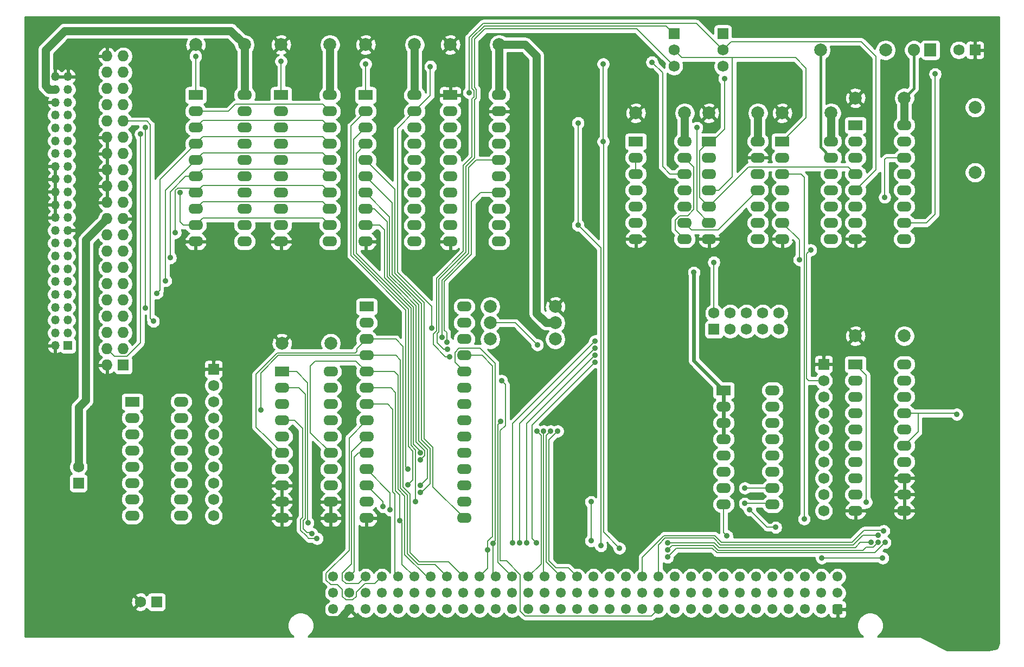
<source format=gbl>
%TF.GenerationSoftware,KiCad,Pcbnew,(5.1.12)-1*%
%TF.CreationDate,2022-07-22T17:46:44+02:00*%
%TF.ProjectId,EC1834-XT-IDE,45433138-3334-42d5-9854-2d4944452e6b,4c*%
%TF.SameCoordinates,Original*%
%TF.FileFunction,Copper,L2,Bot*%
%TF.FilePolarity,Positive*%
%FSLAX46Y46*%
G04 Gerber Fmt 4.6, Leading zero omitted, Abs format (unit mm)*
G04 Created by KiCad (PCBNEW (5.1.12)-1) date 2022-07-22 17:46:44*
%MOMM*%
%LPD*%
G01*
G04 APERTURE LIST*
%TA.AperFunction,ComponentPad*%
%ADD10O,1.350000X1.350000*%
%TD*%
%TA.AperFunction,ComponentPad*%
%ADD11R,1.350000X1.350000*%
%TD*%
%TA.AperFunction,ComponentPad*%
%ADD12C,1.550000*%
%TD*%
%TA.AperFunction,ComponentPad*%
%ADD13R,2.300000X1.600000*%
%TD*%
%TA.AperFunction,ComponentPad*%
%ADD14O,2.300000X1.600000*%
%TD*%
%TA.AperFunction,ComponentPad*%
%ADD15C,1.998980*%
%TD*%
%TA.AperFunction,ComponentPad*%
%ADD16C,4.064000*%
%TD*%
%TA.AperFunction,ComponentPad*%
%ADD17R,1.727200X1.727200*%
%TD*%
%TA.AperFunction,ComponentPad*%
%ADD18C,1.727200*%
%TD*%
%TA.AperFunction,ComponentPad*%
%ADD19R,1.900000X2.000000*%
%TD*%
%TA.AperFunction,ComponentPad*%
%ADD20C,1.900000*%
%TD*%
%TA.AperFunction,ComponentPad*%
%ADD21O,1.727200X1.727200*%
%TD*%
%TA.AperFunction,ViaPad*%
%ADD22C,0.889000*%
%TD*%
%TA.AperFunction,Conductor*%
%ADD23C,0.203200*%
%TD*%
%TA.AperFunction,Conductor*%
%ADD24C,0.203000*%
%TD*%
%TA.AperFunction,Conductor*%
%ADD25C,1.270000*%
%TD*%
%TA.AperFunction,Conductor*%
%ADD26C,0.406400*%
%TD*%
%TA.AperFunction,Conductor*%
%ADD27C,0.609600*%
%TD*%
%TA.AperFunction,Conductor*%
%ADD28C,0.254000*%
%TD*%
%TA.AperFunction,Conductor*%
%ADD29C,0.150000*%
%TD*%
G04 APERTURE END LIST*
D10*
%TO.P,IDE2,44*%
%TO.N,GND*%
X42958000Y-55917000D03*
%TO.P,IDE2,43*%
X44958000Y-55917000D03*
%TO.P,IDE2,42*%
%TO.N,VCC*%
X42958000Y-57917000D03*
%TO.P,IDE2,41*%
X44958000Y-57917000D03*
%TO.P,IDE2,40*%
%TO.N,GND*%
X42958000Y-59917000D03*
%TO.P,IDE2,39*%
%TO.N,\u002ADASP*%
X44958000Y-59917000D03*
%TO.P,IDE2,38*%
%TO.N,/\u002ACS3FX*%
X42958000Y-61917000D03*
%TO.P,IDE2,37*%
%TO.N,/\u002ACS1FX*%
X44958000Y-61917000D03*
%TO.P,IDE2,36*%
%TO.N,/A2-IDE*%
X42958000Y-63917000D03*
%TO.P,IDE2,35*%
%TO.N,/A0-IDE*%
X44958000Y-63917000D03*
%TO.P,IDE2,34*%
%TO.N,/PDIAG.2*%
X42958000Y-65917000D03*
%TO.P,IDE2,33*%
%TO.N,/A1-IDE*%
X44958000Y-65917000D03*
%TO.P,IDE2,32*%
%TO.N,/IOCS16.2*%
X42958000Y-67917000D03*
%TO.P,IDE2,31*%
%TO.N,/INTRQ*%
X44958000Y-67917000D03*
%TO.P,IDE2,30*%
%TO.N,GND*%
X42958000Y-69917000D03*
%TO.P,IDE2,29*%
%TO.N,VCC*%
X44958000Y-69917000D03*
%TO.P,IDE2,28*%
%TO.N,GND*%
X42958000Y-71917000D03*
%TO.P,IDE2,27*%
%TO.N,/IORDY*%
X44958000Y-71917000D03*
%TO.P,IDE2,26*%
%TO.N,GND*%
X42958000Y-73917000D03*
%TO.P,IDE2,25*%
%TO.N,/\u002AIOR-IDE*%
X44958000Y-73917000D03*
%TO.P,IDE2,24*%
%TO.N,GND*%
X42958000Y-75917000D03*
%TO.P,IDE2,23*%
%TO.N,/\u002AIOW-IDE*%
X44958000Y-75917000D03*
%TO.P,IDE2,22*%
%TO.N,GND*%
X42958000Y-77917000D03*
%TO.P,IDE2,21*%
%TO.N,/DMARQ.2*%
X44958000Y-77917000D03*
%TO.P,IDE2,20*%
%TO.N,Net-(IDE2-Pad20)*%
X42958000Y-79917000D03*
%TO.P,IDE2,19*%
%TO.N,GND*%
X44958000Y-79917000D03*
%TO.P,IDE2,18*%
%TO.N,/D15*%
X42958000Y-81917000D03*
%TO.P,IDE2,17*%
%TO.N,D0*%
X44958000Y-81917000D03*
%TO.P,IDE2,16*%
%TO.N,/D14*%
X42958000Y-83917000D03*
%TO.P,IDE2,15*%
%TO.N,D1*%
X44958000Y-83917000D03*
%TO.P,IDE2,14*%
%TO.N,/D13*%
X42958000Y-85917000D03*
%TO.P,IDE2,13*%
%TO.N,D2*%
X44958000Y-85917000D03*
%TO.P,IDE2,12*%
%TO.N,/D12*%
X42958000Y-87917000D03*
%TO.P,IDE2,11*%
%TO.N,D3*%
X44958000Y-87917000D03*
%TO.P,IDE2,10*%
%TO.N,/D11*%
X42958000Y-89917000D03*
%TO.P,IDE2,9*%
%TO.N,D4*%
X44958000Y-89917000D03*
%TO.P,IDE2,8*%
%TO.N,/D10*%
X42958000Y-91917000D03*
%TO.P,IDE2,7*%
%TO.N,D5*%
X44958000Y-91917000D03*
%TO.P,IDE2,6*%
%TO.N,/D9*%
X42958000Y-93917000D03*
%TO.P,IDE2,5*%
%TO.N,D6*%
X44958000Y-93917000D03*
%TO.P,IDE2,4*%
%TO.N,/D8*%
X42958000Y-95917000D03*
%TO.P,IDE2,3*%
%TO.N,D7*%
X44958000Y-95917000D03*
%TO.P,IDE2,2*%
%TO.N,GND*%
X42958000Y-97917000D03*
D11*
%TO.P,IDE2,1*%
%TO.N,/\u002ARESET*%
X44958000Y-97917000D03*
%TD*%
D12*
%TO.P,BUS1,c32*%
%TO.N,Net-(BUS1-Padc32)*%
X86360000Y-133985000D03*
%TO.P,BUS1,c31*%
%TO.N,/A0-ISA*%
X88900000Y-133985000D03*
%TO.P,BUS1,c30*%
%TO.N,/A1-ISA*%
X91440000Y-133985000D03*
%TO.P,BUS1,c29*%
%TO.N,/A2-ISA*%
X93980000Y-133985000D03*
%TO.P,BUS1,c28*%
%TO.N,/A3*%
X96520000Y-133985000D03*
%TO.P,BUS1,c27*%
%TO.N,A4*%
X99060000Y-133985000D03*
%TO.P,BUS1,c26*%
%TO.N,A5*%
X101600000Y-133985000D03*
%TO.P,BUS1,c25*%
%TO.N,A6*%
X104140000Y-133985000D03*
%TO.P,BUS1,c24*%
%TO.N,A7*%
X106680000Y-133985000D03*
%TO.P,BUS1,c23*%
%TO.N,A8*%
X109220000Y-133985000D03*
%TO.P,BUS1,c22*%
%TO.N,A9*%
X111760000Y-133985000D03*
%TO.P,BUS1,c21*%
%TO.N,/A10*%
X114300000Y-133985000D03*
%TO.P,BUS1,c20*%
%TO.N,/A11*%
X116840000Y-133985000D03*
%TO.P,BUS1,c19*%
%TO.N,/A12*%
X119380000Y-133985000D03*
%TO.P,BUS1,c18*%
%TO.N,A13*%
X121920000Y-133985000D03*
%TO.P,BUS1,c17*%
%TO.N,A14*%
X124460000Y-133985000D03*
%TO.P,BUS1,c16*%
%TO.N,A15*%
X127000000Y-133985000D03*
%TO.P,BUS1,c15*%
%TO.N,A16*%
X129540000Y-133985000D03*
%TO.P,BUS1,c14*%
%TO.N,A17*%
X132080000Y-133985000D03*
%TO.P,BUS1,c13*%
%TO.N,A18*%
X134620000Y-133985000D03*
%TO.P,BUS1,c12*%
%TO.N,A19*%
X137160000Y-133985000D03*
%TO.P,BUS1,c11*%
%TO.N,AEN*%
X139700000Y-133985000D03*
%TO.P,BUS1,c10*%
%TO.N,Net-(BUS1-Padc10)*%
X142240000Y-133985000D03*
%TO.P,BUS1,c9*%
%TO.N,/PC-DB0*%
X144780000Y-133985000D03*
%TO.P,BUS1,c8*%
%TO.N,/PC-DB1*%
X147320000Y-133985000D03*
%TO.P,BUS1,c7*%
%TO.N,/PC-DB2*%
X149860000Y-133985000D03*
%TO.P,BUS1,c6*%
%TO.N,/PC-DB3*%
X152400000Y-133985000D03*
%TO.P,BUS1,c5*%
%TO.N,/PC-DB4*%
X154940000Y-133985000D03*
%TO.P,BUS1,c4*%
%TO.N,/PC-DB5*%
X157480000Y-133985000D03*
%TO.P,BUS1,c3*%
%TO.N,/PC-DB6*%
X160020000Y-133985000D03*
%TO.P,BUS1,c2*%
%TO.N,/PC-DB7*%
X162560000Y-133985000D03*
%TO.P,BUS1,c1*%
%TO.N,Net-(BUS1-Padc1)*%
X165100000Y-133985000D03*
%TO.P,BUS1,b32*%
%TO.N,N/C*%
X86360000Y-136525000D03*
%TO.P,BUS1,b31*%
X88900000Y-136525000D03*
%TO.P,BUS1,b30*%
X91440000Y-136525000D03*
%TO.P,BUS1,b29*%
X93980000Y-136525000D03*
%TO.P,BUS1,b28*%
X96520000Y-136525000D03*
%TO.P,BUS1,b27*%
X99060000Y-136525000D03*
%TO.P,BUS1,b26*%
X101600000Y-136525000D03*
%TO.P,BUS1,b25*%
X104140000Y-136525000D03*
%TO.P,BUS1,b24*%
X106680000Y-136525000D03*
%TO.P,BUS1,b23*%
X109220000Y-136525000D03*
%TO.P,BUS1,b22*%
X111760000Y-136525000D03*
%TO.P,BUS1,b21*%
X114300000Y-136525000D03*
%TO.P,BUS1,b20*%
X116840000Y-136525000D03*
%TO.P,BUS1,b19*%
X119380000Y-136525000D03*
%TO.P,BUS1,b18*%
X121920000Y-136525000D03*
%TO.P,BUS1,b17*%
X124460000Y-136525000D03*
%TO.P,BUS1,b16*%
X127000000Y-136525000D03*
%TO.P,BUS1,b15*%
X129540000Y-136525000D03*
%TO.P,BUS1,b14*%
X132080000Y-136525000D03*
%TO.P,BUS1,b13*%
X134620000Y-136525000D03*
%TO.P,BUS1,b12*%
X137160000Y-136525000D03*
%TO.P,BUS1,b11*%
X139700000Y-136525000D03*
%TO.P,BUS1,b10*%
X142240000Y-136525000D03*
%TO.P,BUS1,b9*%
X144780000Y-136525000D03*
%TO.P,BUS1,b8*%
X147320000Y-136525000D03*
%TO.P,BUS1,b7*%
X149860000Y-136525000D03*
%TO.P,BUS1,b6*%
X152400000Y-136525000D03*
%TO.P,BUS1,b5*%
X154940000Y-136525000D03*
%TO.P,BUS1,b4*%
X157480000Y-136525000D03*
%TO.P,BUS1,b3*%
X160020000Y-136525000D03*
%TO.P,BUS1,b2*%
X162560000Y-136525000D03*
%TO.P,BUS1,b1*%
X165100000Y-136525000D03*
%TO.P,BUS1,a32*%
%TO.N,Net-(BUS1-Pada32)*%
X86360000Y-139065000D03*
%TO.P,BUS1,a31*%
%TO.N,GND*%
X88900000Y-139065000D03*
%TO.P,BUS1,a30*%
%TO.N,Net-(BUS1-Pada30)*%
X91440000Y-139065000D03*
%TO.P,BUS1,a29*%
%TO.N,VCC*%
X93980000Y-139065000D03*
%TO.P,BUS1,a28*%
%TO.N,Net-(BUS1-Pada28)*%
X96520000Y-139065000D03*
%TO.P,BUS1,a27*%
%TO.N,Net-(BUS1-Pada27)*%
X99060000Y-139065000D03*
%TO.P,BUS1,a26*%
%TO.N,Net-(BUS1-Pada26)*%
X101600000Y-139065000D03*
%TO.P,BUS1,a25*%
%TO.N,/IRQ3*%
X104140000Y-139065000D03*
%TO.P,BUS1,a24*%
%TO.N,/IRQ4*%
X106680000Y-139065000D03*
%TO.P,BUS1,a23*%
%TO.N,/IRQ5*%
X109220000Y-139065000D03*
%TO.P,BUS1,a22*%
%TO.N,Net-(BUS1-Pada22)*%
X111760000Y-139065000D03*
%TO.P,BUS1,a21*%
%TO.N,/IRQ7*%
X114300000Y-139065000D03*
%TO.P,BUS1,a20*%
%TO.N,Net-(BUS1-Pada20)*%
X116840000Y-139065000D03*
%TO.P,BUS1,a19*%
%TO.N,Net-(BUS1-Pada19)*%
X119380000Y-139065000D03*
%TO.P,BUS1,a18*%
%TO.N,Net-(BUS1-Pada18)*%
X121920000Y-139065000D03*
%TO.P,BUS1,a17*%
%TO.N,Net-(BUS1-Pada17)*%
X124460000Y-139065000D03*
%TO.P,BUS1,a16*%
%TO.N,Net-(BUS1-Pada16)*%
X127000000Y-139065000D03*
%TO.P,BUS1,a15*%
%TO.N,Net-(BUS1-Pada15)*%
X129540000Y-139065000D03*
%TO.P,BUS1,a14*%
%TO.N,\u002AIOR-ISA*%
X132080000Y-139065000D03*
%TO.P,BUS1,a13*%
%TO.N,/\u002AIOW-ISA*%
X134620000Y-139065000D03*
%TO.P,BUS1,a12*%
%TO.N,/\u002AMEMR*%
X137160000Y-139065000D03*
%TO.P,BUS1,a11*%
%TO.N,\u002AMEMW*%
X139700000Y-139065000D03*
%TO.P,BUS1,a10*%
%TO.N,Net-(BUS1-Pada10)*%
X142240000Y-139065000D03*
%TO.P,BUS1,a9*%
%TO.N,Net-(BUS1-Pada9)*%
X144780000Y-139065000D03*
%TO.P,BUS1,a8*%
%TO.N,Net-(BUS1-Pada8)*%
X147320000Y-139065000D03*
%TO.P,BUS1,a7*%
%TO.N,Net-(BUS1-Pada7)*%
X149860000Y-139065000D03*
%TO.P,BUS1,a6*%
%TO.N,Net-(BUS1-Pada6)*%
X152400000Y-139065000D03*
%TO.P,BUS1,a5*%
%TO.N,Net-(BUS1-Pada5)*%
X154940000Y-139065000D03*
%TO.P,BUS1,a4*%
%TO.N,IRQ2*%
X157480000Y-139065000D03*
%TO.P,BUS1,a3*%
%TO.N,VCC*%
X160020000Y-139065000D03*
%TO.P,BUS1,a2*%
%TO.N,RESDRV*%
X162560000Y-139065000D03*
%TO.P,BUS1,a1*%
%TO.N,GND*%
%TA.AperFunction,ComponentPad*%
G36*
G01*
X165875000Y-138539998D02*
X165875000Y-139590002D01*
G75*
G02*
X165625002Y-139840000I-249998J0D01*
G01*
X164574998Y-139840000D01*
G75*
G02*
X164325000Y-139590002I0J249998D01*
G01*
X164325000Y-138539998D01*
G75*
G02*
X164574998Y-138290000I249998J0D01*
G01*
X165625002Y-138290000D01*
G75*
G02*
X165875000Y-138539998I0J-249998D01*
G01*
G37*
%TD.AperFunction*%
%TD*%
D13*
%TO.P,U9,1*%
%TO.N,A14*%
X91567000Y-91821000D03*
D14*
%TO.P,U9,2*%
%TO.N,/A12*%
X91567000Y-94361000D03*
%TO.P,U9,3*%
%TO.N,A7*%
X91567000Y-96901000D03*
%TO.P,U9,4*%
%TO.N,A6*%
X91567000Y-99441000D03*
%TO.P,U9,5*%
%TO.N,A5*%
X91567000Y-101981000D03*
%TO.P,U9,6*%
%TO.N,A4*%
X91567000Y-104521000D03*
%TO.P,U9,7*%
%TO.N,/A3*%
X91567000Y-107061000D03*
%TO.P,U9,8*%
%TO.N,/A2-ISA*%
X91567000Y-109601000D03*
%TO.P,U9,9*%
%TO.N,/A1-ISA*%
X91567000Y-112141000D03*
%TO.P,U9,10*%
%TO.N,/A0-ISA*%
X91567000Y-114681000D03*
%TO.P,U9,11*%
%TO.N,/PC-DB0*%
X91567000Y-117221000D03*
%TO.P,U9,12*%
%TO.N,/PC-DB1*%
X91567000Y-119761000D03*
%TO.P,U9,13*%
%TO.N,/PC-DB2*%
X91567000Y-122301000D03*
%TO.P,U9,14*%
%TO.N,GND*%
X91567000Y-124841000D03*
%TO.P,U9,15*%
%TO.N,/PC-DB3*%
X106807000Y-124841000D03*
%TO.P,U9,16*%
%TO.N,/PC-DB4*%
X106807000Y-122301000D03*
%TO.P,U9,17*%
%TO.N,/PC-DB5*%
X106807000Y-119761000D03*
%TO.P,U9,18*%
%TO.N,/PC-DB6*%
X106807000Y-117221000D03*
%TO.P,U9,19*%
%TO.N,/PC-DB7*%
X106807000Y-114681000D03*
%TO.P,U9,20*%
%TO.N,//CS_ROM*%
X106807000Y-112141000D03*
%TO.P,U9,21*%
%TO.N,/A10*%
X106807000Y-109601000D03*
%TO.P,U9,22*%
%TO.N,/\u002AMEMR*%
X106807000Y-107061000D03*
%TO.P,U9,23*%
%TO.N,/A11*%
X106807000Y-104521000D03*
%TO.P,U9,24*%
%TO.N,A9*%
X106807000Y-101981000D03*
%TO.P,U9,25*%
%TO.N,A8*%
X106807000Y-99441000D03*
%TO.P,U9,26*%
%TO.N,A13*%
X106807000Y-96901000D03*
%TO.P,U9,27*%
%TO.N,/ROM_WE*%
X106807000Y-94361000D03*
%TO.P,U9,28*%
%TO.N,VCC*%
X106807000Y-91821000D03*
%TD*%
D15*
%TO.P,C9,1*%
%TO.N,VCC*%
X110871000Y-91821000D03*
%TO.P,C9,2*%
%TO.N,GND*%
X121031000Y-91821000D03*
%TD*%
%TO.P,R3,1*%
%TO.N,VCC*%
X121031000Y-94361000D03*
%TO.P,R3,2*%
%TO.N,/ROM_WE*%
X110871000Y-94361000D03*
%TD*%
%TO.P,R4,1*%
%TO.N,VCC*%
X110871000Y-96901000D03*
%TO.P,R4,2*%
%TO.N,Net-(R4-Pad2)*%
X121031000Y-96901000D03*
%TD*%
D13*
%TO.P,U1,1*%
%TO.N,/4*%
X64897000Y-58801000D03*
D14*
%TO.P,U1,2*%
%TO.N,/D8*%
X64897000Y-61341000D03*
%TO.P,U1,3*%
%TO.N,/D9*%
X64897000Y-63881000D03*
%TO.P,U1,4*%
%TO.N,/D10*%
X64897000Y-66421000D03*
%TO.P,U1,5*%
%TO.N,/D11*%
X64897000Y-68961000D03*
%TO.P,U1,6*%
%TO.N,/D12*%
X64897000Y-71501000D03*
%TO.P,U1,7*%
%TO.N,/D13*%
X64897000Y-74041000D03*
%TO.P,U1,8*%
%TO.N,/D14*%
X64897000Y-76581000D03*
%TO.P,U1,9*%
%TO.N,/D15*%
X64897000Y-79121000D03*
%TO.P,U1,10*%
%TO.N,GND*%
X64897000Y-81661000D03*
%TO.P,U1,11*%
%TO.N,/5*%
X72517000Y-81661000D03*
%TO.P,U1,12*%
%TO.N,D7*%
X72517000Y-79121000D03*
%TO.P,U1,13*%
%TO.N,D6*%
X72517000Y-76581000D03*
%TO.P,U1,14*%
%TO.N,D5*%
X72517000Y-74041000D03*
%TO.P,U1,15*%
%TO.N,D4*%
X72517000Y-71501000D03*
%TO.P,U1,16*%
%TO.N,D3*%
X72517000Y-68961000D03*
%TO.P,U1,17*%
%TO.N,D2*%
X72517000Y-66421000D03*
%TO.P,U1,18*%
%TO.N,D1*%
X72517000Y-63881000D03*
%TO.P,U1,19*%
%TO.N,D0*%
X72517000Y-61341000D03*
%TO.P,U1,20*%
%TO.N,VCC*%
X72517000Y-58801000D03*
%TD*%
D13*
%TO.P,U3,1*%
%TO.N,GND*%
X104648000Y-58801000D03*
D14*
%TO.P,U3,2*%
%TO.N,/\u002ACS1FX*%
X104648000Y-61341000D03*
%TO.P,U3,3*%
%TO.N,/\u002ACS3FX*%
X104648000Y-63881000D03*
%TO.P,U3,4*%
%TO.N,/A2-IDE*%
X104648000Y-66421000D03*
%TO.P,U3,5*%
%TO.N,/A0-IDE*%
X104648000Y-68961000D03*
%TO.P,U3,6*%
%TO.N,/A1-IDE*%
X104648000Y-71501000D03*
%TO.P,U3,7*%
%TO.N,/\u002AIOR-IDE*%
X104648000Y-74041000D03*
%TO.P,U3,8*%
%TO.N,/\u002AIOW-IDE*%
X104648000Y-76581000D03*
%TO.P,U3,9*%
%TO.N,/\u002ARESET*%
X104648000Y-79121000D03*
%TO.P,U3,10*%
%TO.N,GND*%
X104648000Y-81661000D03*
%TO.P,U3,11*%
%TO.N,Net-(U3-Pad11)*%
X112268000Y-81661000D03*
%TO.P,U3,12*%
%TO.N,/\u002AIOW-ISA*%
X112268000Y-79121000D03*
%TO.P,U3,13*%
%TO.N,\u002AIOR_DELAYED*%
X112268000Y-76581000D03*
%TO.P,U3,14*%
%TO.N,/A1-ISA*%
X112268000Y-74041000D03*
%TO.P,U3,15*%
%TO.N,Net-(J2-Pad2)*%
X112268000Y-71501000D03*
%TO.P,U3,16*%
%TO.N,/A2-ISA*%
X112268000Y-68961000D03*
%TO.P,U3,17*%
%TO.N,/6*%
X112268000Y-66421000D03*
%TO.P,U3,18*%
%TO.N,/7*%
X112268000Y-63881000D03*
%TO.P,U3,19*%
%TO.N,GND*%
X112268000Y-61341000D03*
%TO.P,U3,20*%
%TO.N,VCC*%
X112268000Y-58801000D03*
%TD*%
D16*
%TO.P,P6,1*%
%TO.N,GND*%
X186690000Y-142240000D03*
%TD*%
%TO.P,P7,1*%
%TO.N,GND*%
X186690000Y-85725000D03*
%TD*%
D17*
%TO.P,J5,1*%
%TO.N,IRQ2*%
X145796000Y-95377000D03*
D18*
%TO.P,J5,2*%
%TO.N,/INTRQ*%
X145796000Y-92837000D03*
%TO.P,J5,3*%
%TO.N,/IRQ3*%
X148336000Y-95377000D03*
%TO.P,J5,4*%
%TO.N,/INTRQ*%
X148336000Y-92837000D03*
%TO.P,J5,5*%
%TO.N,/IRQ4*%
X150876000Y-95377000D03*
%TO.P,J5,6*%
%TO.N,/INTRQ*%
X150876000Y-92837000D03*
%TO.P,J5,7*%
%TO.N,/IRQ5*%
X153416000Y-95377000D03*
%TO.P,J5,8*%
%TO.N,/INTRQ*%
X153416000Y-92837000D03*
%TO.P,J5,9*%
%TO.N,/IRQ7*%
X155956000Y-95377000D03*
%TO.P,J5,10*%
%TO.N,/INTRQ*%
X155956000Y-92837000D03*
%TD*%
D17*
%TO.P,J2,1*%
%TO.N,/A0-ISA*%
X147193000Y-49212500D03*
D18*
%TO.P,J2,2*%
%TO.N,Net-(J2-Pad2)*%
X147193000Y-51752500D03*
%TO.P,J2,3*%
%TO.N,/A3*%
X147193000Y-54292500D03*
%TD*%
D17*
%TO.P,J1,1*%
%TO.N,/A3*%
X139573000Y-49212500D03*
D18*
%TO.P,J1,2*%
%TO.N,Net-(J1-Pad2)*%
X139573000Y-51752500D03*
%TO.P,J1,3*%
%TO.N,/A0-ISA*%
X139573000Y-54292500D03*
%TD*%
D17*
%TO.P,J3,1*%
%TO.N,GND*%
X186563000Y-51752500D03*
D18*
%TO.P,J3,2*%
%TO.N,Net-(J3-Pad2)*%
X184023000Y-51752500D03*
%TD*%
D17*
%TO.P,J4,1*%
%TO.N,VCC*%
X46609000Y-119380000D03*
D18*
%TO.P,J4,2*%
%TO.N,/VCC_CF*%
X46609000Y-116840000D03*
%TD*%
D19*
%TO.P,D1,1*%
%TO.N,Net-(D1-Pad1)*%
X179578000Y-51752500D03*
D20*
%TO.P,D1,2*%
%TO.N,VCC*%
X177038000Y-51752500D03*
%TD*%
D18*
%TO.P,C12,2*%
%TO.N,GND*%
X56301000Y-137922000D03*
D17*
%TO.P,C12,1*%
%TO.N,VCC*%
X58801000Y-137922000D03*
%TD*%
%TO.P,IDE1,1*%
%TO.N,/\u002ARESET*%
X53594000Y-100965000D03*
D21*
%TO.P,IDE1,2*%
%TO.N,GND*%
X51054000Y-100965000D03*
%TO.P,IDE1,3*%
%TO.N,D7*%
X53594000Y-98425000D03*
%TO.P,IDE1,4*%
%TO.N,/D8*%
X51054000Y-98425000D03*
%TO.P,IDE1,5*%
%TO.N,D6*%
X53594000Y-95885000D03*
%TO.P,IDE1,6*%
%TO.N,/D9*%
X51054000Y-95885000D03*
%TO.P,IDE1,7*%
%TO.N,D5*%
X53594000Y-93345000D03*
%TO.P,IDE1,8*%
%TO.N,/D10*%
X51054000Y-93345000D03*
%TO.P,IDE1,9*%
%TO.N,D4*%
X53594000Y-90805000D03*
%TO.P,IDE1,10*%
%TO.N,/D11*%
X51054000Y-90805000D03*
%TO.P,IDE1,11*%
%TO.N,D3*%
X53594000Y-88265000D03*
%TO.P,IDE1,12*%
%TO.N,/D12*%
X51054000Y-88265000D03*
%TO.P,IDE1,13*%
%TO.N,D2*%
X53594000Y-85725000D03*
%TO.P,IDE1,14*%
%TO.N,/D13*%
X51054000Y-85725000D03*
%TO.P,IDE1,15*%
%TO.N,D1*%
X53594000Y-83185000D03*
%TO.P,IDE1,16*%
%TO.N,/D14*%
X51054000Y-83185000D03*
%TO.P,IDE1,17*%
%TO.N,D0*%
X53594000Y-80645000D03*
%TO.P,IDE1,18*%
%TO.N,/D15*%
X51054000Y-80645000D03*
%TO.P,IDE1,19*%
%TO.N,GND*%
X53594000Y-78105000D03*
%TO.P,IDE1,20*%
%TO.N,/VCC_CF*%
X51054000Y-78105000D03*
%TO.P,IDE1,21*%
%TO.N,/DMARQ*%
X53594000Y-75565000D03*
%TO.P,IDE1,22*%
%TO.N,GND*%
X51054000Y-75565000D03*
%TO.P,IDE1,23*%
%TO.N,/\u002AIOW-IDE*%
X53594000Y-73025000D03*
%TO.P,IDE1,24*%
%TO.N,GND*%
X51054000Y-73025000D03*
%TO.P,IDE1,25*%
%TO.N,/\u002AIOR-IDE*%
X53594000Y-70485000D03*
%TO.P,IDE1,26*%
%TO.N,GND*%
X51054000Y-70485000D03*
%TO.P,IDE1,27*%
%TO.N,/IORDY*%
X53594000Y-67945000D03*
%TO.P,IDE1,28*%
%TO.N,GND*%
X51054000Y-67945000D03*
%TO.P,IDE1,29*%
%TO.N,VCC*%
X53594000Y-65405000D03*
%TO.P,IDE1,30*%
%TO.N,GND*%
X51054000Y-65405000D03*
%TO.P,IDE1,31*%
%TO.N,/INTRQ*%
X53594000Y-62865000D03*
%TO.P,IDE1,32*%
%TO.N,/IOCS16*%
X51054000Y-62865000D03*
%TO.P,IDE1,33*%
%TO.N,/A1-IDE*%
X53594000Y-60325000D03*
%TO.P,IDE1,34*%
%TO.N,/PDIAG*%
X51054000Y-60325000D03*
%TO.P,IDE1,35*%
%TO.N,/A0-IDE*%
X53594000Y-57785000D03*
%TO.P,IDE1,36*%
%TO.N,/A2-IDE*%
X51054000Y-57785000D03*
%TO.P,IDE1,37*%
%TO.N,/\u002ACS1FX*%
X53594000Y-55245000D03*
%TO.P,IDE1,38*%
%TO.N,/\u002ACS3FX*%
X51054000Y-55245000D03*
%TO.P,IDE1,39*%
%TO.N,\u002ADASP*%
X53594000Y-52705000D03*
%TO.P,IDE1,40*%
%TO.N,GND*%
X51054000Y-52705000D03*
%TD*%
D13*
%TO.P,U2,1*%
%TO.N,\u002AHI_OUT_DELAYED*%
X78232000Y-58801000D03*
D14*
%TO.P,U2,2*%
%TO.N,D0*%
X78232000Y-61341000D03*
%TO.P,U2,3*%
%TO.N,D1*%
X78232000Y-63881000D03*
%TO.P,U2,4*%
%TO.N,D2*%
X78232000Y-66421000D03*
%TO.P,U2,5*%
%TO.N,D3*%
X78232000Y-68961000D03*
%TO.P,U2,6*%
%TO.N,D4*%
X78232000Y-71501000D03*
%TO.P,U2,7*%
%TO.N,D5*%
X78232000Y-74041000D03*
%TO.P,U2,8*%
%TO.N,D6*%
X78232000Y-76581000D03*
%TO.P,U2,9*%
%TO.N,D7*%
X78232000Y-79121000D03*
%TO.P,U2,10*%
%TO.N,GND*%
X78232000Y-81661000D03*
%TO.P,U2,11*%
%TO.N,/3*%
X85852000Y-81661000D03*
%TO.P,U2,12*%
%TO.N,/D15*%
X85852000Y-79121000D03*
%TO.P,U2,13*%
%TO.N,/D14*%
X85852000Y-76581000D03*
%TO.P,U2,14*%
%TO.N,/D13*%
X85852000Y-74041000D03*
%TO.P,U2,15*%
%TO.N,/D12*%
X85852000Y-71501000D03*
%TO.P,U2,16*%
%TO.N,/D11*%
X85852000Y-68961000D03*
%TO.P,U2,17*%
%TO.N,/D10*%
X85852000Y-66421000D03*
%TO.P,U2,18*%
%TO.N,/D9*%
X85852000Y-63881000D03*
%TO.P,U2,19*%
%TO.N,/D8*%
X85852000Y-61341000D03*
%TO.P,U2,20*%
%TO.N,VCC*%
X85852000Y-58801000D03*
%TD*%
D13*
%TO.P,U5,1*%
%TO.N,\u002ACS_IDE*%
X145034000Y-66040000D03*
D14*
%TO.P,U5,2*%
%TO.N,Net-(U5-Pad2)*%
X145034000Y-68580000D03*
%TO.P,U5,3*%
%TO.N,/6*%
X145034000Y-71120000D03*
%TO.P,U5,4*%
%TO.N,Net-(J1-Pad2)*%
X145034000Y-73660000D03*
%TO.P,U5,5*%
%TO.N,\u002ACS_IDE*%
X145034000Y-76200000D03*
%TO.P,U5,6*%
%TO.N,/7*%
X145034000Y-78740000D03*
%TO.P,U5,7*%
%TO.N,GND*%
X145034000Y-81280000D03*
%TO.P,U5,8*%
%TO.N,Net-(U5-Pad8)*%
X152654000Y-81280000D03*
%TO.P,U5,9*%
%TO.N,/A2-ISA*%
X152654000Y-78740000D03*
%TO.P,U5,10*%
%TO.N,/A1-ISA*%
X152654000Y-76200000D03*
%TO.P,U5,11*%
%TO.N,Net-(U4-Pad9)*%
X152654000Y-73660000D03*
%TO.P,U5,12*%
%TO.N,\u002AHI_BYTE_OUTPUT*%
X152654000Y-71120000D03*
%TO.P,U5,13*%
%TO.N,GND*%
X152654000Y-68580000D03*
%TO.P,U5,14*%
%TO.N,VCC*%
X152654000Y-66040000D03*
%TD*%
D13*
%TO.P,U6,1*%
%TO.N,Net-(J1-Pad2)*%
X156464000Y-66040000D03*
D14*
%TO.P,U6,2*%
%TO.N,Net-(U5-Pad2)*%
X156464000Y-68580000D03*
%TO.P,U6,3*%
%TO.N,RESDRV*%
X156464000Y-71120000D03*
%TO.P,U6,4*%
%TO.N,Net-(U3-Pad11)*%
X156464000Y-73660000D03*
%TO.P,U6,5*%
%TO.N,Net-(U6-Pad5)*%
X156464000Y-76200000D03*
%TO.P,U6,6*%
%TO.N,/5*%
X156464000Y-78740000D03*
%TO.P,U6,7*%
%TO.N,GND*%
X156464000Y-81280000D03*
%TO.P,U6,8*%
%TO.N,/3*%
X164084000Y-81280000D03*
%TO.P,U6,9*%
%TO.N,Net-(U6-Pad9)*%
X164084000Y-78740000D03*
%TO.P,U6,10*%
%TO.N,Net-(U6-Pad10)*%
X164084000Y-76200000D03*
%TO.P,U6,11*%
%TO.N,Net-(U5-Pad8)*%
X164084000Y-73660000D03*
%TO.P,U6,12*%
%TO.N,Net-(R2-Pad2)*%
X164084000Y-71120000D03*
%TO.P,U6,13*%
%TO.N,\u002ADASP*%
X164084000Y-68580000D03*
%TO.P,U6,14*%
%TO.N,VCC*%
X164084000Y-66040000D03*
%TD*%
D13*
%TO.P,U7,1*%
%TO.N,/\u002AIOW-ISA*%
X167894000Y-63500000D03*
D14*
%TO.P,U7,2*%
%TO.N,\u002AIOR-ISA*%
X167894000Y-66040000D03*
%TO.P,U7,3*%
%TO.N,Net-(J1-Pad2)*%
X167894000Y-68580000D03*
%TO.P,U7,4*%
%TO.N,\u002ACS_IDE*%
X167894000Y-71120000D03*
%TO.P,U7,5*%
%TO.N,Net-(J2-Pad2)*%
X167894000Y-73660000D03*
%TO.P,U7,6*%
%TO.N,Net-(U6-Pad10)*%
X167894000Y-76200000D03*
%TO.P,U7,7*%
%TO.N,Net-(U7-Pad7)*%
X167894000Y-78740000D03*
%TO.P,U7,8*%
%TO.N,GND*%
X167894000Y-81280000D03*
%TO.P,U7,9*%
%TO.N,Net-(U6-Pad9)*%
X175514000Y-81280000D03*
%TO.P,U7,10*%
%TO.N,/4*%
X175514000Y-78740000D03*
%TO.P,U7,11*%
%TO.N,Net-(U7-Pad11)*%
X175514000Y-76200000D03*
%TO.P,U7,12*%
%TO.N,Net-(U7-Pad12)*%
X175514000Y-73660000D03*
%TO.P,U7,13*%
%TO.N,\u002AHI_BYTE_OUTPUT*%
X175514000Y-71120000D03*
%TO.P,U7,14*%
%TO.N,Net-(U6-Pad5)*%
X175514000Y-68580000D03*
%TO.P,U7,15*%
%TO.N,Net-(U7-Pad15)*%
X175514000Y-66040000D03*
%TO.P,U7,16*%
%TO.N,VCC*%
X175514000Y-63500000D03*
%TD*%
D13*
%TO.P,U8,1*%
%TO.N,AEN*%
X78359000Y-101981000D03*
D14*
%TO.P,U8,2*%
%TO.N,A9*%
X78359000Y-104521000D03*
%TO.P,U8,3*%
%TO.N,Net-(RP1-Pad3)*%
X78359000Y-107061000D03*
%TO.P,U8,4*%
%TO.N,A8*%
X78359000Y-109601000D03*
%TO.P,U8,5*%
%TO.N,Net-(RP1-Pad4)*%
X78359000Y-112141000D03*
%TO.P,U8,6*%
%TO.N,A7*%
X78359000Y-114681000D03*
%TO.P,U8,7*%
%TO.N,Net-(RP1-Pad5)*%
X78359000Y-117221000D03*
%TO.P,U8,8*%
%TO.N,GND*%
X78359000Y-119761000D03*
%TO.P,U8,9*%
X78359000Y-122301000D03*
%TO.P,U8,10*%
X78359000Y-124841000D03*
%TO.P,U8,11*%
X85979000Y-124841000D03*
%TO.P,U8,12*%
X85979000Y-122301000D03*
%TO.P,U8,13*%
%TO.N,A4*%
X85979000Y-119761000D03*
%TO.P,U8,14*%
%TO.N,Net-(RP1-Pad8)*%
X85979000Y-117221000D03*
%TO.P,U8,15*%
%TO.N,A5*%
X85979000Y-114681000D03*
%TO.P,U8,16*%
%TO.N,Net-(RP1-Pad7)*%
X85979000Y-112141000D03*
%TO.P,U8,17*%
%TO.N,A6*%
X85979000Y-109601000D03*
%TO.P,U8,18*%
%TO.N,Net-(RP1-Pad6)*%
X85979000Y-107061000D03*
%TO.P,U8,19*%
%TO.N,\u002ACS_IDE*%
X85979000Y-104521000D03*
%TO.P,U8,20*%
%TO.N,VCC*%
X85979000Y-101981000D03*
%TD*%
D13*
%TO.P,U10,1*%
%TO.N,Net-(R4-Pad2)*%
X167894000Y-100838000D03*
D14*
%TO.P,U10,2*%
%TO.N,Net-(RP2-Pad3)*%
X167894000Y-103378000D03*
%TO.P,U10,3*%
%TO.N,A16*%
X167894000Y-105918000D03*
%TO.P,U10,4*%
%TO.N,Net-(RP2-Pad4)*%
X167894000Y-108458000D03*
%TO.P,U10,5*%
%TO.N,A15*%
X167894000Y-110998000D03*
%TO.P,U10,6*%
%TO.N,Net-(RP2-Pad5)*%
X167894000Y-113538000D03*
%TO.P,U10,7*%
%TO.N,Net-(RP2-Pad7)*%
X167894000Y-116078000D03*
%TO.P,U10,8*%
%TO.N,Net-(RP2-Pad6)*%
X167894000Y-118618000D03*
%TO.P,U10,9*%
%TO.N,Net-(RP2-Pad8)*%
X167894000Y-121158000D03*
%TO.P,U10,10*%
%TO.N,GND*%
X167894000Y-123698000D03*
%TO.P,U10,11*%
X175514000Y-123698000D03*
%TO.P,U10,12*%
X175514000Y-121158000D03*
%TO.P,U10,13*%
X175514000Y-118618000D03*
%TO.P,U10,14*%
%TO.N,A17*%
X175514000Y-116078000D03*
%TO.P,U10,15*%
%TO.N,VCC*%
X175514000Y-113538000D03*
%TO.P,U10,16*%
%TO.N,A18*%
X175514000Y-110998000D03*
%TO.P,U10,17*%
%TO.N,VCC*%
X175514000Y-108458000D03*
%TO.P,U10,18*%
%TO.N,A19*%
X175514000Y-105918000D03*
%TO.P,U10,19*%
%TO.N,//CS_ROM*%
X175514000Y-103378000D03*
%TO.P,U10,20*%
%TO.N,VCC*%
X175514000Y-100838000D03*
%TD*%
D13*
%TO.P,U11,1*%
%TO.N,\u002AIOR-ISA*%
X91440000Y-58801000D03*
D14*
%TO.P,U11,2*%
%TO.N,/PC-DB0*%
X91440000Y-61341000D03*
%TO.P,U11,3*%
%TO.N,/PC-DB1*%
X91440000Y-63881000D03*
%TO.P,U11,4*%
%TO.N,/PC-DB2*%
X91440000Y-66421000D03*
%TO.P,U11,5*%
%TO.N,/PC-DB3*%
X91440000Y-68961000D03*
%TO.P,U11,6*%
%TO.N,/PC-DB4*%
X91440000Y-71501000D03*
%TO.P,U11,7*%
%TO.N,/PC-DB5*%
X91440000Y-74041000D03*
%TO.P,U11,8*%
%TO.N,/PC-DB6*%
X91440000Y-76581000D03*
%TO.P,U11,9*%
%TO.N,/PC-DB7*%
X91440000Y-79121000D03*
%TO.P,U11,10*%
%TO.N,GND*%
X91440000Y-81661000D03*
%TO.P,U11,11*%
%TO.N,D7*%
X99060000Y-81661000D03*
%TO.P,U11,12*%
%TO.N,D6*%
X99060000Y-79121000D03*
%TO.P,U11,13*%
%TO.N,D5*%
X99060000Y-76581000D03*
%TO.P,U11,14*%
%TO.N,D4*%
X99060000Y-74041000D03*
%TO.P,U11,15*%
%TO.N,D3*%
X99060000Y-71501000D03*
%TO.P,U11,16*%
%TO.N,D2*%
X99060000Y-68961000D03*
%TO.P,U11,17*%
%TO.N,D1*%
X99060000Y-66421000D03*
%TO.P,U11,18*%
%TO.N,D0*%
X99060000Y-63881000D03*
%TO.P,U11,19*%
%TO.N,\u002ACS_IDE*%
X99060000Y-61341000D03*
%TO.P,U11,20*%
%TO.N,VCC*%
X99060000Y-58801000D03*
%TD*%
D13*
%TO.P,SW2,1*%
%TO.N,VCC*%
X147320000Y-104902000D03*
D14*
%TO.P,SW2,2*%
X147320000Y-107442000D03*
%TO.P,SW2,3*%
X147320000Y-109982000D03*
%TO.P,SW2,4*%
X147320000Y-112522000D03*
%TO.P,SW2,5*%
%TO.N,A14*%
X147320000Y-115062000D03*
%TO.P,SW2,6*%
%TO.N,A13*%
X147320000Y-117602000D03*
%TO.P,SW2,7*%
%TO.N,AEN*%
X147320000Y-120142000D03*
%TO.P,SW2,8*%
%TO.N,\u002AMEMW*%
X147320000Y-122682000D03*
%TO.P,SW2,9*%
%TO.N,/ROM_WE*%
X154940000Y-122682000D03*
%TO.P,SW2,10*%
%TO.N,Net-(R4-Pad2)*%
X154940000Y-120142000D03*
%TO.P,SW2,11*%
%TO.N,Net-(RP2-Pad8)*%
X154940000Y-117602000D03*
%TO.P,SW2,12*%
%TO.N,Net-(RP2-Pad7)*%
X154940000Y-115062000D03*
%TO.P,SW2,13*%
%TO.N,Net-(RP2-Pad6)*%
X154940000Y-112522000D03*
%TO.P,SW2,14*%
%TO.N,Net-(RP2-Pad5)*%
X154940000Y-109982000D03*
%TO.P,SW2,15*%
%TO.N,Net-(RP2-Pad4)*%
X154940000Y-107442000D03*
%TO.P,SW2,16*%
%TO.N,Net-(RP2-Pad3)*%
X154940000Y-104902000D03*
%TD*%
D13*
%TO.P,SW1,1*%
%TO.N,VCC*%
X54991000Y-106680000D03*
D14*
%TO.P,SW1,2*%
X54991000Y-109220000D03*
%TO.P,SW1,3*%
X54991000Y-111760000D03*
%TO.P,SW1,4*%
X54991000Y-114300000D03*
%TO.P,SW1,5*%
X54991000Y-116840000D03*
%TO.P,SW1,6*%
X54991000Y-119380000D03*
%TO.P,SW1,7*%
%TO.N,Net-(SW1-Pad7)*%
X54991000Y-121920000D03*
%TO.P,SW1,8*%
%TO.N,Net-(SW1-Pad8)*%
X54991000Y-124460000D03*
%TO.P,SW1,9*%
%TO.N,Net-(SW1-Pad9)*%
X62611000Y-124460000D03*
%TO.P,SW1,10*%
%TO.N,Net-(SW1-Pad10)*%
X62611000Y-121920000D03*
%TO.P,SW1,11*%
%TO.N,Net-(RP1-Pad8)*%
X62611000Y-119380000D03*
%TO.P,SW1,12*%
%TO.N,Net-(RP1-Pad7)*%
X62611000Y-116840000D03*
%TO.P,SW1,13*%
%TO.N,Net-(RP1-Pad6)*%
X62611000Y-114300000D03*
%TO.P,SW1,14*%
%TO.N,Net-(RP1-Pad5)*%
X62611000Y-111760000D03*
%TO.P,SW1,15*%
%TO.N,Net-(RP1-Pad4)*%
X62611000Y-109220000D03*
%TO.P,SW1,16*%
%TO.N,Net-(RP1-Pad3)*%
X62611000Y-106680000D03*
%TD*%
D17*
%TO.P,RP1,1*%
%TO.N,GND*%
X67691000Y-101600000D03*
D18*
%TO.P,RP1,2*%
%TO.N,Net-(RP1-Pad2)*%
X67691000Y-104140000D03*
%TO.P,RP1,3*%
%TO.N,Net-(RP1-Pad3)*%
X67691000Y-106680000D03*
%TO.P,RP1,4*%
%TO.N,Net-(RP1-Pad4)*%
X67691000Y-109220000D03*
%TO.P,RP1,5*%
%TO.N,Net-(RP1-Pad5)*%
X67691000Y-111760000D03*
%TO.P,RP1,6*%
%TO.N,Net-(RP1-Pad6)*%
X67691000Y-114300000D03*
%TO.P,RP1,7*%
%TO.N,Net-(RP1-Pad7)*%
X67691000Y-116840000D03*
%TO.P,RP1,8*%
%TO.N,Net-(RP1-Pad8)*%
X67691000Y-119380000D03*
%TO.P,RP1,9*%
%TO.N,Net-(RP1-Pad9)*%
X67691000Y-121920000D03*
%TO.P,RP1,10*%
%TO.N,Net-(RP1-Pad10)*%
X67691000Y-124460000D03*
%TD*%
D17*
%TO.P,RP2,1*%
%TO.N,GND*%
X162941000Y-100838000D03*
D18*
%TO.P,RP2,2*%
%TO.N,D7*%
X162941000Y-103378000D03*
%TO.P,RP2,3*%
%TO.N,Net-(RP2-Pad3)*%
X162941000Y-105918000D03*
%TO.P,RP2,4*%
%TO.N,Net-(RP2-Pad4)*%
X162941000Y-108458000D03*
%TO.P,RP2,5*%
%TO.N,Net-(RP2-Pad5)*%
X162941000Y-110998000D03*
%TO.P,RP2,6*%
%TO.N,Net-(RP2-Pad6)*%
X162941000Y-113538000D03*
%TO.P,RP2,7*%
%TO.N,Net-(RP2-Pad7)*%
X162941000Y-116078000D03*
%TO.P,RP2,8*%
%TO.N,Net-(RP2-Pad8)*%
X162941000Y-118618000D03*
%TO.P,RP2,9*%
%TO.N,Net-(RP2-Pad9)*%
X162941000Y-121158000D03*
%TO.P,RP2,10*%
%TO.N,Net-(RP2-Pad10)*%
X162941000Y-123698000D03*
%TD*%
D15*
%TO.P,C1,1*%
%TO.N,VCC*%
X72517000Y-50927000D03*
%TO.P,C1,2*%
%TO.N,GND*%
X64897000Y-50927000D03*
%TD*%
%TO.P,C2,1*%
%TO.N,VCC*%
X85852000Y-50927000D03*
%TO.P,C2,2*%
%TO.N,GND*%
X78232000Y-50927000D03*
%TD*%
%TO.P,C3,1*%
%TO.N,VCC*%
X112268000Y-50927000D03*
%TO.P,C3,2*%
%TO.N,GND*%
X104648000Y-50927000D03*
%TD*%
%TO.P,C4,1*%
%TO.N,VCC*%
X141224000Y-61595000D03*
%TO.P,C4,2*%
%TO.N,GND*%
X133604000Y-61595000D03*
%TD*%
%TO.P,C5,1*%
%TO.N,VCC*%
X152654000Y-61595000D03*
%TO.P,C5,2*%
%TO.N,GND*%
X145034000Y-61595000D03*
%TD*%
%TO.P,C6,1*%
%TO.N,VCC*%
X164084000Y-61595000D03*
%TO.P,C6,2*%
%TO.N,GND*%
X156464000Y-61595000D03*
%TD*%
%TO.P,C7,1*%
%TO.N,VCC*%
X175514000Y-59245500D03*
%TO.P,C7,2*%
%TO.N,GND*%
X167894000Y-59245500D03*
%TD*%
%TO.P,C8,1*%
%TO.N,VCC*%
X85979000Y-97536000D03*
%TO.P,C8,2*%
%TO.N,GND*%
X78359000Y-97536000D03*
%TD*%
%TO.P,C10,1*%
%TO.N,VCC*%
X175514000Y-96393000D03*
%TO.P,C10,2*%
%TO.N,GND*%
X167894000Y-96393000D03*
%TD*%
%TO.P,R1,1*%
%TO.N,Net-(D1-Pad1)*%
X172593000Y-51752500D03*
%TO.P,R1,2*%
%TO.N,\u002ADASP*%
X162433000Y-51752500D03*
%TD*%
%TO.P,R2,1*%
%TO.N,Net-(J3-Pad2)*%
X186563000Y-60706000D03*
%TO.P,R2,2*%
%TO.N,Net-(R2-Pad2)*%
X186563000Y-70866000D03*
%TD*%
D13*
%TO.P,U4,1*%
%TO.N,\u002AIOR-ISA*%
X133604000Y-66040000D03*
D14*
%TO.P,U4,2*%
%TO.N,Net-(U4-Pad2)*%
X133604000Y-68580000D03*
%TO.P,U4,3*%
X133604000Y-71120000D03*
%TO.P,U4,4*%
%TO.N,Net-(U4-Pad11)*%
X133604000Y-73660000D03*
%TO.P,U4,5*%
%TO.N,Net-(U4-Pad10)*%
X133604000Y-76200000D03*
%TO.P,U4,6*%
%TO.N,\u002AIOR_DELAYED*%
X133604000Y-78740000D03*
%TO.P,U4,7*%
%TO.N,GND*%
X133604000Y-81280000D03*
%TO.P,U4,8*%
%TO.N,Net-(U4-Pad13)*%
X141224000Y-81280000D03*
%TO.P,U4,9*%
%TO.N,Net-(U4-Pad9)*%
X141224000Y-78740000D03*
%TO.P,U4,10*%
%TO.N,Net-(U4-Pad10)*%
X141224000Y-76200000D03*
%TO.P,U4,11*%
%TO.N,Net-(U4-Pad11)*%
X141224000Y-73660000D03*
%TO.P,U4,12*%
%TO.N,\u002AHI_OUT_DELAYED*%
X141224000Y-71120000D03*
%TO.P,U4,13*%
%TO.N,Net-(U4-Pad13)*%
X141224000Y-68580000D03*
%TO.P,U4,14*%
%TO.N,VCC*%
X141224000Y-66040000D03*
%TD*%
D15*
%TO.P,C11,1*%
%TO.N,VCC*%
X99060000Y-50927000D03*
%TO.P,C11,2*%
%TO.N,GND*%
X91440000Y-50927000D03*
%TD*%
D22*
%TO.N,/\u002AIOW-ISA*%
X128143000Y-129159000D03*
X124587000Y-79121000D03*
X124587000Y-63131800D03*
%TO.N,/\u002AMEMR*%
X112649000Y-103378000D03*
%TO.N,//CS_ROM*%
X162623500Y-131064000D03*
X172148500Y-131064000D03*
%TO.N,/4*%
X64897000Y-52768500D03*
X180340000Y-55499000D03*
%TO.N,/5*%
X159131000Y-84518500D03*
%TO.N,/7*%
X143129000Y-63881000D03*
%TO.N,/A0-ISA*%
X104218448Y-98494786D03*
%TO.N,/A1-ISA*%
X104096717Y-97409389D03*
%TO.N,/A10*%
X112522000Y-109728000D03*
%TO.N,/A11*%
X118135391Y-111252000D03*
%TO.N,/A12*%
X119227594Y-111252000D03*
%TO.N,/A2-ISA*%
X103324414Y-96637086D03*
%TO.N,/A3*%
X104533410Y-99631500D03*
%TO.N,/D10*%
X58849703Y-89710703D03*
%TO.N,/D11*%
X60210799Y-87774860D03*
%TO.N,/D12*%
X60960000Y-84201000D03*
%TO.N,/D13*%
X61722000Y-80264000D03*
%TO.N,/D15*%
X62484000Y-74041000D03*
%TO.N,/D8*%
X56273800Y-64897000D03*
%TO.N,/D9*%
X57023000Y-92075000D03*
X57023000Y-63881000D03*
%TO.N,/INTRQ*%
X145796000Y-84886700D03*
X58294788Y-94108788D03*
%TO.N,/IRQ3*%
X114351589Y-128735633D03*
X127254000Y-97193091D03*
%TO.N,/IRQ4*%
X115493797Y-128714576D03*
X127254000Y-98285294D03*
%TO.N,/IRQ5*%
X116586000Y-128714576D03*
X127254000Y-99377497D03*
%TO.N,/IRQ7*%
X118071884Y-128714576D03*
X127254000Y-100469700D03*
%TO.N,/PC-DB0*%
X95250000Y-123558300D03*
X98031348Y-117221000D03*
%TO.N,/PC-DB1*%
X94107000Y-123050300D03*
X98031348Y-119634000D03*
%TO.N,/PC-DB2*%
X99187000Y-122301000D03*
%TO.N,/PC-DB4*%
X99949958Y-120853115D03*
%TO.N,/PC-DB5*%
X99936200Y-119761000D03*
%TO.N,/PC-DB6*%
X99949958Y-115773115D03*
%TO.N,/PC-DB7*%
X99936200Y-114681000D03*
%TO.N,GND*%
X139065000Y-61150500D03*
X150241000Y-61150500D03*
X157924500Y-56832500D03*
X87947500Y-82740500D03*
X91567000Y-130302000D03*
X85471000Y-130302000D03*
%TO.N,VCC*%
X118110000Y-58801000D03*
X183705500Y-108648500D03*
X142671800Y-86487000D03*
X142671800Y-86487000D03*
%TO.N,\u002AMEMW*%
X147828000Y-127635000D03*
%TO.N,AEN*%
X82423000Y-125603000D03*
X126619000Y-128397000D03*
X126619000Y-122301000D03*
%TO.N,A14*%
X121412000Y-111252000D03*
%TO.N,A13*%
X120319797Y-111252000D03*
%TO.N,/ROM_WE*%
X118237000Y-97790000D03*
X150634700Y-122555000D03*
%TO.N,A19*%
X171462710Y-127508000D03*
%TO.N,A18*%
X172308791Y-126817311D03*
%TO.N,A17*%
X138557000Y-130937000D03*
X172491406Y-128651000D03*
%TO.N,A16*%
X138557000Y-129806779D03*
X171399203Y-128651000D03*
%TO.N,A15*%
X138557000Y-128714576D03*
X170307000Y-128651000D03*
%TO.N,A9*%
X83036164Y-127275836D03*
X111290110Y-128778000D03*
%TO.N,A8*%
X83840921Y-128025136D03*
X110490000Y-129794000D03*
%TO.N,A6*%
X75057000Y-107950000D03*
%TO.N,A4*%
X96774000Y-125222000D03*
%TO.N,Net-(J2-Pad2)*%
X107569000Y-58420000D03*
%TO.N,Net-(R4-Pad2)*%
X150634700Y-120142000D03*
X169557700Y-122364500D03*
%TO.N,D7*%
X160909000Y-82982090D03*
%TO.N,RESDRV*%
X159880301Y-124980699D03*
%TO.N,IRQ2*%
X155448000Y-126276119D03*
X151384000Y-123558290D03*
%TO.N,\u002AIOR-ISA*%
X131064000Y-129552710D03*
X128524000Y-66040000D03*
X91440000Y-53924210D03*
X128524000Y-53924210D03*
%TO.N,\u002ACS_IDE*%
X101722463Y-95194771D03*
X101536500Y-54330620D03*
X147447000Y-56248300D03*
%TO.N,Net-(U6-Pad5)*%
X172466000Y-74739500D03*
%TO.N,\u002AHI_OUT_DELAYED*%
X78232000Y-53517800D03*
X136140197Y-53648603D03*
%TD*%
D23*
%TO.N,/\u002AIOW-ISA*%
X128143000Y-82677000D02*
X124587000Y-79121000D01*
X128143000Y-121793000D02*
X128143000Y-82677000D01*
X128143000Y-129159000D02*
X128143000Y-121793000D01*
X128143000Y-121793000D02*
X128143000Y-121551700D01*
D24*
X124587000Y-63131800D02*
X124587000Y-79121000D01*
D23*
%TO.N,/\u002AMEMR*%
X136080199Y-140144801D02*
X137160000Y-139065000D01*
X116321695Y-140144801D02*
X136080199Y-140144801D01*
X115570000Y-139393106D02*
X116321695Y-140144801D01*
X115570000Y-133656894D02*
X115570000Y-139393106D01*
X113408926Y-131495820D02*
X115570000Y-133656894D01*
X112445820Y-131495820D02*
X113408926Y-131495820D01*
X112445820Y-111201180D02*
X112445820Y-131495820D01*
X113271301Y-110375699D02*
X112445820Y-111201180D01*
X113271301Y-104000301D02*
X113271301Y-110375699D01*
X112649000Y-103378000D02*
X113271301Y-104000301D01*
D24*
%TO.N,//CS_ROM*%
X162623500Y-131064000D02*
X172148500Y-131064000D01*
%TO.N,/4*%
X64897000Y-58801000D02*
X64897000Y-54217540D01*
X64897000Y-54217540D02*
X64897000Y-52768500D01*
D23*
X180340000Y-55499000D02*
X180340000Y-77406500D01*
X179006500Y-78740000D02*
X175514000Y-78740000D01*
X180340000Y-77406500D02*
X179006500Y-78740000D01*
D24*
%TO.N,/5*%
X159131000Y-81407000D02*
X156464000Y-78740000D01*
X159131000Y-84518500D02*
X159131000Y-81407000D01*
D23*
%TO.N,/7*%
X143129000Y-76835000D02*
X145034000Y-78740000D01*
X143129000Y-63881000D02*
X143129000Y-76835000D01*
%TO.N,/A0-ISA*%
X91567000Y-114681000D02*
X90297000Y-114681000D01*
X90297000Y-114681000D02*
X89662000Y-115316000D01*
X89662000Y-133223000D02*
X88900000Y-133985000D01*
X89662000Y-115316000D02*
X89662000Y-133223000D01*
D24*
X133731000Y-48450500D02*
X139573000Y-54292500D01*
X110051432Y-48450500D02*
X133731000Y-48450500D01*
X108419710Y-50082222D02*
X110051432Y-48450500D01*
X104218448Y-98494786D02*
X103589831Y-98494786D01*
X103589831Y-98494786D02*
X102575213Y-97480168D01*
X102575213Y-97480168D02*
X102575213Y-96055753D01*
X107124500Y-69913500D02*
X108458000Y-68580000D01*
X102877874Y-95753093D02*
X102877874Y-87561592D01*
X108458000Y-59502466D02*
X108724411Y-59236056D01*
X102877874Y-87561592D02*
X107124500Y-83314966D01*
X107124500Y-83314966D02*
X107124500Y-69913500D01*
X108458000Y-68580000D02*
X108458000Y-59502466D01*
X108724411Y-59236056D02*
X108724411Y-57892127D01*
X108724411Y-57892127D02*
X108419710Y-57587426D01*
X102575213Y-96055753D02*
X102877874Y-95753093D01*
X108419710Y-57587426D02*
X108419710Y-50082222D01*
D23*
%TO.N,/A1-ISA*%
X88381695Y-135064801D02*
X90360199Y-135064801D01*
X87820199Y-134503305D02*
X88381695Y-135064801D01*
X87820199Y-133413801D02*
X87820199Y-134503305D01*
X89255590Y-131978410D02*
X87820199Y-133413801D01*
X90360199Y-135064801D02*
X91440000Y-133985000D01*
X89255590Y-114452410D02*
X89255590Y-131978410D01*
X91567000Y-112141000D02*
X89255590Y-114452410D01*
D24*
X104096717Y-97409389D02*
X104096717Y-95870093D01*
X104096717Y-95870093D02*
X103730624Y-95504000D01*
X103730624Y-87857774D02*
X107936918Y-83651481D01*
X103730624Y-95504000D02*
X103730624Y-87857774D01*
X107936918Y-83651481D02*
X107936918Y-75451082D01*
X109347000Y-74041000D02*
X112268000Y-74041000D01*
X107936918Y-75451082D02*
X109347000Y-74041000D01*
D23*
%TO.N,/A10*%
X112522000Y-109728000D02*
X112039410Y-110210590D01*
X112039410Y-131724410D02*
X114300000Y-133985000D01*
X112039410Y-110210590D02*
X112039410Y-131724410D01*
%TO.N,/A11*%
X116840000Y-133985000D02*
X118821184Y-132003816D01*
X118821184Y-111937793D02*
X118135391Y-111252000D01*
X118821184Y-132003816D02*
X118821184Y-111937793D01*
%TO.N,/A12*%
X119227594Y-133832594D02*
X119380000Y-133985000D01*
X119227594Y-111252000D02*
X119227594Y-133832594D01*
%TO.N,/A2-ISA*%
X91567000Y-109601000D02*
X88849180Y-112318820D01*
X85280199Y-133466695D02*
X85280199Y-134503305D01*
X88849180Y-129897714D02*
X85280199Y-133466695D01*
X88849180Y-112318820D02*
X88849180Y-129897714D01*
D24*
X107530708Y-83483224D02*
X107530708Y-70129208D01*
X103324414Y-87689518D02*
X107530708Y-83483224D01*
X103324414Y-96637086D02*
X103324414Y-87689518D01*
X108698916Y-68961000D02*
X112268000Y-68961000D01*
X107530708Y-70129208D02*
X108698916Y-68961000D01*
X92900299Y-135064701D02*
X93980000Y-133985000D01*
X89979701Y-136387341D02*
X91302341Y-135064701D01*
X88381743Y-137604701D02*
X89418257Y-137604701D01*
X87820299Y-137043257D02*
X88381743Y-137604701D01*
X89979701Y-137043257D02*
X89979701Y-136387341D01*
X87820299Y-136006743D02*
X87820299Y-137043257D01*
X91302341Y-135064701D02*
X92900299Y-135064701D01*
X87005056Y-135191500D02*
X87820299Y-136006743D01*
X89418257Y-137604701D02*
X89979701Y-137043257D01*
X85280347Y-134503305D02*
X85968542Y-135191500D01*
X85968542Y-135191500D02*
X87005056Y-135191500D01*
X85280199Y-134503305D02*
X85280347Y-134503305D01*
D23*
%TO.N,/A3*%
X94869000Y-107061000D02*
X91567000Y-107061000D01*
X95656410Y-107848410D02*
X94869000Y-107061000D01*
X96520000Y-133985000D02*
X96708846Y-133796154D01*
X95656410Y-120751590D02*
X95656410Y-107848410D01*
D24*
X95999201Y-121094381D02*
X95999201Y-133464201D01*
X95999201Y-133464201D02*
X96520000Y-133985000D01*
X95656410Y-120751590D02*
X95999201Y-121094381D01*
X102471664Y-95584836D02*
X102471664Y-87393336D01*
X101981000Y-96075500D02*
X102471664Y-95584836D01*
X102471664Y-87393336D02*
X106680000Y-83185000D01*
X101981000Y-97707707D02*
X101981000Y-96075500D01*
X103904793Y-99631500D02*
X101981000Y-97707707D01*
X104533410Y-99631500D02*
X103904793Y-99631500D01*
X106680000Y-83185000D02*
X106680000Y-70548500D01*
X106680000Y-70548500D02*
X106680000Y-71183500D01*
X106680000Y-69783534D02*
X106680000Y-70548500D01*
X108051790Y-68411744D02*
X106680000Y-69783534D01*
X108318201Y-59067799D02*
X108051790Y-59334210D01*
X108318201Y-58060383D02*
X108318201Y-59067799D01*
X108013500Y-57755682D02*
X108318201Y-58060383D01*
X108051790Y-59334210D02*
X108051790Y-68411744D01*
X108013500Y-49913966D02*
X108013500Y-57755682D01*
X109921466Y-48006000D02*
X108013500Y-49913966D01*
X138366500Y-48006000D02*
X109921466Y-48006000D01*
X139573000Y-49212500D02*
X138366500Y-48006000D01*
D23*
%TO.N,/D10*%
X84747190Y-65316190D02*
X85852000Y-66421000D01*
X66001810Y-65316190D02*
X84747190Y-65316190D01*
X64897000Y-66421000D02*
X66001810Y-65316190D01*
D24*
X64897000Y-66421000D02*
X59436000Y-71882000D01*
X59436000Y-71882000D02*
X59309000Y-72009000D01*
X59309000Y-72009000D02*
X59309000Y-83693000D01*
X59309000Y-89251406D02*
X59309000Y-86233000D01*
X58849703Y-89710703D02*
X59309000Y-89251406D01*
X59309000Y-86233000D02*
X59309000Y-86868000D01*
X59309000Y-83693000D02*
X59309000Y-86233000D01*
D23*
%TO.N,/D11*%
X84747190Y-67856190D02*
X85852000Y-68961000D01*
X66001810Y-67856190D02*
X84747190Y-67856190D01*
X64897000Y-68961000D02*
X66001810Y-67856190D01*
D24*
X60210799Y-73647201D02*
X60210799Y-87774860D01*
X64897000Y-68961000D02*
X60210799Y-73647201D01*
D23*
%TO.N,/D12*%
X84747190Y-70396190D02*
X85852000Y-71501000D01*
X66001810Y-70396190D02*
X84747190Y-70396190D01*
X64897000Y-71501000D02*
X66001810Y-70396190D01*
D24*
X63340716Y-71501000D02*
X64897000Y-71501000D01*
X60960000Y-73881716D02*
X63340716Y-71501000D01*
X60960000Y-84201000D02*
X60960000Y-73881716D01*
D23*
%TO.N,/D13*%
X84747190Y-72936190D02*
X85852000Y-74041000D01*
X66001810Y-72936190D02*
X84747190Y-72936190D01*
X64897000Y-74041000D02*
X66001810Y-72936190D01*
D24*
X64147799Y-73291799D02*
X64897000Y-74041000D01*
X62124383Y-73291799D02*
X64147799Y-73291799D01*
X61722000Y-73694182D02*
X62124383Y-73291799D01*
X61722000Y-80264000D02*
X61722000Y-73694182D01*
D23*
%TO.N,/D14*%
X84747190Y-75476190D02*
X85852000Y-76581000D01*
X66001810Y-75476190D02*
X84747190Y-75476190D01*
X64897000Y-76581000D02*
X66001810Y-75476190D01*
%TO.N,/D15*%
X84747190Y-78016190D02*
X85852000Y-79121000D01*
X66001810Y-78016190D02*
X84747190Y-78016190D01*
X64897000Y-79121000D02*
X66001810Y-78016190D01*
D24*
X62484000Y-74041000D02*
X62484000Y-78613000D01*
X62992000Y-79121000D02*
X64897000Y-79121000D01*
X62484000Y-78613000D02*
X62992000Y-79121000D01*
D23*
%TO.N,/D8*%
X84747190Y-60236190D02*
X85852000Y-61341000D01*
X71081810Y-60236190D02*
X84747190Y-60236190D01*
X69977000Y-61341000D02*
X71081810Y-60236190D01*
X64897000Y-61341000D02*
X69977000Y-61341000D01*
D24*
X52222301Y-99593301D02*
X51054000Y-98425000D01*
X56273800Y-97474286D02*
X54154785Y-99593301D01*
X54154785Y-99593301D02*
X52222301Y-99593301D01*
X56273800Y-64897000D02*
X56273800Y-97474286D01*
D23*
%TO.N,/D9*%
X84747190Y-62776190D02*
X85852000Y-63881000D01*
X66001810Y-62776190D02*
X84747190Y-62776190D01*
X64897000Y-63881000D02*
X66001810Y-62776190D01*
D24*
X57023000Y-92075000D02*
X57023000Y-63881000D01*
%TO.N,/INTRQ*%
X145796000Y-84886700D02*
X145796000Y-92837000D01*
X57850289Y-93664289D02*
X57850289Y-63438289D01*
X58294788Y-94108788D02*
X57850289Y-93664289D01*
X57277000Y-62865000D02*
X53594000Y-62865000D01*
X57850289Y-63438289D02*
X57277000Y-62865000D01*
D23*
%TO.N,/IRQ3*%
X114351589Y-110095502D02*
X127254000Y-97193091D01*
X114351589Y-128735633D02*
X114351589Y-110095502D01*
%TO.N,/IRQ4*%
X115493797Y-110045497D02*
X127254000Y-98285294D01*
X115493797Y-128714576D02*
X115493797Y-110045497D01*
%TO.N,/IRQ5*%
X127237237Y-99377497D02*
X127254000Y-99377497D01*
X116586000Y-110028734D02*
X127237237Y-99377497D01*
X116586000Y-128714576D02*
X116586000Y-110028734D01*
%TO.N,/IRQ7*%
X117386090Y-110337610D02*
X127254000Y-100469700D01*
X117386090Y-128028782D02*
X117386090Y-110337610D01*
X118071884Y-128714576D02*
X117386090Y-128028782D01*
%TO.N,/PC-DB0*%
X95250000Y-120904000D02*
X91567000Y-117221000D01*
X95250000Y-123558300D02*
X95250000Y-120904000D01*
D24*
X89172870Y-83844804D02*
X90291068Y-84963000D01*
X89172870Y-63608130D02*
X89172870Y-83844804D01*
X91440000Y-61341000D02*
X89172870Y-63608130D01*
X90291068Y-84963000D02*
X97688358Y-92360290D01*
X97688358Y-92360290D02*
X97688358Y-97875749D01*
X97688358Y-97875749D02*
X97688358Y-114300000D01*
X97688358Y-116878010D02*
X98031348Y-117221000D01*
X97688358Y-114300000D02*
X97688358Y-116878010D01*
D23*
%TO.N,/PC-DB1*%
X94107000Y-122301000D02*
X91567000Y-119761000D01*
X94107000Y-123050300D02*
X94107000Y-122301000D01*
D24*
X89579080Y-83676547D02*
X90865534Y-84963000D01*
X89579080Y-65741920D02*
X89579080Y-83676547D01*
X91440000Y-63881000D02*
X89579080Y-65741920D01*
X90865534Y-84963000D02*
X90962267Y-85059733D01*
X98094568Y-92192033D02*
X98094568Y-97707492D01*
X90865534Y-84963000D02*
X98094568Y-92192033D01*
X98094568Y-97707492D02*
X98094568Y-113665000D01*
X98780549Y-118884799D02*
X98031348Y-119634000D01*
X98780549Y-114350981D02*
X98780549Y-118884799D01*
X98094568Y-113665000D02*
X98780549Y-114350981D01*
%TO.N,/PC-DB2*%
X99187000Y-114182966D02*
X99187000Y-122301000D01*
X98500778Y-113496744D02*
X99187000Y-114182966D01*
X98500778Y-92023776D02*
X98500778Y-113496744D01*
X89985290Y-83508290D02*
X98500778Y-92023776D01*
X89985290Y-67875710D02*
X89985290Y-83508290D01*
X91440000Y-66421000D02*
X89985290Y-67875710D01*
%TO.N,/PC-DB3*%
X100531828Y-91182491D02*
X100531828Y-112439487D01*
X101904031Y-119938031D02*
X106807000Y-124841000D01*
X101904031Y-113811689D02*
X101904031Y-119938031D01*
X100531828Y-112439487D02*
X101904031Y-113811689D01*
D23*
X100531927Y-91182590D02*
X100531828Y-91182491D01*
X100531927Y-91181318D02*
X100531927Y-91182590D01*
X95986640Y-86636031D02*
X100531927Y-91181318D01*
X95986640Y-73507640D02*
X95986640Y-86636031D01*
X91440000Y-68961000D02*
X95986640Y-73507640D01*
D24*
%TO.N,/PC-DB4*%
X100125618Y-91350748D02*
X100125618Y-96866207D01*
X100125618Y-96866207D02*
X100125618Y-109093000D01*
X101497821Y-113979946D02*
X101497821Y-119482179D01*
X100125618Y-112607744D02*
X101497821Y-113979946D01*
X100125618Y-109093000D02*
X100125618Y-112607744D01*
X100126885Y-120853115D02*
X99949958Y-120853115D01*
X101497821Y-119482179D02*
X100126885Y-120853115D01*
D23*
X91440000Y-71501000D02*
X95580230Y-75641230D01*
X95580230Y-75641230D02*
X95580230Y-86804371D01*
X97967818Y-89192241D02*
X100125518Y-91349941D01*
X97967818Y-89191959D02*
X97967818Y-89192241D01*
X95580230Y-86804371D02*
X97967818Y-89191959D01*
D24*
%TO.N,/PC-DB5*%
X99719408Y-91519005D02*
X99719408Y-97034464D01*
X99719408Y-97034464D02*
X99719408Y-109347000D01*
X99719408Y-109347000D02*
X99719408Y-112776000D01*
X101091611Y-118605589D02*
X99936200Y-119761000D01*
X101091611Y-114148203D02*
X101091611Y-118605589D01*
X99719408Y-112776000D02*
X101091611Y-114148203D01*
D23*
X97561409Y-89360300D02*
X97561409Y-89360582D01*
X95173820Y-86972711D02*
X97561409Y-89360300D01*
X95173820Y-77774820D02*
X95173820Y-86972711D01*
X97561409Y-89360582D02*
X99719308Y-91518481D01*
X91440000Y-74041000D02*
X95173820Y-77774820D01*
D24*
%TO.N,/PC-DB6*%
X106807000Y-117221000D02*
X106426000Y-117221000D01*
X106426000Y-117221000D02*
X106426000Y-116840000D01*
X99313198Y-91687262D02*
X99313198Y-97202721D01*
X99313198Y-97202721D02*
X99313198Y-109474000D01*
X100685401Y-115037672D02*
X99949958Y-115773115D01*
X100685401Y-114321383D02*
X100685401Y-115037672D01*
X99313198Y-112949180D02*
X100685401Y-114321383D01*
X99313198Y-109474000D02*
X99313198Y-112949180D01*
D23*
X94767410Y-87141051D02*
X97155000Y-89528641D01*
X92793200Y-76581000D02*
X94767410Y-78555210D01*
X94767410Y-78555210D02*
X94767410Y-87141051D01*
X91440000Y-76581000D02*
X92793200Y-76581000D01*
X97155000Y-89528923D02*
X99313098Y-91687021D01*
X97155000Y-89528641D02*
X97155000Y-89528923D01*
D24*
%TO.N,/PC-DB7*%
X98906988Y-91855519D02*
X98906988Y-97370978D01*
X95657160Y-88605692D02*
X98906988Y-91855519D01*
X98906988Y-97370978D02*
X98906988Y-109728000D01*
X98906988Y-109728000D02*
X98906988Y-113328488D01*
X99936200Y-114357700D02*
X99936200Y-114681000D01*
X98906988Y-113328488D02*
X99936200Y-114357700D01*
D23*
X91440000Y-79121000D02*
X93599000Y-79121000D01*
X94361000Y-87309391D02*
X95657230Y-88605621D01*
X94361000Y-79883000D02*
X94361000Y-87309391D01*
X93599000Y-79121000D02*
X94361000Y-79883000D01*
D25*
%TO.N,/VCC_CF*%
X46609000Y-116840000D02*
X46609000Y-107569000D01*
X46609000Y-107569000D02*
X47752000Y-106426000D01*
X47752000Y-81407000D02*
X51054000Y-78105000D01*
X47752000Y-106426000D02*
X47752000Y-81407000D01*
%TO.N,GND*%
X87286799Y-140678201D02*
X84988701Y-140678201D01*
X88900000Y-139065000D02*
X87286799Y-140678201D01*
X84988701Y-140678201D02*
X82740500Y-138430000D01*
X82740500Y-138430000D02*
X72453500Y-138430000D01*
%TO.N,VCC*%
X72517000Y-50927000D02*
X72517000Y-58801000D01*
X85852000Y-50927000D02*
X85852000Y-58801000D01*
X99060000Y-50927000D02*
X99060000Y-58801000D01*
X112268000Y-50927000D02*
X112268000Y-58801000D01*
X164084000Y-61595000D02*
X164084000Y-66040000D01*
X152654000Y-61595000D02*
X152654000Y-66040000D01*
X141224000Y-61595000D02*
X141224000Y-66040000D01*
X175514000Y-59245500D02*
X175514000Y-63500000D01*
X118110000Y-92853492D02*
X118110000Y-58801000D01*
X121031000Y-94361000D02*
X119617508Y-94361000D01*
X119617508Y-94361000D02*
X118110000Y-92853492D01*
D26*
X177038000Y-57721500D02*
X175514000Y-59245500D01*
X177038000Y-51752500D02*
X177038000Y-57721500D01*
D24*
X183515000Y-108458000D02*
X183705500Y-108648500D01*
X175514000Y-113538000D02*
X177673000Y-111379000D01*
X177673000Y-108458000D02*
X183515000Y-108458000D01*
X177673000Y-111379000D02*
X177673000Y-108458000D01*
X175514000Y-108458000D02*
X177673000Y-108458000D01*
D25*
X118110000Y-58801000D02*
X118110000Y-52705000D01*
X116332000Y-50927000D02*
X112268000Y-50927000D01*
X118110000Y-52705000D02*
X116332000Y-50927000D01*
D27*
X147320000Y-112522000D02*
X147320000Y-109982000D01*
X147320000Y-109982000D02*
X147320000Y-107442000D01*
X147320000Y-107442000D02*
X147320000Y-104902000D01*
X142671800Y-100253800D02*
X142671800Y-86487000D01*
X147320000Y-104902000D02*
X142671800Y-100253800D01*
D25*
X70358000Y-48768000D02*
X72517000Y-50927000D01*
X44450000Y-48768000D02*
X70358000Y-48768000D01*
X41444799Y-51773201D02*
X44450000Y-48768000D01*
X41444799Y-57358393D02*
X41444799Y-51773201D01*
X42003406Y-57917000D02*
X41444799Y-57358393D01*
X42958000Y-57917000D02*
X42003406Y-57917000D01*
D23*
%TO.N,\u002AMEMW*%
X147320000Y-127127000D02*
X147320000Y-122682000D01*
X147828000Y-127635000D02*
X147320000Y-127127000D01*
%TO.N,AEN*%
X78359000Y-101981000D02*
X80645000Y-101981000D01*
X80645000Y-101981000D02*
X82397590Y-103733590D01*
X82397590Y-125577590D02*
X82423000Y-125603000D01*
X82397590Y-103733590D02*
X82397590Y-125577590D01*
X126619000Y-128397000D02*
X126619000Y-122301000D01*
%TO.N,A14*%
X124460000Y-133985000D02*
X123063000Y-132588000D01*
X123063000Y-132588000D02*
X121097750Y-132588000D01*
X121097750Y-132588000D02*
X120040410Y-131530660D01*
X120040410Y-112623590D02*
X121412000Y-111252000D01*
X120040410Y-131530660D02*
X120040410Y-112623590D01*
%TO.N,A13*%
X119634000Y-111937797D02*
X120319797Y-111252000D01*
X119634000Y-131699000D02*
X119634000Y-111937797D01*
X121920000Y-133985000D02*
X119634000Y-131699000D01*
%TO.N,/ROM_WE*%
X114808000Y-94361000D02*
X118237000Y-97790000D01*
X110871000Y-94361000D02*
X114808000Y-94361000D01*
X154813000Y-122555000D02*
X154940000Y-122682000D01*
X150634700Y-122555000D02*
X154813000Y-122555000D01*
%TO.N,A19*%
X138197335Y-127965275D02*
X145745275Y-127965275D01*
X137160000Y-129002610D02*
X138197335Y-127965275D01*
X137160000Y-133985000D02*
X137160000Y-129002610D01*
X145745275Y-127965275D02*
X146812000Y-129032000D01*
X146812000Y-129032000D02*
X167513000Y-129032000D01*
X169037000Y-127508000D02*
X171462710Y-127508000D01*
X167513000Y-129032000D02*
X169037000Y-127508000D01*
%TO.N,A18*%
X138028995Y-127558865D02*
X145913616Y-127558866D01*
X134620000Y-130967860D02*
X138028995Y-127558865D01*
X134620000Y-133985000D02*
X134620000Y-130967860D01*
X145913616Y-127558866D02*
X146980340Y-128625590D01*
X169211551Y-126758699D02*
X172250179Y-126758699D01*
X172250179Y-126758699D02*
X172308791Y-126817311D01*
X167344660Y-128625590D02*
X169211551Y-126758699D01*
X146980340Y-128625590D02*
X167344660Y-128625590D01*
%TO.N,A17*%
X138557000Y-130937000D02*
X139954000Y-129540000D01*
X139954000Y-129540000D02*
X145535500Y-129540000D01*
X170891176Y-130251230D02*
X172491406Y-128651000D01*
X146246730Y-130251230D02*
X170891176Y-130251230D01*
X145535500Y-129540000D02*
X146246730Y-130251230D01*
%TO.N,A16*%
X170649902Y-129400301D02*
X171399203Y-128651000D01*
X169532301Y-129400301D02*
X170649902Y-129400301D01*
X138557000Y-129806779D02*
X139242793Y-129120986D01*
X139242793Y-129120986D02*
X145691236Y-129120986D01*
X146415070Y-129844820D02*
X169087782Y-129844820D01*
X169087782Y-129844820D02*
X169532301Y-129400301D01*
X145691236Y-129120986D02*
X146415070Y-129844820D01*
%TO.N,A15*%
X170243424Y-128714576D02*
X170307000Y-128651000D01*
X138557000Y-128714576D02*
X145859576Y-128714576D01*
X146583410Y-129438410D02*
X167868590Y-129438410D01*
X145859576Y-128714576D02*
X146583410Y-129438410D01*
X168656000Y-128651000D02*
X170307000Y-128651000D01*
X167868590Y-129438410D02*
X168656000Y-128651000D01*
%TO.N,A9*%
X78359000Y-104521000D02*
X80975180Y-104521000D01*
X80975180Y-104521000D02*
X81991180Y-105537000D01*
X81673699Y-125243335D02*
X81673699Y-126504699D01*
X81991180Y-124925854D02*
X81673699Y-125243335D01*
X81991180Y-105537000D02*
X81991180Y-124925854D01*
X81673699Y-126504699D02*
X82296000Y-127127000D01*
X111633000Y-133858000D02*
X111760000Y-133985000D01*
X82887328Y-127127000D02*
X83036164Y-127275836D01*
X82296000Y-127127000D02*
X82887328Y-127127000D01*
X111290110Y-133515110D02*
X111290110Y-128778000D01*
X111760000Y-133985000D02*
X111290110Y-133515110D01*
X105352190Y-100526190D02*
X106807000Y-101981000D01*
X105999373Y-98336190D02*
X105352190Y-98983373D01*
X109258190Y-98336190D02*
X105999373Y-98336190D01*
X105352190Y-98983373D02*
X105352190Y-100526190D01*
X111633000Y-100711000D02*
X109258190Y-98336190D01*
X111633000Y-128397000D02*
X111633000Y-100711000D01*
X111290110Y-128739890D02*
X111633000Y-128397000D01*
X111290110Y-128778000D02*
X111290110Y-128739890D01*
%TO.N,A8*%
X78359000Y-109601000D02*
X80314770Y-109601000D01*
X80314770Y-109601000D02*
X81584770Y-110871000D01*
X81267289Y-125074995D02*
X81267289Y-126733289D01*
X81584770Y-124757514D02*
X81267289Y-125074995D01*
X81584770Y-110871000D02*
X81584770Y-124757514D01*
X81267289Y-126733289D02*
X82169000Y-127635000D01*
X109601000Y-99441000D02*
X111226590Y-101066590D01*
X106807000Y-99441000D02*
X109601000Y-99441000D01*
X82559136Y-128025136D02*
X83840921Y-128025136D01*
X82169000Y-127635000D02*
X82559136Y-128025136D01*
X111226590Y-101066590D02*
X111226590Y-127787410D01*
X110490000Y-128469144D02*
X110490000Y-129794000D01*
X111171734Y-127787410D02*
X110490000Y-128469144D01*
X111226590Y-127787410D02*
X111171734Y-127787410D01*
X110490000Y-132715000D02*
X109220000Y-133985000D01*
X110490000Y-129794000D02*
X110490000Y-132715000D01*
%TO.N,A7*%
X96139000Y-96901000D02*
X91567000Y-96901000D01*
X97282048Y-98044048D02*
X96139000Y-96901000D01*
X97282048Y-120008548D02*
X97282048Y-98044048D01*
X98338405Y-121064905D02*
X97282048Y-120008548D01*
X98338405Y-130208905D02*
X98338405Y-121064905D01*
X99803090Y-131673590D02*
X98338405Y-130208905D01*
X104368590Y-131673590D02*
X99803090Y-131673590D01*
X106680000Y-133985000D02*
X104368590Y-131673590D01*
D24*
X91567000Y-96901000D02*
X90043000Y-98425000D01*
X76073000Y-112395000D02*
X78359000Y-114681000D01*
X90043000Y-98806000D02*
X89814210Y-99034790D01*
X90043000Y-98425000D02*
X90043000Y-98806000D01*
X74307799Y-110629799D02*
X76073000Y-112395000D01*
X74307799Y-102384806D02*
X74307799Y-110629799D01*
X77657815Y-99034790D02*
X74307799Y-102384806D01*
X89814210Y-99034790D02*
X77657815Y-99034790D01*
D23*
%TO.N,A6*%
X96875638Y-100177638D02*
X96139000Y-99441000D01*
X96875638Y-120176888D02*
X96875638Y-100177638D01*
X97931995Y-130377245D02*
X97931994Y-121233244D01*
X96139000Y-99441000D02*
X91567000Y-99441000D01*
X99634750Y-132080000D02*
X97931995Y-130377245D01*
X97931994Y-121233244D02*
X96875638Y-120176888D01*
X102235000Y-132080000D02*
X99634750Y-132080000D01*
X104140000Y-133985000D02*
X102235000Y-132080000D01*
D24*
X75057000Y-102210072D02*
X75057000Y-107950000D01*
X77826072Y-99441000D02*
X75057000Y-102210072D01*
X91567000Y-99441000D02*
X77826072Y-99441000D01*
D23*
%TO.N,A5*%
X82804000Y-111506000D02*
X85979000Y-114681000D01*
X82804000Y-101092000D02*
X82804000Y-111506000D01*
X83566000Y-100330000D02*
X82804000Y-101092000D01*
X87757000Y-100330000D02*
X83566000Y-100330000D01*
X95885000Y-101981000D02*
X91567000Y-101981000D01*
X96469228Y-120345228D02*
X96469228Y-102565228D01*
X97525585Y-121401585D02*
X96469228Y-120345228D01*
X97525585Y-130545585D02*
X97525585Y-121401585D01*
X96469228Y-102565228D02*
X95885000Y-101981000D01*
X100965000Y-133985000D02*
X97525585Y-130545585D01*
X101600000Y-133985000D02*
X100965000Y-133985000D01*
D24*
X89916000Y-100330000D02*
X91567000Y-101981000D01*
X87757000Y-100330000D02*
X89916000Y-100330000D01*
D23*
%TO.N,A4*%
X97119175Y-132044175D02*
X99060000Y-133985000D01*
D24*
X97119175Y-125765825D02*
X97119175Y-125567175D01*
X97119175Y-125567175D02*
X96774000Y-125222000D01*
D23*
X97119175Y-125765825D02*
X97119175Y-132044175D01*
X92903750Y-104521000D02*
X91567000Y-104521000D01*
X95377000Y-104521000D02*
X91567000Y-104521000D01*
X96062819Y-105206819D02*
X95377000Y-104521000D01*
X96062820Y-120552391D02*
X96062819Y-105206819D01*
D24*
X96774000Y-121263571D02*
X96062820Y-120552391D01*
X96774000Y-125222000D02*
X96774000Y-121263571D01*
%TO.N,Net-(J2-Pad2)*%
X107569000Y-58420000D02*
X107569000Y-49784000D01*
X143040290Y-47599790D02*
X147193000Y-51752500D01*
X109753210Y-47599790D02*
X143040290Y-47599790D01*
X107569000Y-49784000D02*
X109753210Y-47599790D01*
D23*
X171132500Y-70421500D02*
X167894000Y-73660000D01*
X171132500Y-52768500D02*
X171132500Y-70421500D01*
X168812209Y-50448209D02*
X171132500Y-52768500D01*
X148497291Y-50448209D02*
X168812209Y-50448209D01*
X147193000Y-51752500D02*
X148497291Y-50448209D01*
D26*
%TO.N,\u002ADASP*%
X162433000Y-66929000D02*
X164084000Y-68580000D01*
X162433000Y-51752500D02*
X162433000Y-66929000D01*
D23*
%TO.N,Net-(R4-Pad2)*%
X150634700Y-120142000D02*
X154940000Y-120142000D01*
D24*
X169557700Y-102501700D02*
X167894000Y-100838000D01*
X169557700Y-122364500D02*
X169557700Y-102501700D01*
%TO.N,D7*%
X160909000Y-82982090D02*
X160286611Y-83604479D01*
X160286611Y-83604479D02*
X160286611Y-103073111D01*
X160591500Y-103378000D02*
X162941000Y-103378000D01*
X160286611Y-103073111D02*
X160591500Y-103378000D01*
D23*
%TO.N,RESDRV*%
X159880301Y-124980699D02*
X159880301Y-71615301D01*
X159385000Y-71120000D02*
X156464000Y-71120000D01*
X159880301Y-71615301D02*
X159385000Y-71120000D01*
%TO.N,IRQ2*%
X154101829Y-126276119D02*
X151384000Y-123558290D01*
X155448000Y-126276119D02*
X154101829Y-126276119D01*
%TO.N,\u002AIOR-ISA*%
X131064000Y-129552710D02*
X128549410Y-127038120D01*
X128549410Y-66065410D02*
X128524000Y-66040000D01*
X128549410Y-127038120D02*
X128549410Y-66065410D01*
X91440000Y-58801000D02*
X91440000Y-53924210D01*
X128524000Y-53924210D02*
X128524000Y-66040000D01*
D24*
%TO.N,Net-(U4-Pad2)*%
X133604000Y-68580000D02*
X133604000Y-71120000D01*
%TO.N,\u002ACS_IDE*%
X101722463Y-95194771D02*
X101722463Y-91797246D01*
X101722463Y-91797246D02*
X96393000Y-86467783D01*
X96393000Y-64008000D02*
X99060000Y-61341000D01*
X96393000Y-86467783D02*
X96393000Y-64008000D01*
D23*
X101536500Y-58864500D02*
X101536500Y-54330620D01*
X99060000Y-61341000D02*
X101536500Y-58864500D01*
X145512534Y-66040000D02*
X145034000Y-66040000D01*
X147447000Y-64105534D02*
X145512534Y-66040000D01*
X147447000Y-56248300D02*
X147447000Y-64105534D01*
X143579190Y-74745190D02*
X145034000Y-76200000D01*
X143579190Y-67494810D02*
X143579190Y-74745190D01*
X145034000Y-66040000D02*
X143579190Y-67494810D01*
X166789190Y-70015190D02*
X167894000Y-71120000D01*
X151218810Y-70015190D02*
X166789190Y-70015190D01*
X145034000Y-76200000D02*
X151218810Y-70015190D01*
D24*
%TO.N,Net-(U6-Pad5)*%
X172466000Y-74739500D02*
X172466000Y-68834000D01*
X172720000Y-68580000D02*
X175514000Y-68580000D01*
X172466000Y-68834000D02*
X172720000Y-68580000D01*
D23*
%TO.N,Net-(J1-Pad2)*%
X139573000Y-51752500D02*
X140741401Y-52920901D01*
X158521401Y-52920901D02*
X160210500Y-54610000D01*
X160210500Y-62293500D02*
X156464000Y-66040000D01*
X160210500Y-54610000D02*
X160210500Y-62293500D01*
D24*
X145034000Y-73660000D02*
X146558000Y-73660000D01*
X146558000Y-73660000D02*
X148678901Y-71539099D01*
D23*
X148678901Y-52920901D02*
X158521401Y-52920901D01*
D24*
X148678901Y-71539099D02*
X148678901Y-52920901D01*
D23*
X140741401Y-52920901D02*
X148678901Y-52920901D01*
%TO.N,\u002AHI_OUT_DELAYED*%
X78232000Y-58801000D02*
X78232000Y-53517800D01*
X136140197Y-53648603D02*
X137795000Y-55303406D01*
X137795000Y-55303406D02*
X137795000Y-69977000D01*
X138938000Y-71120000D02*
X141224000Y-71120000D01*
X137795000Y-69977000D02*
X138938000Y-71120000D01*
%TO.N,Net-(U4-Pad13)*%
X141224000Y-68580000D02*
X142678810Y-70034810D01*
X139769190Y-79825190D02*
X141224000Y-81280000D01*
X139769190Y-78282373D02*
X139769190Y-79825190D01*
X141701247Y-77635190D02*
X140416373Y-77635190D01*
X140416373Y-77635190D02*
X139769190Y-78282373D01*
X142678810Y-76657627D02*
X141701247Y-77635190D01*
X142678810Y-70034810D02*
X142678810Y-76657627D01*
%TO.N,Net-(U4-Pad9)*%
X146469190Y-79844810D02*
X152654000Y-73660000D01*
X142328810Y-79844810D02*
X146469190Y-79844810D01*
X141224000Y-78740000D02*
X142328810Y-79844810D01*
%TD*%
D28*
%TO.N,GND*%
X190309500Y-144319381D02*
X190053949Y-145082344D01*
X189993172Y-145156864D01*
X189945243Y-145196514D01*
X188676308Y-145478500D01*
X182191132Y-145478500D01*
X178183630Y-143414030D01*
X178117434Y-143378647D01*
X178072421Y-143364993D01*
X178028714Y-143347661D01*
X177994817Y-143341452D01*
X177961826Y-143331444D01*
X177915020Y-143326834D01*
X177868765Y-143318361D01*
X177793759Y-143319500D01*
X171321971Y-143319500D01*
X171493173Y-143205106D01*
X171780106Y-142918173D01*
X172005548Y-142580776D01*
X172160835Y-142205880D01*
X172240000Y-141807892D01*
X172240000Y-141402108D01*
X172160835Y-141004120D01*
X172005548Y-140629224D01*
X171780106Y-140291827D01*
X171493173Y-140004894D01*
X171155776Y-139779452D01*
X170780880Y-139624165D01*
X170382892Y-139545000D01*
X169977108Y-139545000D01*
X169579120Y-139624165D01*
X169204224Y-139779452D01*
X168866827Y-140004894D01*
X168579894Y-140291827D01*
X168354452Y-140629224D01*
X168199165Y-141004120D01*
X168120000Y-141402108D01*
X168120000Y-141807892D01*
X168199165Y-142205880D01*
X168354452Y-142580776D01*
X168579894Y-142918173D01*
X168866827Y-143205106D01*
X169038029Y-143319500D01*
X82421971Y-143319500D01*
X82593173Y-143205106D01*
X82880106Y-142918173D01*
X83105548Y-142580776D01*
X83260835Y-142205880D01*
X83340000Y-141807892D01*
X83340000Y-141402108D01*
X83260835Y-141004120D01*
X83105548Y-140629224D01*
X82880106Y-140291827D01*
X82593173Y-140004894D01*
X82255776Y-139779452D01*
X81880880Y-139624165D01*
X81482892Y-139545000D01*
X81077108Y-139545000D01*
X80679120Y-139624165D01*
X80304224Y-139779452D01*
X79966827Y-140004894D01*
X79679894Y-140291827D01*
X79454452Y-140629224D01*
X79299165Y-141004120D01*
X79220000Y-141402108D01*
X79220000Y-141807892D01*
X79299165Y-142205880D01*
X79454452Y-142580776D01*
X79679894Y-142918173D01*
X79966827Y-143205106D01*
X80138029Y-143319500D01*
X38290500Y-143319500D01*
X38290500Y-137989993D01*
X54796685Y-137989993D01*
X54838855Y-138282164D01*
X54937214Y-138560493D01*
X55012433Y-138701218D01*
X55262896Y-138780499D01*
X56121395Y-137922000D01*
X55262896Y-137063501D01*
X55012433Y-137142782D01*
X54885174Y-137409141D01*
X54812325Y-137695210D01*
X54796685Y-137989993D01*
X38290500Y-137989993D01*
X38290500Y-136883896D01*
X55442501Y-136883896D01*
X56301000Y-137742395D01*
X56315143Y-137728253D01*
X56494748Y-137907858D01*
X56480605Y-137922000D01*
X56494748Y-137936143D01*
X56315143Y-138115748D01*
X56301000Y-138101605D01*
X55442501Y-138960104D01*
X55521782Y-139210567D01*
X55788141Y-139337826D01*
X56074210Y-139410675D01*
X56368993Y-139426315D01*
X56661164Y-139384145D01*
X56939493Y-139285786D01*
X57080218Y-139210567D01*
X57159498Y-138960106D01*
X57275559Y-139076167D01*
X57341858Y-139009868D01*
X57347898Y-139029780D01*
X57406863Y-139140094D01*
X57486215Y-139236785D01*
X57582906Y-139316137D01*
X57693220Y-139375102D01*
X57812918Y-139411412D01*
X57937400Y-139423672D01*
X59664600Y-139423672D01*
X59789082Y-139411412D01*
X59908780Y-139375102D01*
X60019094Y-139316137D01*
X60115785Y-139236785D01*
X60195137Y-139140094D01*
X60254102Y-139029780D01*
X60290412Y-138910082D01*
X60302672Y-138785600D01*
X60302672Y-137058400D01*
X60290412Y-136933918D01*
X60254102Y-136814220D01*
X60195137Y-136703906D01*
X60115785Y-136607215D01*
X60019094Y-136527863D01*
X59908780Y-136468898D01*
X59789082Y-136432588D01*
X59664600Y-136420328D01*
X57937400Y-136420328D01*
X57812918Y-136432588D01*
X57693220Y-136468898D01*
X57582906Y-136527863D01*
X57486215Y-136607215D01*
X57406863Y-136703906D01*
X57347898Y-136814220D01*
X57341858Y-136834132D01*
X57275559Y-136767833D01*
X57159498Y-136883894D01*
X57080218Y-136633433D01*
X56813859Y-136506174D01*
X56527790Y-136433325D01*
X56233007Y-136417685D01*
X55940836Y-136459855D01*
X55662507Y-136558214D01*
X55521782Y-136633433D01*
X55442501Y-136883896D01*
X38290500Y-136883896D01*
X38290500Y-98246400D01*
X41690090Y-98246400D01*
X41720762Y-98347528D01*
X41828527Y-98580629D01*
X41979697Y-98788227D01*
X42168463Y-98962344D01*
X42387570Y-99096289D01*
X42628599Y-99184915D01*
X42831000Y-99062085D01*
X42831000Y-98044000D01*
X41813776Y-98044000D01*
X41690090Y-98246400D01*
X38290500Y-98246400D01*
X38290500Y-76246400D01*
X41690090Y-76246400D01*
X41720762Y-76347528D01*
X41828527Y-76580629D01*
X41979697Y-76788227D01*
X42119304Y-76917000D01*
X41979697Y-77045773D01*
X41828527Y-77253371D01*
X41720762Y-77486472D01*
X41690090Y-77587600D01*
X41813776Y-77790000D01*
X42831000Y-77790000D01*
X42831000Y-76044000D01*
X41813776Y-76044000D01*
X41690090Y-76246400D01*
X38290500Y-76246400D01*
X38290500Y-74246400D01*
X41690090Y-74246400D01*
X41720762Y-74347528D01*
X41828527Y-74580629D01*
X41979697Y-74788227D01*
X42119304Y-74917000D01*
X41979697Y-75045773D01*
X41828527Y-75253371D01*
X41720762Y-75486472D01*
X41690090Y-75587600D01*
X41813776Y-75790000D01*
X42831000Y-75790000D01*
X42831000Y-74044000D01*
X41813776Y-74044000D01*
X41690090Y-74246400D01*
X38290500Y-74246400D01*
X38290500Y-72246400D01*
X41690090Y-72246400D01*
X41720762Y-72347528D01*
X41828527Y-72580629D01*
X41979697Y-72788227D01*
X42119304Y-72917000D01*
X41979697Y-73045773D01*
X41828527Y-73253371D01*
X41720762Y-73486472D01*
X41690090Y-73587600D01*
X41813776Y-73790000D01*
X42831000Y-73790000D01*
X42831000Y-72044000D01*
X41813776Y-72044000D01*
X41690090Y-72246400D01*
X38290500Y-72246400D01*
X38290500Y-70246400D01*
X41690090Y-70246400D01*
X41720762Y-70347528D01*
X41828527Y-70580629D01*
X41979697Y-70788227D01*
X42119304Y-70917000D01*
X41979697Y-71045773D01*
X41828527Y-71253371D01*
X41720762Y-71486472D01*
X41690090Y-71587600D01*
X41813776Y-71790000D01*
X42831000Y-71790000D01*
X42831000Y-70044000D01*
X41813776Y-70044000D01*
X41690090Y-70246400D01*
X38290500Y-70246400D01*
X38290500Y-51773201D01*
X40168656Y-51773201D01*
X40174800Y-51835584D01*
X40174799Y-57296020D01*
X40168656Y-57358393D01*
X40174799Y-57420766D01*
X40174799Y-57420772D01*
X40187466Y-57549377D01*
X40193176Y-57607356D01*
X40198104Y-57623601D01*
X40265796Y-57846751D01*
X40383724Y-58067380D01*
X40542429Y-58260763D01*
X40590889Y-58300534D01*
X41061269Y-58770914D01*
X41101036Y-58819370D01*
X41294418Y-58978075D01*
X41492982Y-59084209D01*
X41515047Y-59096003D01*
X41754443Y-59168623D01*
X41881152Y-59181103D01*
X41828527Y-59253371D01*
X41720762Y-59486472D01*
X41690090Y-59587600D01*
X41813776Y-59790000D01*
X42831000Y-59790000D01*
X42831000Y-59770000D01*
X43085000Y-59770000D01*
X43085000Y-59790000D01*
X43105000Y-59790000D01*
X43105000Y-60044000D01*
X43085000Y-60044000D01*
X43085000Y-60064000D01*
X42831000Y-60064000D01*
X42831000Y-60044000D01*
X41813776Y-60044000D01*
X41690090Y-60246400D01*
X41720762Y-60347528D01*
X41828527Y-60580629D01*
X41979697Y-60788227D01*
X42112060Y-60910319D01*
X41940456Y-61081923D01*
X41797093Y-61296482D01*
X41698342Y-61534887D01*
X41648000Y-61787976D01*
X41648000Y-62046024D01*
X41698342Y-62299113D01*
X41797093Y-62537518D01*
X41940456Y-62752077D01*
X42105379Y-62917000D01*
X41940456Y-63081923D01*
X41797093Y-63296482D01*
X41698342Y-63534887D01*
X41648000Y-63787976D01*
X41648000Y-64046024D01*
X41698342Y-64299113D01*
X41797093Y-64537518D01*
X41940456Y-64752077D01*
X42105379Y-64917000D01*
X41940456Y-65081923D01*
X41797093Y-65296482D01*
X41698342Y-65534887D01*
X41648000Y-65787976D01*
X41648000Y-66046024D01*
X41698342Y-66299113D01*
X41797093Y-66537518D01*
X41940456Y-66752077D01*
X42105379Y-66917000D01*
X41940456Y-67081923D01*
X41797093Y-67296482D01*
X41698342Y-67534887D01*
X41648000Y-67787976D01*
X41648000Y-68046024D01*
X41698342Y-68299113D01*
X41797093Y-68537518D01*
X41940456Y-68752077D01*
X42112060Y-68923681D01*
X41979697Y-69045773D01*
X41828527Y-69253371D01*
X41720762Y-69486472D01*
X41690090Y-69587600D01*
X41813776Y-69790000D01*
X42831000Y-69790000D01*
X42831000Y-69770000D01*
X43085000Y-69770000D01*
X43085000Y-69790000D01*
X43105000Y-69790000D01*
X43105000Y-70044000D01*
X43085000Y-70044000D01*
X43085000Y-71790000D01*
X43105000Y-71790000D01*
X43105000Y-72044000D01*
X43085000Y-72044000D01*
X43085000Y-73790000D01*
X43105000Y-73790000D01*
X43105000Y-74044000D01*
X43085000Y-74044000D01*
X43085000Y-75790000D01*
X43105000Y-75790000D01*
X43105000Y-76044000D01*
X43085000Y-76044000D01*
X43085000Y-77790000D01*
X43105000Y-77790000D01*
X43105000Y-78044000D01*
X43085000Y-78044000D01*
X43085000Y-78064000D01*
X42831000Y-78064000D01*
X42831000Y-78044000D01*
X41813776Y-78044000D01*
X41690090Y-78246400D01*
X41720762Y-78347528D01*
X41828527Y-78580629D01*
X41979697Y-78788227D01*
X42112060Y-78910319D01*
X41940456Y-79081923D01*
X41797093Y-79296482D01*
X41698342Y-79534887D01*
X41648000Y-79787976D01*
X41648000Y-80046024D01*
X41698342Y-80299113D01*
X41797093Y-80537518D01*
X41940456Y-80752077D01*
X42105379Y-80917000D01*
X41940456Y-81081923D01*
X41797093Y-81296482D01*
X41698342Y-81534887D01*
X41648000Y-81787976D01*
X41648000Y-82046024D01*
X41698342Y-82299113D01*
X41797093Y-82537518D01*
X41940456Y-82752077D01*
X42105379Y-82917000D01*
X41940456Y-83081923D01*
X41797093Y-83296482D01*
X41698342Y-83534887D01*
X41648000Y-83787976D01*
X41648000Y-84046024D01*
X41698342Y-84299113D01*
X41797093Y-84537518D01*
X41940456Y-84752077D01*
X42105379Y-84917000D01*
X41940456Y-85081923D01*
X41797093Y-85296482D01*
X41698342Y-85534887D01*
X41648000Y-85787976D01*
X41648000Y-86046024D01*
X41698342Y-86299113D01*
X41797093Y-86537518D01*
X41940456Y-86752077D01*
X42105379Y-86917000D01*
X41940456Y-87081923D01*
X41797093Y-87296482D01*
X41698342Y-87534887D01*
X41648000Y-87787976D01*
X41648000Y-88046024D01*
X41698342Y-88299113D01*
X41797093Y-88537518D01*
X41940456Y-88752077D01*
X42105379Y-88917000D01*
X41940456Y-89081923D01*
X41797093Y-89296482D01*
X41698342Y-89534887D01*
X41648000Y-89787976D01*
X41648000Y-90046024D01*
X41698342Y-90299113D01*
X41797093Y-90537518D01*
X41940456Y-90752077D01*
X42105379Y-90917000D01*
X41940456Y-91081923D01*
X41797093Y-91296482D01*
X41698342Y-91534887D01*
X41648000Y-91787976D01*
X41648000Y-92046024D01*
X41698342Y-92299113D01*
X41797093Y-92537518D01*
X41940456Y-92752077D01*
X42105379Y-92917000D01*
X41940456Y-93081923D01*
X41797093Y-93296482D01*
X41698342Y-93534887D01*
X41648000Y-93787976D01*
X41648000Y-94046024D01*
X41698342Y-94299113D01*
X41797093Y-94537518D01*
X41940456Y-94752077D01*
X42105379Y-94917000D01*
X41940456Y-95081923D01*
X41797093Y-95296482D01*
X41698342Y-95534887D01*
X41648000Y-95787976D01*
X41648000Y-96046024D01*
X41698342Y-96299113D01*
X41797093Y-96537518D01*
X41940456Y-96752077D01*
X42112060Y-96923681D01*
X41979697Y-97045773D01*
X41828527Y-97253371D01*
X41720762Y-97486472D01*
X41690090Y-97587600D01*
X41813776Y-97790000D01*
X42831000Y-97790000D01*
X42831000Y-97770000D01*
X43085000Y-97770000D01*
X43085000Y-97790000D01*
X43105000Y-97790000D01*
X43105000Y-98044000D01*
X43085000Y-98044000D01*
X43085000Y-99062085D01*
X43287401Y-99184915D01*
X43528430Y-99096289D01*
X43747537Y-98962344D01*
X43757744Y-98952929D01*
X43831815Y-99043185D01*
X43928506Y-99122537D01*
X44038820Y-99181502D01*
X44158518Y-99217812D01*
X44283000Y-99230072D01*
X45633000Y-99230072D01*
X45757482Y-99217812D01*
X45877180Y-99181502D01*
X45987494Y-99122537D01*
X46084185Y-99043185D01*
X46163537Y-98946494D01*
X46222502Y-98836180D01*
X46258812Y-98716482D01*
X46271072Y-98592000D01*
X46271072Y-97242000D01*
X46258812Y-97117518D01*
X46222502Y-96997820D01*
X46163537Y-96887506D01*
X46084185Y-96790815D01*
X45997303Y-96719513D01*
X46118907Y-96537518D01*
X46217658Y-96299113D01*
X46268000Y-96046024D01*
X46268000Y-95787976D01*
X46217658Y-95534887D01*
X46118907Y-95296482D01*
X45975544Y-95081923D01*
X45810621Y-94917000D01*
X45975544Y-94752077D01*
X46118907Y-94537518D01*
X46217658Y-94299113D01*
X46268000Y-94046024D01*
X46268000Y-93787976D01*
X46217658Y-93534887D01*
X46118907Y-93296482D01*
X45975544Y-93081923D01*
X45810621Y-92917000D01*
X45975544Y-92752077D01*
X46118907Y-92537518D01*
X46217658Y-92299113D01*
X46268000Y-92046024D01*
X46268000Y-91787976D01*
X46217658Y-91534887D01*
X46118907Y-91296482D01*
X45975544Y-91081923D01*
X45810621Y-90917000D01*
X45975544Y-90752077D01*
X46118907Y-90537518D01*
X46217658Y-90299113D01*
X46268000Y-90046024D01*
X46268000Y-89787976D01*
X46217658Y-89534887D01*
X46118907Y-89296482D01*
X45975544Y-89081923D01*
X45810621Y-88917000D01*
X45975544Y-88752077D01*
X46118907Y-88537518D01*
X46217658Y-88299113D01*
X46268000Y-88046024D01*
X46268000Y-87787976D01*
X46217658Y-87534887D01*
X46118907Y-87296482D01*
X45975544Y-87081923D01*
X45810621Y-86917000D01*
X45975544Y-86752077D01*
X46118907Y-86537518D01*
X46217658Y-86299113D01*
X46268000Y-86046024D01*
X46268000Y-85787976D01*
X46217658Y-85534887D01*
X46118907Y-85296482D01*
X45975544Y-85081923D01*
X45810621Y-84917000D01*
X45975544Y-84752077D01*
X46118907Y-84537518D01*
X46217658Y-84299113D01*
X46268000Y-84046024D01*
X46268000Y-83787976D01*
X46217658Y-83534887D01*
X46118907Y-83296482D01*
X45975544Y-83081923D01*
X45810621Y-82917000D01*
X45975544Y-82752077D01*
X46118907Y-82537518D01*
X46217658Y-82299113D01*
X46268000Y-82046024D01*
X46268000Y-81787976D01*
X46217658Y-81534887D01*
X46118907Y-81296482D01*
X45975544Y-81081923D01*
X45803940Y-80910319D01*
X45936303Y-80788227D01*
X46087473Y-80580629D01*
X46195238Y-80347528D01*
X46225910Y-80246400D01*
X46102224Y-80044000D01*
X45085000Y-80044000D01*
X45085000Y-80064000D01*
X44831000Y-80064000D01*
X44831000Y-80044000D01*
X44811000Y-80044000D01*
X44811000Y-79790000D01*
X44831000Y-79790000D01*
X44831000Y-79770000D01*
X45085000Y-79770000D01*
X45085000Y-79790000D01*
X46102224Y-79790000D01*
X46225910Y-79587600D01*
X46195238Y-79486472D01*
X46087473Y-79253371D01*
X45936303Y-79045773D01*
X45803940Y-78923681D01*
X45975544Y-78752077D01*
X46118907Y-78537518D01*
X46217658Y-78299113D01*
X46268000Y-78046024D01*
X46268000Y-77787976D01*
X46217658Y-77534887D01*
X46118907Y-77296482D01*
X45975544Y-77081923D01*
X45810621Y-76917000D01*
X45975544Y-76752077D01*
X46118907Y-76537518D01*
X46217658Y-76299113D01*
X46268000Y-76046024D01*
X46268000Y-75787976D01*
X46217658Y-75534887D01*
X46118907Y-75296482D01*
X45975544Y-75081923D01*
X45810621Y-74917000D01*
X45975544Y-74752077D01*
X46118907Y-74537518D01*
X46217658Y-74299113D01*
X46268000Y-74046024D01*
X46268000Y-73787976D01*
X46217658Y-73534887D01*
X46155170Y-73384026D01*
X49599042Y-73384026D01*
X49644778Y-73534814D01*
X49771316Y-73799944D01*
X49947146Y-74035293D01*
X50165512Y-74231817D01*
X50271770Y-74295000D01*
X50165512Y-74358183D01*
X49947146Y-74554707D01*
X49771316Y-74790056D01*
X49644778Y-75055186D01*
X49599042Y-75205974D01*
X49720183Y-75438000D01*
X50927000Y-75438000D01*
X50927000Y-73152000D01*
X49720183Y-73152000D01*
X49599042Y-73384026D01*
X46155170Y-73384026D01*
X46118907Y-73296482D01*
X45975544Y-73081923D01*
X45810621Y-72917000D01*
X45975544Y-72752077D01*
X46118907Y-72537518D01*
X46217658Y-72299113D01*
X46268000Y-72046024D01*
X46268000Y-71787976D01*
X46217658Y-71534887D01*
X46118907Y-71296482D01*
X45975544Y-71081923D01*
X45810621Y-70917000D01*
X45883595Y-70844026D01*
X49599042Y-70844026D01*
X49644778Y-70994814D01*
X49771316Y-71259944D01*
X49947146Y-71495293D01*
X50165512Y-71691817D01*
X50271770Y-71755000D01*
X50165512Y-71818183D01*
X49947146Y-72014707D01*
X49771316Y-72250056D01*
X49644778Y-72515186D01*
X49599042Y-72665974D01*
X49720183Y-72898000D01*
X50927000Y-72898000D01*
X50927000Y-70612000D01*
X49720183Y-70612000D01*
X49599042Y-70844026D01*
X45883595Y-70844026D01*
X45975544Y-70752077D01*
X46118907Y-70537518D01*
X46217658Y-70299113D01*
X46268000Y-70046024D01*
X46268000Y-69787976D01*
X46217658Y-69534887D01*
X46118907Y-69296482D01*
X45975544Y-69081923D01*
X45810621Y-68917000D01*
X45975544Y-68752077D01*
X46118907Y-68537518D01*
X46215622Y-68304026D01*
X49599042Y-68304026D01*
X49644778Y-68454814D01*
X49771316Y-68719944D01*
X49947146Y-68955293D01*
X50165512Y-69151817D01*
X50271770Y-69215000D01*
X50165512Y-69278183D01*
X49947146Y-69474707D01*
X49771316Y-69710056D01*
X49644778Y-69975186D01*
X49599042Y-70125974D01*
X49720183Y-70358000D01*
X50927000Y-70358000D01*
X50927000Y-68072000D01*
X49720183Y-68072000D01*
X49599042Y-68304026D01*
X46215622Y-68304026D01*
X46217658Y-68299113D01*
X46268000Y-68046024D01*
X46268000Y-67787976D01*
X46217658Y-67534887D01*
X46118907Y-67296482D01*
X45975544Y-67081923D01*
X45810621Y-66917000D01*
X45975544Y-66752077D01*
X46118907Y-66537518D01*
X46217658Y-66299113D01*
X46268000Y-66046024D01*
X46268000Y-65787976D01*
X46263237Y-65764026D01*
X49599042Y-65764026D01*
X49644778Y-65914814D01*
X49771316Y-66179944D01*
X49947146Y-66415293D01*
X50165512Y-66611817D01*
X50271770Y-66675000D01*
X50165512Y-66738183D01*
X49947146Y-66934707D01*
X49771316Y-67170056D01*
X49644778Y-67435186D01*
X49599042Y-67585974D01*
X49720183Y-67818000D01*
X50927000Y-67818000D01*
X50927000Y-65532000D01*
X49720183Y-65532000D01*
X49599042Y-65764026D01*
X46263237Y-65764026D01*
X46217658Y-65534887D01*
X46118907Y-65296482D01*
X45975544Y-65081923D01*
X45810621Y-64917000D01*
X45975544Y-64752077D01*
X46118907Y-64537518D01*
X46217658Y-64299113D01*
X46268000Y-64046024D01*
X46268000Y-63787976D01*
X46217658Y-63534887D01*
X46118907Y-63296482D01*
X45975544Y-63081923D01*
X45810621Y-62917000D01*
X45975544Y-62752077D01*
X46118907Y-62537518D01*
X46217658Y-62299113D01*
X46268000Y-62046024D01*
X46268000Y-61787976D01*
X46217658Y-61534887D01*
X46118907Y-61296482D01*
X45975544Y-61081923D01*
X45810621Y-60917000D01*
X45975544Y-60752077D01*
X46118907Y-60537518D01*
X46217658Y-60299113D01*
X46268000Y-60046024D01*
X46268000Y-59787976D01*
X46217658Y-59534887D01*
X46118907Y-59296482D01*
X45975544Y-59081923D01*
X45810621Y-58917000D01*
X45975544Y-58752077D01*
X46118907Y-58537518D01*
X46217658Y-58299113D01*
X46268000Y-58046024D01*
X46268000Y-57787976D01*
X46217658Y-57534887D01*
X46118907Y-57296482D01*
X45975544Y-57081923D01*
X45803940Y-56910319D01*
X45936303Y-56788227D01*
X46087473Y-56580629D01*
X46195238Y-56347528D01*
X46225910Y-56246400D01*
X46102224Y-56044000D01*
X45085000Y-56044000D01*
X45085000Y-56064000D01*
X44831000Y-56064000D01*
X44831000Y-56044000D01*
X43085000Y-56044000D01*
X43085000Y-56064000D01*
X42831000Y-56064000D01*
X42831000Y-56044000D01*
X42811000Y-56044000D01*
X42811000Y-55790000D01*
X42831000Y-55790000D01*
X42831000Y-54771915D01*
X43085000Y-54771915D01*
X43085000Y-55790000D01*
X44831000Y-55790000D01*
X44831000Y-54771915D01*
X45085000Y-54771915D01*
X45085000Y-55790000D01*
X46102224Y-55790000D01*
X46225910Y-55587600D01*
X46195238Y-55486472D01*
X46087473Y-55253371D01*
X45936303Y-55045773D01*
X45747537Y-54871656D01*
X45528430Y-54737711D01*
X45287401Y-54649085D01*
X45085000Y-54771915D01*
X44831000Y-54771915D01*
X44628599Y-54649085D01*
X44387570Y-54737711D01*
X44168463Y-54871656D01*
X43979697Y-55045773D01*
X43958000Y-55075569D01*
X43936303Y-55045773D01*
X43747537Y-54871656D01*
X43528430Y-54737711D01*
X43287401Y-54649085D01*
X43085000Y-54771915D01*
X42831000Y-54771915D01*
X42714799Y-54701397D01*
X42714799Y-52345974D01*
X49599042Y-52345974D01*
X49720183Y-52578000D01*
X50927000Y-52578000D01*
X50927000Y-51370536D01*
X50694973Y-51250037D01*
X50418022Y-51348036D01*
X50165512Y-51498183D01*
X49947146Y-51694707D01*
X49771316Y-51930056D01*
X49644778Y-52195186D01*
X49599042Y-52345974D01*
X42714799Y-52345974D01*
X42714799Y-52299251D01*
X44976051Y-50038000D01*
X63578417Y-50038000D01*
X63497601Y-50067258D01*
X63356762Y-50356787D01*
X63275115Y-50668229D01*
X63255795Y-50989615D01*
X63299546Y-51308595D01*
X63404686Y-51612911D01*
X63497601Y-51786742D01*
X63761950Y-51882445D01*
X64717395Y-50927000D01*
X64703253Y-50912858D01*
X64882858Y-50733253D01*
X64897000Y-50747395D01*
X64911143Y-50733253D01*
X65090748Y-50912858D01*
X65076605Y-50927000D01*
X66032050Y-51882445D01*
X66296399Y-51786742D01*
X66437238Y-51497213D01*
X66518885Y-51185771D01*
X66538205Y-50864385D01*
X66494454Y-50545405D01*
X66389314Y-50241089D01*
X66296399Y-50067258D01*
X66215583Y-50038000D01*
X69831950Y-50038000D01*
X70882653Y-51088704D01*
X70945322Y-51403763D01*
X71068533Y-51701222D01*
X71247000Y-51968317D01*
X71247001Y-57699645D01*
X71147392Y-57781392D01*
X70968068Y-57999899D01*
X70834818Y-58249192D01*
X70752764Y-58519691D01*
X70725057Y-58801000D01*
X70752764Y-59082309D01*
X70834818Y-59352808D01*
X70921544Y-59515061D01*
X70798561Y-59552368D01*
X70670597Y-59620766D01*
X70558435Y-59712815D01*
X70535369Y-59740921D01*
X69671891Y-60604400D01*
X66480409Y-60604400D01*
X66445932Y-60539899D01*
X66266608Y-60321392D01*
X66153518Y-60228581D01*
X66171482Y-60226812D01*
X66291180Y-60190502D01*
X66401494Y-60131537D01*
X66498185Y-60052185D01*
X66577537Y-59955494D01*
X66636502Y-59845180D01*
X66672812Y-59725482D01*
X66685072Y-59601000D01*
X66685072Y-58001000D01*
X66672812Y-57876518D01*
X66636502Y-57756820D01*
X66577537Y-57646506D01*
X66498185Y-57549815D01*
X66401494Y-57470463D01*
X66291180Y-57411498D01*
X66171482Y-57375188D01*
X66047000Y-57362928D01*
X65633500Y-57362928D01*
X65633500Y-53558643D01*
X65735502Y-53456641D01*
X65853640Y-53279835D01*
X65935015Y-53083378D01*
X65976500Y-52874821D01*
X65976500Y-52662179D01*
X65935015Y-52453622D01*
X65853640Y-52257165D01*
X65807050Y-52187439D01*
X65852445Y-52062050D01*
X64897000Y-51106605D01*
X63941555Y-52062050D01*
X63986950Y-52187439D01*
X63940360Y-52257165D01*
X63858985Y-52453622D01*
X63817500Y-52662179D01*
X63817500Y-52874821D01*
X63858985Y-53083378D01*
X63940360Y-53279835D01*
X64058498Y-53456641D01*
X64160500Y-53558643D01*
X64160500Y-54253715D01*
X64160501Y-54253725D01*
X64160500Y-57362928D01*
X63747000Y-57362928D01*
X63622518Y-57375188D01*
X63502820Y-57411498D01*
X63392506Y-57470463D01*
X63295815Y-57549815D01*
X63216463Y-57646506D01*
X63157498Y-57756820D01*
X63121188Y-57876518D01*
X63108928Y-58001000D01*
X63108928Y-59601000D01*
X63121188Y-59725482D01*
X63157498Y-59845180D01*
X63216463Y-59955494D01*
X63295815Y-60052185D01*
X63392506Y-60131537D01*
X63502820Y-60190502D01*
X63622518Y-60226812D01*
X63640482Y-60228581D01*
X63527392Y-60321392D01*
X63348068Y-60539899D01*
X63214818Y-60789192D01*
X63132764Y-61059691D01*
X63105057Y-61341000D01*
X63132764Y-61622309D01*
X63214818Y-61892808D01*
X63348068Y-62142101D01*
X63527392Y-62360608D01*
X63745899Y-62539932D01*
X63878858Y-62611000D01*
X63745899Y-62682068D01*
X63527392Y-62861392D01*
X63348068Y-63079899D01*
X63214818Y-63329192D01*
X63132764Y-63599691D01*
X63105057Y-63881000D01*
X63132764Y-64162309D01*
X63214818Y-64432808D01*
X63348068Y-64682101D01*
X63527392Y-64900608D01*
X63745899Y-65079932D01*
X63878858Y-65151000D01*
X63745899Y-65222068D01*
X63527392Y-65401392D01*
X63348068Y-65619899D01*
X63214818Y-65869192D01*
X63132764Y-66139691D01*
X63105057Y-66421000D01*
X63132764Y-66702309D01*
X63214818Y-66972808D01*
X63245751Y-67030680D01*
X58940797Y-71335636D01*
X58813802Y-71462631D01*
X58785696Y-71485697D01*
X58693660Y-71597844D01*
X58625271Y-71725791D01*
X58586789Y-71852649D01*
X58586789Y-63474462D01*
X58590352Y-63438288D01*
X58585429Y-63388304D01*
X58576132Y-63293910D01*
X58534018Y-63155079D01*
X58465629Y-63027132D01*
X58373593Y-62914985D01*
X58345487Y-62891920D01*
X57823373Y-62369806D01*
X57800304Y-62341696D01*
X57688157Y-62249660D01*
X57560210Y-62181271D01*
X57421379Y-62139157D01*
X57313176Y-62128500D01*
X57313173Y-62128500D01*
X57277000Y-62124937D01*
X57240827Y-62128500D01*
X54904237Y-62128500D01*
X54758039Y-61909698D01*
X54549302Y-61700961D01*
X54390719Y-61595000D01*
X54549302Y-61489039D01*
X54758039Y-61280302D01*
X54922042Y-61034853D01*
X55035010Y-60762125D01*
X55092600Y-60472599D01*
X55092600Y-60177401D01*
X55035010Y-59887875D01*
X54922042Y-59615147D01*
X54758039Y-59369698D01*
X54549302Y-59160961D01*
X54390719Y-59055000D01*
X54549302Y-58949039D01*
X54758039Y-58740302D01*
X54922042Y-58494853D01*
X55035010Y-58222125D01*
X55092600Y-57932599D01*
X55092600Y-57637401D01*
X55035010Y-57347875D01*
X54922042Y-57075147D01*
X54758039Y-56829698D01*
X54549302Y-56620961D01*
X54390719Y-56515000D01*
X54549302Y-56409039D01*
X54758039Y-56200302D01*
X54922042Y-55954853D01*
X55035010Y-55682125D01*
X55092600Y-55392599D01*
X55092600Y-55097401D01*
X55035010Y-54807875D01*
X54922042Y-54535147D01*
X54758039Y-54289698D01*
X54549302Y-54080961D01*
X54390719Y-53975000D01*
X54549302Y-53869039D01*
X54758039Y-53660302D01*
X54922042Y-53414853D01*
X55035010Y-53142125D01*
X55092600Y-52852599D01*
X55092600Y-52557401D01*
X55035010Y-52267875D01*
X54922042Y-51995147D01*
X54758039Y-51749698D01*
X54549302Y-51540961D01*
X54303853Y-51376958D01*
X54031125Y-51263990D01*
X53741599Y-51206400D01*
X53446401Y-51206400D01*
X53156875Y-51263990D01*
X52884147Y-51376958D01*
X52638698Y-51540961D01*
X52429961Y-51749698D01*
X52322308Y-51910813D01*
X52160854Y-51694707D01*
X51942488Y-51498183D01*
X51689978Y-51348036D01*
X51413027Y-51250037D01*
X51181000Y-51370536D01*
X51181000Y-52578000D01*
X51201000Y-52578000D01*
X51201000Y-52832000D01*
X51181000Y-52832000D01*
X51181000Y-52852000D01*
X50927000Y-52852000D01*
X50927000Y-52832000D01*
X49720183Y-52832000D01*
X49599042Y-53064026D01*
X49644778Y-53214814D01*
X49771316Y-53479944D01*
X49947146Y-53715293D01*
X50165512Y-53911817D01*
X50264103Y-53970441D01*
X50098698Y-54080961D01*
X49889961Y-54289698D01*
X49725958Y-54535147D01*
X49612990Y-54807875D01*
X49555400Y-55097401D01*
X49555400Y-55392599D01*
X49612990Y-55682125D01*
X49725958Y-55954853D01*
X49889961Y-56200302D01*
X50098698Y-56409039D01*
X50257281Y-56515000D01*
X50098698Y-56620961D01*
X49889961Y-56829698D01*
X49725958Y-57075147D01*
X49612990Y-57347875D01*
X49555400Y-57637401D01*
X49555400Y-57932599D01*
X49612990Y-58222125D01*
X49725958Y-58494853D01*
X49889961Y-58740302D01*
X50098698Y-58949039D01*
X50257281Y-59055000D01*
X50098698Y-59160961D01*
X49889961Y-59369698D01*
X49725958Y-59615147D01*
X49612990Y-59887875D01*
X49555400Y-60177401D01*
X49555400Y-60472599D01*
X49612990Y-60762125D01*
X49725958Y-61034853D01*
X49889961Y-61280302D01*
X50098698Y-61489039D01*
X50257281Y-61595000D01*
X50098698Y-61700961D01*
X49889961Y-61909698D01*
X49725958Y-62155147D01*
X49612990Y-62427875D01*
X49555400Y-62717401D01*
X49555400Y-63012599D01*
X49612990Y-63302125D01*
X49725958Y-63574853D01*
X49889961Y-63820302D01*
X50098698Y-64029039D01*
X50264103Y-64139559D01*
X50165512Y-64198183D01*
X49947146Y-64394707D01*
X49771316Y-64630056D01*
X49644778Y-64895186D01*
X49599042Y-65045974D01*
X49720183Y-65278000D01*
X50927000Y-65278000D01*
X50927000Y-65258000D01*
X51181000Y-65258000D01*
X51181000Y-65278000D01*
X51201000Y-65278000D01*
X51201000Y-65532000D01*
X51181000Y-65532000D01*
X51181000Y-67818000D01*
X51201000Y-67818000D01*
X51201000Y-68072000D01*
X51181000Y-68072000D01*
X51181000Y-70358000D01*
X51201000Y-70358000D01*
X51201000Y-70612000D01*
X51181000Y-70612000D01*
X51181000Y-72898000D01*
X51201000Y-72898000D01*
X51201000Y-73152000D01*
X51181000Y-73152000D01*
X51181000Y-75438000D01*
X51201000Y-75438000D01*
X51201000Y-75692000D01*
X51181000Y-75692000D01*
X51181000Y-75712000D01*
X50927000Y-75712000D01*
X50927000Y-75692000D01*
X49720183Y-75692000D01*
X49599042Y-75924026D01*
X49644778Y-76074814D01*
X49771316Y-76339944D01*
X49947146Y-76575293D01*
X50165512Y-76771817D01*
X50264103Y-76830441D01*
X50098698Y-76940961D01*
X49889961Y-77149698D01*
X49725958Y-77395147D01*
X49612990Y-77667875D01*
X49592608Y-77770341D01*
X46898086Y-80464863D01*
X46849631Y-80504630D01*
X46690926Y-80698012D01*
X46610659Y-80848182D01*
X46572998Y-80918641D01*
X46500377Y-81158037D01*
X46475857Y-81407000D01*
X46482001Y-81469383D01*
X46482000Y-105899949D01*
X45755086Y-106626864D01*
X45706631Y-106666630D01*
X45547926Y-106860012D01*
X45464020Y-107016990D01*
X45429998Y-107080641D01*
X45357377Y-107320037D01*
X45332857Y-107569000D01*
X45339001Y-107631383D01*
X45339000Y-116043280D01*
X45280958Y-116130147D01*
X45167990Y-116402875D01*
X45110400Y-116692401D01*
X45110400Y-116987599D01*
X45167990Y-117277125D01*
X45280958Y-117549853D01*
X45444961Y-117795302D01*
X45559023Y-117909364D01*
X45501220Y-117926898D01*
X45390906Y-117985863D01*
X45294215Y-118065215D01*
X45214863Y-118161906D01*
X45155898Y-118272220D01*
X45119588Y-118391918D01*
X45107328Y-118516400D01*
X45107328Y-120243600D01*
X45119588Y-120368082D01*
X45155898Y-120487780D01*
X45214863Y-120598094D01*
X45294215Y-120694785D01*
X45390906Y-120774137D01*
X45501220Y-120833102D01*
X45620918Y-120869412D01*
X45745400Y-120881672D01*
X47472600Y-120881672D01*
X47597082Y-120869412D01*
X47716780Y-120833102D01*
X47827094Y-120774137D01*
X47923785Y-120694785D01*
X48003137Y-120598094D01*
X48062102Y-120487780D01*
X48098412Y-120368082D01*
X48110672Y-120243600D01*
X48110672Y-118516400D01*
X48098412Y-118391918D01*
X48062102Y-118272220D01*
X48003137Y-118161906D01*
X47923785Y-118065215D01*
X47827094Y-117985863D01*
X47716780Y-117926898D01*
X47658977Y-117909364D01*
X47773039Y-117795302D01*
X47937042Y-117549853D01*
X48050010Y-117277125D01*
X48107600Y-116987599D01*
X48107600Y-116692401D01*
X48050010Y-116402875D01*
X47937042Y-116130147D01*
X47879000Y-116043281D01*
X47879000Y-109220000D01*
X53199057Y-109220000D01*
X53226764Y-109501309D01*
X53308818Y-109771808D01*
X53442068Y-110021101D01*
X53621392Y-110239608D01*
X53839899Y-110418932D01*
X53972858Y-110490000D01*
X53839899Y-110561068D01*
X53621392Y-110740392D01*
X53442068Y-110958899D01*
X53308818Y-111208192D01*
X53226764Y-111478691D01*
X53199057Y-111760000D01*
X53226764Y-112041309D01*
X53308818Y-112311808D01*
X53442068Y-112561101D01*
X53621392Y-112779608D01*
X53839899Y-112958932D01*
X53972858Y-113030000D01*
X53839899Y-113101068D01*
X53621392Y-113280392D01*
X53442068Y-113498899D01*
X53308818Y-113748192D01*
X53226764Y-114018691D01*
X53199057Y-114300000D01*
X53226764Y-114581309D01*
X53308818Y-114851808D01*
X53442068Y-115101101D01*
X53621392Y-115319608D01*
X53839899Y-115498932D01*
X53972858Y-115570000D01*
X53839899Y-115641068D01*
X53621392Y-115820392D01*
X53442068Y-116038899D01*
X53308818Y-116288192D01*
X53226764Y-116558691D01*
X53199057Y-116840000D01*
X53226764Y-117121309D01*
X53308818Y-117391808D01*
X53442068Y-117641101D01*
X53621392Y-117859608D01*
X53839899Y-118038932D01*
X53972858Y-118110000D01*
X53839899Y-118181068D01*
X53621392Y-118360392D01*
X53442068Y-118578899D01*
X53308818Y-118828192D01*
X53226764Y-119098691D01*
X53199057Y-119380000D01*
X53226764Y-119661309D01*
X53308818Y-119931808D01*
X53442068Y-120181101D01*
X53621392Y-120399608D01*
X53839899Y-120578932D01*
X53972858Y-120650000D01*
X53839899Y-120721068D01*
X53621392Y-120900392D01*
X53442068Y-121118899D01*
X53308818Y-121368192D01*
X53226764Y-121638691D01*
X53199057Y-121920000D01*
X53226764Y-122201309D01*
X53308818Y-122471808D01*
X53442068Y-122721101D01*
X53621392Y-122939608D01*
X53839899Y-123118932D01*
X53972858Y-123190000D01*
X53839899Y-123261068D01*
X53621392Y-123440392D01*
X53442068Y-123658899D01*
X53308818Y-123908192D01*
X53226764Y-124178691D01*
X53199057Y-124460000D01*
X53226764Y-124741309D01*
X53308818Y-125011808D01*
X53442068Y-125261101D01*
X53621392Y-125479608D01*
X53839899Y-125658932D01*
X54089192Y-125792182D01*
X54359691Y-125874236D01*
X54570508Y-125895000D01*
X55411492Y-125895000D01*
X55622309Y-125874236D01*
X55892808Y-125792182D01*
X56142101Y-125658932D01*
X56360608Y-125479608D01*
X56539932Y-125261101D01*
X56673182Y-125011808D01*
X56755236Y-124741309D01*
X56782943Y-124460000D01*
X56755236Y-124178691D01*
X56673182Y-123908192D01*
X56539932Y-123658899D01*
X56360608Y-123440392D01*
X56142101Y-123261068D01*
X56009142Y-123190000D01*
X56142101Y-123118932D01*
X56360608Y-122939608D01*
X56539932Y-122721101D01*
X56673182Y-122471808D01*
X56755236Y-122201309D01*
X56782943Y-121920000D01*
X56755236Y-121638691D01*
X56673182Y-121368192D01*
X56539932Y-121118899D01*
X56360608Y-120900392D01*
X56142101Y-120721068D01*
X56009142Y-120650000D01*
X56142101Y-120578932D01*
X56360608Y-120399608D01*
X56539932Y-120181101D01*
X56673182Y-119931808D01*
X56755236Y-119661309D01*
X56782943Y-119380000D01*
X56755236Y-119098691D01*
X56673182Y-118828192D01*
X56539932Y-118578899D01*
X56360608Y-118360392D01*
X56142101Y-118181068D01*
X56009142Y-118110000D01*
X56142101Y-118038932D01*
X56360608Y-117859608D01*
X56539932Y-117641101D01*
X56673182Y-117391808D01*
X56755236Y-117121309D01*
X56782943Y-116840000D01*
X56755236Y-116558691D01*
X56673182Y-116288192D01*
X56539932Y-116038899D01*
X56360608Y-115820392D01*
X56142101Y-115641068D01*
X56009142Y-115570000D01*
X56142101Y-115498932D01*
X56360608Y-115319608D01*
X56539932Y-115101101D01*
X56673182Y-114851808D01*
X56755236Y-114581309D01*
X56782943Y-114300000D01*
X56755236Y-114018691D01*
X56673182Y-113748192D01*
X56539932Y-113498899D01*
X56360608Y-113280392D01*
X56142101Y-113101068D01*
X56009142Y-113030000D01*
X56142101Y-112958932D01*
X56360608Y-112779608D01*
X56539932Y-112561101D01*
X56673182Y-112311808D01*
X56755236Y-112041309D01*
X56782943Y-111760000D01*
X56755236Y-111478691D01*
X56673182Y-111208192D01*
X56539932Y-110958899D01*
X56360608Y-110740392D01*
X56142101Y-110561068D01*
X56009142Y-110490000D01*
X56142101Y-110418932D01*
X56360608Y-110239608D01*
X56539932Y-110021101D01*
X56673182Y-109771808D01*
X56755236Y-109501309D01*
X56782943Y-109220000D01*
X56755236Y-108938691D01*
X56673182Y-108668192D01*
X56539932Y-108418899D01*
X56360608Y-108200392D01*
X56247518Y-108107581D01*
X56265482Y-108105812D01*
X56385180Y-108069502D01*
X56495494Y-108010537D01*
X56592185Y-107931185D01*
X56671537Y-107834494D01*
X56730502Y-107724180D01*
X56766812Y-107604482D01*
X56779072Y-107480000D01*
X56779072Y-106680000D01*
X60819057Y-106680000D01*
X60846764Y-106961309D01*
X60928818Y-107231808D01*
X61062068Y-107481101D01*
X61241392Y-107699608D01*
X61459899Y-107878932D01*
X61592858Y-107950000D01*
X61459899Y-108021068D01*
X61241392Y-108200392D01*
X61062068Y-108418899D01*
X60928818Y-108668192D01*
X60846764Y-108938691D01*
X60819057Y-109220000D01*
X60846764Y-109501309D01*
X60928818Y-109771808D01*
X61062068Y-110021101D01*
X61241392Y-110239608D01*
X61459899Y-110418932D01*
X61592858Y-110490000D01*
X61459899Y-110561068D01*
X61241392Y-110740392D01*
X61062068Y-110958899D01*
X60928818Y-111208192D01*
X60846764Y-111478691D01*
X60819057Y-111760000D01*
X60846764Y-112041309D01*
X60928818Y-112311808D01*
X61062068Y-112561101D01*
X61241392Y-112779608D01*
X61459899Y-112958932D01*
X61592858Y-113030000D01*
X61459899Y-113101068D01*
X61241392Y-113280392D01*
X61062068Y-113498899D01*
X60928818Y-113748192D01*
X60846764Y-114018691D01*
X60819057Y-114300000D01*
X60846764Y-114581309D01*
X60928818Y-114851808D01*
X61062068Y-115101101D01*
X61241392Y-115319608D01*
X61459899Y-115498932D01*
X61592858Y-115570000D01*
X61459899Y-115641068D01*
X61241392Y-115820392D01*
X61062068Y-116038899D01*
X60928818Y-116288192D01*
X60846764Y-116558691D01*
X60819057Y-116840000D01*
X60846764Y-117121309D01*
X60928818Y-117391808D01*
X61062068Y-117641101D01*
X61241392Y-117859608D01*
X61459899Y-118038932D01*
X61592858Y-118110000D01*
X61459899Y-118181068D01*
X61241392Y-118360392D01*
X61062068Y-118578899D01*
X60928818Y-118828192D01*
X60846764Y-119098691D01*
X60819057Y-119380000D01*
X60846764Y-119661309D01*
X60928818Y-119931808D01*
X61062068Y-120181101D01*
X61241392Y-120399608D01*
X61459899Y-120578932D01*
X61592858Y-120650000D01*
X61459899Y-120721068D01*
X61241392Y-120900392D01*
X61062068Y-121118899D01*
X60928818Y-121368192D01*
X60846764Y-121638691D01*
X60819057Y-121920000D01*
X60846764Y-122201309D01*
X60928818Y-122471808D01*
X61062068Y-122721101D01*
X61241392Y-122939608D01*
X61459899Y-123118932D01*
X61592858Y-123190000D01*
X61459899Y-123261068D01*
X61241392Y-123440392D01*
X61062068Y-123658899D01*
X60928818Y-123908192D01*
X60846764Y-124178691D01*
X60819057Y-124460000D01*
X60846764Y-124741309D01*
X60928818Y-125011808D01*
X61062068Y-125261101D01*
X61241392Y-125479608D01*
X61459899Y-125658932D01*
X61709192Y-125792182D01*
X61979691Y-125874236D01*
X62190508Y-125895000D01*
X63031492Y-125895000D01*
X63242309Y-125874236D01*
X63512808Y-125792182D01*
X63762101Y-125658932D01*
X63980608Y-125479608D01*
X64159932Y-125261101D01*
X64293182Y-125011808D01*
X64375236Y-124741309D01*
X64402943Y-124460000D01*
X64375236Y-124178691D01*
X64293182Y-123908192D01*
X64159932Y-123658899D01*
X63980608Y-123440392D01*
X63762101Y-123261068D01*
X63629142Y-123190000D01*
X63762101Y-123118932D01*
X63980608Y-122939608D01*
X64159932Y-122721101D01*
X64293182Y-122471808D01*
X64375236Y-122201309D01*
X64402943Y-121920000D01*
X64375236Y-121638691D01*
X64293182Y-121368192D01*
X64159932Y-121118899D01*
X63980608Y-120900392D01*
X63762101Y-120721068D01*
X63629142Y-120650000D01*
X63762101Y-120578932D01*
X63980608Y-120399608D01*
X64159932Y-120181101D01*
X64293182Y-119931808D01*
X64375236Y-119661309D01*
X64402943Y-119380000D01*
X64375236Y-119098691D01*
X64293182Y-118828192D01*
X64159932Y-118578899D01*
X63980608Y-118360392D01*
X63762101Y-118181068D01*
X63629142Y-118110000D01*
X63762101Y-118038932D01*
X63980608Y-117859608D01*
X64159932Y-117641101D01*
X64293182Y-117391808D01*
X64375236Y-117121309D01*
X64402943Y-116840000D01*
X64375236Y-116558691D01*
X64293182Y-116288192D01*
X64159932Y-116038899D01*
X63980608Y-115820392D01*
X63762101Y-115641068D01*
X63629142Y-115570000D01*
X63762101Y-115498932D01*
X63980608Y-115319608D01*
X64159932Y-115101101D01*
X64293182Y-114851808D01*
X64375236Y-114581309D01*
X64402943Y-114300000D01*
X64375236Y-114018691D01*
X64293182Y-113748192D01*
X64159932Y-113498899D01*
X63980608Y-113280392D01*
X63762101Y-113101068D01*
X63629142Y-113030000D01*
X63762101Y-112958932D01*
X63980608Y-112779608D01*
X64159932Y-112561101D01*
X64293182Y-112311808D01*
X64375236Y-112041309D01*
X64402943Y-111760000D01*
X64375236Y-111478691D01*
X64293182Y-111208192D01*
X64159932Y-110958899D01*
X63980608Y-110740392D01*
X63762101Y-110561068D01*
X63629142Y-110490000D01*
X63762101Y-110418932D01*
X63980608Y-110239608D01*
X64159932Y-110021101D01*
X64293182Y-109771808D01*
X64375236Y-109501309D01*
X64402943Y-109220000D01*
X64375236Y-108938691D01*
X64293182Y-108668192D01*
X64159932Y-108418899D01*
X63980608Y-108200392D01*
X63762101Y-108021068D01*
X63629142Y-107950000D01*
X63762101Y-107878932D01*
X63980608Y-107699608D01*
X64159932Y-107481101D01*
X64293182Y-107231808D01*
X64375236Y-106961309D01*
X64402943Y-106680000D01*
X64375236Y-106398691D01*
X64293182Y-106128192D01*
X64159932Y-105878899D01*
X63980608Y-105660392D01*
X63762101Y-105481068D01*
X63512808Y-105347818D01*
X63242309Y-105265764D01*
X63031492Y-105245000D01*
X62190508Y-105245000D01*
X61979691Y-105265764D01*
X61709192Y-105347818D01*
X61459899Y-105481068D01*
X61241392Y-105660392D01*
X61062068Y-105878899D01*
X60928818Y-106128192D01*
X60846764Y-106398691D01*
X60819057Y-106680000D01*
X56779072Y-106680000D01*
X56779072Y-105880000D01*
X56766812Y-105755518D01*
X56730502Y-105635820D01*
X56671537Y-105525506D01*
X56592185Y-105428815D01*
X56495494Y-105349463D01*
X56385180Y-105290498D01*
X56265482Y-105254188D01*
X56141000Y-105241928D01*
X53841000Y-105241928D01*
X53716518Y-105254188D01*
X53596820Y-105290498D01*
X53486506Y-105349463D01*
X53389815Y-105428815D01*
X53310463Y-105525506D01*
X53251498Y-105635820D01*
X53215188Y-105755518D01*
X53202928Y-105880000D01*
X53202928Y-107480000D01*
X53215188Y-107604482D01*
X53251498Y-107724180D01*
X53310463Y-107834494D01*
X53389815Y-107931185D01*
X53486506Y-108010537D01*
X53596820Y-108069502D01*
X53716518Y-108105812D01*
X53734482Y-108107581D01*
X53621392Y-108200392D01*
X53442068Y-108418899D01*
X53308818Y-108668192D01*
X53226764Y-108938691D01*
X53199057Y-109220000D01*
X47879000Y-109220000D01*
X47879000Y-108095050D01*
X48605915Y-107368136D01*
X48654370Y-107328370D01*
X48813075Y-107134988D01*
X48931003Y-106914359D01*
X48990234Y-106719101D01*
X49003623Y-106674964D01*
X49008263Y-106627853D01*
X49022000Y-106488380D01*
X49022000Y-106488374D01*
X49028143Y-106426001D01*
X49022000Y-106363628D01*
X49022000Y-101324026D01*
X49599042Y-101324026D01*
X49644778Y-101474814D01*
X49771316Y-101739944D01*
X49947146Y-101975293D01*
X50165512Y-102171817D01*
X50418022Y-102321964D01*
X50694973Y-102419963D01*
X50927000Y-102299464D01*
X50927000Y-101092000D01*
X49720183Y-101092000D01*
X49599042Y-101324026D01*
X49022000Y-101324026D01*
X49022000Y-81933050D01*
X49689123Y-81265927D01*
X49725958Y-81354853D01*
X49889961Y-81600302D01*
X50098698Y-81809039D01*
X50257281Y-81915000D01*
X50098698Y-82020961D01*
X49889961Y-82229698D01*
X49725958Y-82475147D01*
X49612990Y-82747875D01*
X49555400Y-83037401D01*
X49555400Y-83332599D01*
X49612990Y-83622125D01*
X49725958Y-83894853D01*
X49889961Y-84140302D01*
X50098698Y-84349039D01*
X50257281Y-84455000D01*
X50098698Y-84560961D01*
X49889961Y-84769698D01*
X49725958Y-85015147D01*
X49612990Y-85287875D01*
X49555400Y-85577401D01*
X49555400Y-85872599D01*
X49612990Y-86162125D01*
X49725958Y-86434853D01*
X49889961Y-86680302D01*
X50098698Y-86889039D01*
X50257281Y-86995000D01*
X50098698Y-87100961D01*
X49889961Y-87309698D01*
X49725958Y-87555147D01*
X49612990Y-87827875D01*
X49555400Y-88117401D01*
X49555400Y-88412599D01*
X49612990Y-88702125D01*
X49725958Y-88974853D01*
X49889961Y-89220302D01*
X50098698Y-89429039D01*
X50257281Y-89535000D01*
X50098698Y-89640961D01*
X49889961Y-89849698D01*
X49725958Y-90095147D01*
X49612990Y-90367875D01*
X49555400Y-90657401D01*
X49555400Y-90952599D01*
X49612990Y-91242125D01*
X49725958Y-91514853D01*
X49889961Y-91760302D01*
X50098698Y-91969039D01*
X50257281Y-92075000D01*
X50098698Y-92180961D01*
X49889961Y-92389698D01*
X49725958Y-92635147D01*
X49612990Y-92907875D01*
X49555400Y-93197401D01*
X49555400Y-93492599D01*
X49612990Y-93782125D01*
X49725958Y-94054853D01*
X49889961Y-94300302D01*
X50098698Y-94509039D01*
X50257281Y-94615000D01*
X50098698Y-94720961D01*
X49889961Y-94929698D01*
X49725958Y-95175147D01*
X49612990Y-95447875D01*
X49555400Y-95737401D01*
X49555400Y-96032599D01*
X49612990Y-96322125D01*
X49725958Y-96594853D01*
X49889961Y-96840302D01*
X50098698Y-97049039D01*
X50257281Y-97155000D01*
X50098698Y-97260961D01*
X49889961Y-97469698D01*
X49725958Y-97715147D01*
X49612990Y-97987875D01*
X49555400Y-98277401D01*
X49555400Y-98572599D01*
X49612990Y-98862125D01*
X49725958Y-99134853D01*
X49889961Y-99380302D01*
X50098698Y-99589039D01*
X50264103Y-99699559D01*
X50165512Y-99758183D01*
X49947146Y-99954707D01*
X49771316Y-100190056D01*
X49644778Y-100455186D01*
X49599042Y-100605974D01*
X49720183Y-100838000D01*
X50927000Y-100838000D01*
X50927000Y-100818000D01*
X51181000Y-100818000D01*
X51181000Y-100838000D01*
X51201000Y-100838000D01*
X51201000Y-101092000D01*
X51181000Y-101092000D01*
X51181000Y-102299464D01*
X51413027Y-102419963D01*
X51689978Y-102321964D01*
X51942488Y-102171817D01*
X52121947Y-102010308D01*
X52140898Y-102072780D01*
X52199863Y-102183094D01*
X52279215Y-102279785D01*
X52375906Y-102359137D01*
X52486220Y-102418102D01*
X52605918Y-102454412D01*
X52730400Y-102466672D01*
X54457600Y-102466672D01*
X54488791Y-102463600D01*
X66189328Y-102463600D01*
X66201588Y-102588082D01*
X66237898Y-102707780D01*
X66296863Y-102818094D01*
X66376215Y-102914785D01*
X66472906Y-102994137D01*
X66583220Y-103053102D01*
X66641023Y-103070636D01*
X66526961Y-103184698D01*
X66362958Y-103430147D01*
X66249990Y-103702875D01*
X66192400Y-103992401D01*
X66192400Y-104287599D01*
X66249990Y-104577125D01*
X66362958Y-104849853D01*
X66526961Y-105095302D01*
X66735698Y-105304039D01*
X66894281Y-105410000D01*
X66735698Y-105515961D01*
X66526961Y-105724698D01*
X66362958Y-105970147D01*
X66249990Y-106242875D01*
X66192400Y-106532401D01*
X66192400Y-106827599D01*
X66249990Y-107117125D01*
X66362958Y-107389853D01*
X66526961Y-107635302D01*
X66735698Y-107844039D01*
X66894281Y-107950000D01*
X66735698Y-108055961D01*
X66526961Y-108264698D01*
X66362958Y-108510147D01*
X66249990Y-108782875D01*
X66192400Y-109072401D01*
X66192400Y-109367599D01*
X66249990Y-109657125D01*
X66362958Y-109929853D01*
X66526961Y-110175302D01*
X66735698Y-110384039D01*
X66894281Y-110490000D01*
X66735698Y-110595961D01*
X66526961Y-110804698D01*
X66362958Y-111050147D01*
X66249990Y-111322875D01*
X66192400Y-111612401D01*
X66192400Y-111907599D01*
X66249990Y-112197125D01*
X66362958Y-112469853D01*
X66526961Y-112715302D01*
X66735698Y-112924039D01*
X66894281Y-113030000D01*
X66735698Y-113135961D01*
X66526961Y-113344698D01*
X66362958Y-113590147D01*
X66249990Y-113862875D01*
X66192400Y-114152401D01*
X66192400Y-114447599D01*
X66249990Y-114737125D01*
X66362958Y-115009853D01*
X66526961Y-115255302D01*
X66735698Y-115464039D01*
X66894281Y-115570000D01*
X66735698Y-115675961D01*
X66526961Y-115884698D01*
X66362958Y-116130147D01*
X66249990Y-116402875D01*
X66192400Y-116692401D01*
X66192400Y-116987599D01*
X66249990Y-117277125D01*
X66362958Y-117549853D01*
X66526961Y-117795302D01*
X66735698Y-118004039D01*
X66894281Y-118110000D01*
X66735698Y-118215961D01*
X66526961Y-118424698D01*
X66362958Y-118670147D01*
X66249990Y-118942875D01*
X66192400Y-119232401D01*
X66192400Y-119527599D01*
X66249990Y-119817125D01*
X66362958Y-120089853D01*
X66526961Y-120335302D01*
X66735698Y-120544039D01*
X66894281Y-120650000D01*
X66735698Y-120755961D01*
X66526961Y-120964698D01*
X66362958Y-121210147D01*
X66249990Y-121482875D01*
X66192400Y-121772401D01*
X66192400Y-122067599D01*
X66249990Y-122357125D01*
X66362958Y-122629853D01*
X66526961Y-122875302D01*
X66735698Y-123084039D01*
X66894281Y-123190000D01*
X66735698Y-123295961D01*
X66526961Y-123504698D01*
X66362958Y-123750147D01*
X66249990Y-124022875D01*
X66192400Y-124312401D01*
X66192400Y-124607599D01*
X66249990Y-124897125D01*
X66362958Y-125169853D01*
X66526961Y-125415302D01*
X66735698Y-125624039D01*
X66981147Y-125788042D01*
X67253875Y-125901010D01*
X67543401Y-125958600D01*
X67838599Y-125958600D01*
X68128125Y-125901010D01*
X68400853Y-125788042D01*
X68646302Y-125624039D01*
X68855039Y-125415302D01*
X69005554Y-125190039D01*
X76617096Y-125190039D01*
X76634633Y-125272818D01*
X76745285Y-125532646D01*
X76904500Y-125765895D01*
X77106161Y-125963601D01*
X77342517Y-126118166D01*
X77604486Y-126223650D01*
X77882000Y-126276000D01*
X78232000Y-126276000D01*
X78232000Y-124968000D01*
X78486000Y-124968000D01*
X78486000Y-126276000D01*
X78836000Y-126276000D01*
X79113514Y-126223650D01*
X79375483Y-126118166D01*
X79611839Y-125963601D01*
X79813500Y-125765895D01*
X79972715Y-125532646D01*
X80083367Y-125272818D01*
X80100904Y-125190039D01*
X79978915Y-124968000D01*
X78486000Y-124968000D01*
X78232000Y-124968000D01*
X76739085Y-124968000D01*
X76617096Y-125190039D01*
X69005554Y-125190039D01*
X69019042Y-125169853D01*
X69132010Y-124897125D01*
X69189600Y-124607599D01*
X69189600Y-124312401D01*
X69132010Y-124022875D01*
X69019042Y-123750147D01*
X68855039Y-123504698D01*
X68646302Y-123295961D01*
X68487719Y-123190000D01*
X68646302Y-123084039D01*
X68855039Y-122875302D01*
X69005554Y-122650039D01*
X76617096Y-122650039D01*
X76634633Y-122732818D01*
X76745285Y-122992646D01*
X76904500Y-123225895D01*
X77106161Y-123423601D01*
X77331559Y-123571000D01*
X77106161Y-123718399D01*
X76904500Y-123916105D01*
X76745285Y-124149354D01*
X76634633Y-124409182D01*
X76617096Y-124491961D01*
X76739085Y-124714000D01*
X78232000Y-124714000D01*
X78232000Y-122428000D01*
X78486000Y-122428000D01*
X78486000Y-124714000D01*
X79978915Y-124714000D01*
X80100904Y-124491961D01*
X80083367Y-124409182D01*
X79972715Y-124149354D01*
X79813500Y-123916105D01*
X79611839Y-123718399D01*
X79386441Y-123571000D01*
X79611839Y-123423601D01*
X79813500Y-123225895D01*
X79972715Y-122992646D01*
X80083367Y-122732818D01*
X80100904Y-122650039D01*
X79978915Y-122428000D01*
X78486000Y-122428000D01*
X78232000Y-122428000D01*
X76739085Y-122428000D01*
X76617096Y-122650039D01*
X69005554Y-122650039D01*
X69019042Y-122629853D01*
X69132010Y-122357125D01*
X69189600Y-122067599D01*
X69189600Y-121772401D01*
X69132010Y-121482875D01*
X69019042Y-121210147D01*
X68855039Y-120964698D01*
X68646302Y-120755961D01*
X68487719Y-120650000D01*
X68646302Y-120544039D01*
X68855039Y-120335302D01*
X69005554Y-120110039D01*
X76617096Y-120110039D01*
X76634633Y-120192818D01*
X76745285Y-120452646D01*
X76904500Y-120685895D01*
X77106161Y-120883601D01*
X77331559Y-121031000D01*
X77106161Y-121178399D01*
X76904500Y-121376105D01*
X76745285Y-121609354D01*
X76634633Y-121869182D01*
X76617096Y-121951961D01*
X76739085Y-122174000D01*
X78232000Y-122174000D01*
X78232000Y-119888000D01*
X78486000Y-119888000D01*
X78486000Y-122174000D01*
X79978915Y-122174000D01*
X80100904Y-121951961D01*
X80083367Y-121869182D01*
X79972715Y-121609354D01*
X79813500Y-121376105D01*
X79611839Y-121178399D01*
X79386441Y-121031000D01*
X79611839Y-120883601D01*
X79813500Y-120685895D01*
X79972715Y-120452646D01*
X80083367Y-120192818D01*
X80100904Y-120110039D01*
X79978915Y-119888000D01*
X78486000Y-119888000D01*
X78232000Y-119888000D01*
X76739085Y-119888000D01*
X76617096Y-120110039D01*
X69005554Y-120110039D01*
X69019042Y-120089853D01*
X69132010Y-119817125D01*
X69189600Y-119527599D01*
X69189600Y-119232401D01*
X69132010Y-118942875D01*
X69019042Y-118670147D01*
X68855039Y-118424698D01*
X68646302Y-118215961D01*
X68487719Y-118110000D01*
X68646302Y-118004039D01*
X68855039Y-117795302D01*
X69019042Y-117549853D01*
X69132010Y-117277125D01*
X69189600Y-116987599D01*
X69189600Y-116692401D01*
X69132010Y-116402875D01*
X69019042Y-116130147D01*
X68855039Y-115884698D01*
X68646302Y-115675961D01*
X68487719Y-115570000D01*
X68646302Y-115464039D01*
X68855039Y-115255302D01*
X69019042Y-115009853D01*
X69132010Y-114737125D01*
X69189600Y-114447599D01*
X69189600Y-114152401D01*
X69132010Y-113862875D01*
X69019042Y-113590147D01*
X68855039Y-113344698D01*
X68646302Y-113135961D01*
X68487719Y-113030000D01*
X68646302Y-112924039D01*
X68855039Y-112715302D01*
X69019042Y-112469853D01*
X69132010Y-112197125D01*
X69189600Y-111907599D01*
X69189600Y-111612401D01*
X69132010Y-111322875D01*
X69019042Y-111050147D01*
X68855039Y-110804698D01*
X68646302Y-110595961D01*
X68487719Y-110490000D01*
X68646302Y-110384039D01*
X68855039Y-110175302D01*
X69019042Y-109929853D01*
X69132010Y-109657125D01*
X69189600Y-109367599D01*
X69189600Y-109072401D01*
X69132010Y-108782875D01*
X69019042Y-108510147D01*
X68855039Y-108264698D01*
X68646302Y-108055961D01*
X68487719Y-107950000D01*
X68646302Y-107844039D01*
X68855039Y-107635302D01*
X69019042Y-107389853D01*
X69132010Y-107117125D01*
X69189600Y-106827599D01*
X69189600Y-106532401D01*
X69132010Y-106242875D01*
X69019042Y-105970147D01*
X68855039Y-105724698D01*
X68646302Y-105515961D01*
X68487719Y-105410000D01*
X68646302Y-105304039D01*
X68855039Y-105095302D01*
X69019042Y-104849853D01*
X69132010Y-104577125D01*
X69189600Y-104287599D01*
X69189600Y-103992401D01*
X69132010Y-103702875D01*
X69019042Y-103430147D01*
X68855039Y-103184698D01*
X68740977Y-103070636D01*
X68798780Y-103053102D01*
X68909094Y-102994137D01*
X69005785Y-102914785D01*
X69085137Y-102818094D01*
X69144102Y-102707780D01*
X69180412Y-102588082D01*
X69192672Y-102463600D01*
X69192254Y-102384806D01*
X73567736Y-102384806D01*
X73571299Y-102420980D01*
X73571300Y-110593616D01*
X73567736Y-110629799D01*
X73581957Y-110774178D01*
X73624070Y-110913008D01*
X73671428Y-111001608D01*
X73692460Y-111040956D01*
X73784496Y-111153103D01*
X73812601Y-111176168D01*
X75577796Y-112941364D01*
X75577801Y-112941368D01*
X76707752Y-114071319D01*
X76676818Y-114129192D01*
X76594764Y-114399691D01*
X76567057Y-114681000D01*
X76594764Y-114962309D01*
X76676818Y-115232808D01*
X76810068Y-115482101D01*
X76989392Y-115700608D01*
X77207899Y-115879932D01*
X77340858Y-115951000D01*
X77207899Y-116022068D01*
X76989392Y-116201392D01*
X76810068Y-116419899D01*
X76676818Y-116669192D01*
X76594764Y-116939691D01*
X76567057Y-117221000D01*
X76594764Y-117502309D01*
X76676818Y-117772808D01*
X76810068Y-118022101D01*
X76989392Y-118240608D01*
X77207899Y-118419932D01*
X77335741Y-118488265D01*
X77106161Y-118638399D01*
X76904500Y-118836105D01*
X76745285Y-119069354D01*
X76634633Y-119329182D01*
X76617096Y-119411961D01*
X76739085Y-119634000D01*
X78232000Y-119634000D01*
X78232000Y-119614000D01*
X78486000Y-119614000D01*
X78486000Y-119634000D01*
X79978915Y-119634000D01*
X80100904Y-119411961D01*
X80083367Y-119329182D01*
X79972715Y-119069354D01*
X79813500Y-118836105D01*
X79611839Y-118638399D01*
X79382259Y-118488265D01*
X79510101Y-118419932D01*
X79728608Y-118240608D01*
X79907932Y-118022101D01*
X80041182Y-117772808D01*
X80123236Y-117502309D01*
X80150943Y-117221000D01*
X80123236Y-116939691D01*
X80041182Y-116669192D01*
X79907932Y-116419899D01*
X79728608Y-116201392D01*
X79510101Y-116022068D01*
X79377142Y-115951000D01*
X79510101Y-115879932D01*
X79728608Y-115700608D01*
X79907932Y-115482101D01*
X80041182Y-115232808D01*
X80123236Y-114962309D01*
X80150943Y-114681000D01*
X80123236Y-114399691D01*
X80041182Y-114129192D01*
X79907932Y-113879899D01*
X79728608Y-113661392D01*
X79510101Y-113482068D01*
X79377142Y-113411000D01*
X79510101Y-113339932D01*
X79728608Y-113160608D01*
X79907932Y-112942101D01*
X80041182Y-112692808D01*
X80123236Y-112422309D01*
X80150943Y-112141000D01*
X80123236Y-111859691D01*
X80041182Y-111589192D01*
X79907932Y-111339899D01*
X79728608Y-111121392D01*
X79510101Y-110942068D01*
X79377142Y-110871000D01*
X79510101Y-110799932D01*
X79728608Y-110620608D01*
X79907932Y-110402101D01*
X79942409Y-110337600D01*
X80009661Y-110337600D01*
X80848170Y-111176110D01*
X80848171Y-124452404D01*
X80772021Y-124528554D01*
X80743914Y-124551621D01*
X80720848Y-124579727D01*
X80720847Y-124579728D01*
X80698744Y-124606661D01*
X80651865Y-124663783D01*
X80583467Y-124791747D01*
X80541347Y-124930597D01*
X80531984Y-125025661D01*
X80527125Y-125074995D01*
X80530689Y-125111179D01*
X80530690Y-126697096D01*
X80527125Y-126733289D01*
X80538006Y-126843753D01*
X80541348Y-126877688D01*
X80552943Y-126915911D01*
X80583467Y-127016536D01*
X80651865Y-127144501D01*
X80717725Y-127224751D01*
X80743915Y-127256664D01*
X80772021Y-127279730D01*
X81673732Y-128181442D01*
X81673738Y-128181447D01*
X82012690Y-128520399D01*
X82035761Y-128548511D01*
X82147923Y-128640560D01*
X82275887Y-128708958D01*
X82384198Y-128741814D01*
X82414737Y-128751078D01*
X82559136Y-128765300D01*
X82595322Y-128761736D01*
X83050878Y-128761736D01*
X83152780Y-128863638D01*
X83329586Y-128981776D01*
X83526043Y-129063151D01*
X83734600Y-129104636D01*
X83947242Y-129104636D01*
X84155799Y-129063151D01*
X84352256Y-128981776D01*
X84529062Y-128863638D01*
X84679423Y-128713277D01*
X84797561Y-128536471D01*
X84878936Y-128340014D01*
X84920421Y-128131457D01*
X84920421Y-127918815D01*
X84878936Y-127710258D01*
X84797561Y-127513801D01*
X84679423Y-127336995D01*
X84529062Y-127186634D01*
X84352256Y-127068496D01*
X84155799Y-126987121D01*
X84076235Y-126971295D01*
X84074179Y-126960958D01*
X83992804Y-126764501D01*
X83874666Y-126587695D01*
X83724305Y-126437334D01*
X83547499Y-126319196D01*
X83351042Y-126237821D01*
X83303454Y-126228355D01*
X83379640Y-126114335D01*
X83461015Y-125917878D01*
X83502500Y-125709321D01*
X83502500Y-125496679D01*
X83461015Y-125288122D01*
X83420388Y-125190039D01*
X84237096Y-125190039D01*
X84254633Y-125272818D01*
X84365285Y-125532646D01*
X84524500Y-125765895D01*
X84726161Y-125963601D01*
X84962517Y-126118166D01*
X85224486Y-126223650D01*
X85502000Y-126276000D01*
X85852000Y-126276000D01*
X85852000Y-124968000D01*
X86106000Y-124968000D01*
X86106000Y-126276000D01*
X86456000Y-126276000D01*
X86733514Y-126223650D01*
X86995483Y-126118166D01*
X87231839Y-125963601D01*
X87433500Y-125765895D01*
X87592715Y-125532646D01*
X87703367Y-125272818D01*
X87720904Y-125190039D01*
X87598915Y-124968000D01*
X86106000Y-124968000D01*
X85852000Y-124968000D01*
X84359085Y-124968000D01*
X84237096Y-125190039D01*
X83420388Y-125190039D01*
X83379640Y-125091665D01*
X83261502Y-124914859D01*
X83134190Y-124787547D01*
X83134190Y-122650039D01*
X84237096Y-122650039D01*
X84254633Y-122732818D01*
X84365285Y-122992646D01*
X84524500Y-123225895D01*
X84726161Y-123423601D01*
X84951559Y-123571000D01*
X84726161Y-123718399D01*
X84524500Y-123916105D01*
X84365285Y-124149354D01*
X84254633Y-124409182D01*
X84237096Y-124491961D01*
X84359085Y-124714000D01*
X85852000Y-124714000D01*
X85852000Y-122428000D01*
X86106000Y-122428000D01*
X86106000Y-124714000D01*
X87598915Y-124714000D01*
X87720904Y-124491961D01*
X87703367Y-124409182D01*
X87592715Y-124149354D01*
X87433500Y-123916105D01*
X87231839Y-123718399D01*
X87006441Y-123571000D01*
X87231839Y-123423601D01*
X87433500Y-123225895D01*
X87592715Y-122992646D01*
X87703367Y-122732818D01*
X87720904Y-122650039D01*
X87598915Y-122428000D01*
X86106000Y-122428000D01*
X85852000Y-122428000D01*
X84359085Y-122428000D01*
X84237096Y-122650039D01*
X83134190Y-122650039D01*
X83134190Y-112877899D01*
X84327702Y-114071412D01*
X84296818Y-114129192D01*
X84214764Y-114399691D01*
X84187057Y-114681000D01*
X84214764Y-114962309D01*
X84296818Y-115232808D01*
X84430068Y-115482101D01*
X84609392Y-115700608D01*
X84827899Y-115879932D01*
X84960858Y-115951000D01*
X84827899Y-116022068D01*
X84609392Y-116201392D01*
X84430068Y-116419899D01*
X84296818Y-116669192D01*
X84214764Y-116939691D01*
X84187057Y-117221000D01*
X84214764Y-117502309D01*
X84296818Y-117772808D01*
X84430068Y-118022101D01*
X84609392Y-118240608D01*
X84827899Y-118419932D01*
X84960858Y-118491000D01*
X84827899Y-118562068D01*
X84609392Y-118741392D01*
X84430068Y-118959899D01*
X84296818Y-119209192D01*
X84214764Y-119479691D01*
X84187057Y-119761000D01*
X84214764Y-120042309D01*
X84296818Y-120312808D01*
X84430068Y-120562101D01*
X84609392Y-120780608D01*
X84827899Y-120959932D01*
X84955741Y-121028265D01*
X84726161Y-121178399D01*
X84524500Y-121376105D01*
X84365285Y-121609354D01*
X84254633Y-121869182D01*
X84237096Y-121951961D01*
X84359085Y-122174000D01*
X85852000Y-122174000D01*
X85852000Y-122154000D01*
X86106000Y-122154000D01*
X86106000Y-122174000D01*
X87598915Y-122174000D01*
X87720904Y-121951961D01*
X87703367Y-121869182D01*
X87592715Y-121609354D01*
X87433500Y-121376105D01*
X87231839Y-121178399D01*
X87002259Y-121028265D01*
X87130101Y-120959932D01*
X87348608Y-120780608D01*
X87527932Y-120562101D01*
X87661182Y-120312808D01*
X87743236Y-120042309D01*
X87770943Y-119761000D01*
X87743236Y-119479691D01*
X87661182Y-119209192D01*
X87527932Y-118959899D01*
X87348608Y-118741392D01*
X87130101Y-118562068D01*
X86997142Y-118491000D01*
X87130101Y-118419932D01*
X87348608Y-118240608D01*
X87527932Y-118022101D01*
X87661182Y-117772808D01*
X87743236Y-117502309D01*
X87770943Y-117221000D01*
X87743236Y-116939691D01*
X87661182Y-116669192D01*
X87527932Y-116419899D01*
X87348608Y-116201392D01*
X87130101Y-116022068D01*
X86997142Y-115951000D01*
X87130101Y-115879932D01*
X87348608Y-115700608D01*
X87527932Y-115482101D01*
X87661182Y-115232808D01*
X87743236Y-114962309D01*
X87770943Y-114681000D01*
X87743236Y-114399691D01*
X87661182Y-114129192D01*
X87527932Y-113879899D01*
X87348608Y-113661392D01*
X87130101Y-113482068D01*
X86997142Y-113411000D01*
X87130101Y-113339932D01*
X87348608Y-113160608D01*
X87527932Y-112942101D01*
X87661182Y-112692808D01*
X87743236Y-112422309D01*
X87770943Y-112141000D01*
X87743236Y-111859691D01*
X87661182Y-111589192D01*
X87527932Y-111339899D01*
X87348608Y-111121392D01*
X87130101Y-110942068D01*
X86997142Y-110871000D01*
X87130101Y-110799932D01*
X87348608Y-110620608D01*
X87527932Y-110402101D01*
X87661182Y-110152808D01*
X87743236Y-109882309D01*
X87770943Y-109601000D01*
X87743236Y-109319691D01*
X87661182Y-109049192D01*
X87527932Y-108799899D01*
X87348608Y-108581392D01*
X87130101Y-108402068D01*
X86997142Y-108331000D01*
X87130101Y-108259932D01*
X87348608Y-108080608D01*
X87527932Y-107862101D01*
X87661182Y-107612808D01*
X87743236Y-107342309D01*
X87770943Y-107061000D01*
X87743236Y-106779691D01*
X87661182Y-106509192D01*
X87527932Y-106259899D01*
X87348608Y-106041392D01*
X87130101Y-105862068D01*
X86997142Y-105791000D01*
X87130101Y-105719932D01*
X87348608Y-105540608D01*
X87527932Y-105322101D01*
X87661182Y-105072808D01*
X87743236Y-104802309D01*
X87770943Y-104521000D01*
X87743236Y-104239691D01*
X87661182Y-103969192D01*
X87527932Y-103719899D01*
X87348608Y-103501392D01*
X87130101Y-103322068D01*
X86997142Y-103251000D01*
X87130101Y-103179932D01*
X87348608Y-103000608D01*
X87527932Y-102782101D01*
X87661182Y-102532808D01*
X87743236Y-102262309D01*
X87770943Y-101981000D01*
X87743236Y-101699691D01*
X87661182Y-101429192D01*
X87527932Y-101179899D01*
X87434950Y-101066600D01*
X87793186Y-101066600D01*
X87794201Y-101066500D01*
X89610933Y-101066500D01*
X89915752Y-101371319D01*
X89884818Y-101429192D01*
X89802764Y-101699691D01*
X89775057Y-101981000D01*
X89802764Y-102262309D01*
X89884818Y-102532808D01*
X90018068Y-102782101D01*
X90197392Y-103000608D01*
X90415899Y-103179932D01*
X90548858Y-103251000D01*
X90415899Y-103322068D01*
X90197392Y-103501392D01*
X90018068Y-103719899D01*
X89884818Y-103969192D01*
X89802764Y-104239691D01*
X89775057Y-104521000D01*
X89802764Y-104802309D01*
X89884818Y-105072808D01*
X90018068Y-105322101D01*
X90197392Y-105540608D01*
X90415899Y-105719932D01*
X90548858Y-105791000D01*
X90415899Y-105862068D01*
X90197392Y-106041392D01*
X90018068Y-106259899D01*
X89884818Y-106509192D01*
X89802764Y-106779691D01*
X89775057Y-107061000D01*
X89802764Y-107342309D01*
X89884818Y-107612808D01*
X90018068Y-107862101D01*
X90197392Y-108080608D01*
X90415899Y-108259932D01*
X90548858Y-108331000D01*
X90415899Y-108402068D01*
X90197392Y-108581392D01*
X90018068Y-108799899D01*
X89884818Y-109049192D01*
X89802764Y-109319691D01*
X89775057Y-109601000D01*
X89802764Y-109882309D01*
X89884818Y-110152808D01*
X89915702Y-110210588D01*
X88353912Y-111772379D01*
X88325805Y-111795446D01*
X88233756Y-111907608D01*
X88165358Y-112035572D01*
X88123238Y-112174422D01*
X88112580Y-112282634D01*
X88109016Y-112318820D01*
X88112580Y-112355003D01*
X88112581Y-129592604D01*
X84784931Y-132920254D01*
X84756824Y-132943321D01*
X84733758Y-132971427D01*
X84733757Y-132971428D01*
X84708185Y-133002588D01*
X84664775Y-133055483D01*
X84596377Y-133183447D01*
X84554257Y-133322297D01*
X84546720Y-133398822D01*
X84540035Y-133466695D01*
X84543599Y-133502879D01*
X84543600Y-134468135D01*
X84540136Y-134503305D01*
X84543600Y-134538476D01*
X84543600Y-134539491D01*
X84554258Y-134647704D01*
X84596378Y-134786554D01*
X84664776Y-134914518D01*
X84756825Y-135026680D01*
X84786548Y-135051073D01*
X85313217Y-135577743D01*
X85264782Y-135626178D01*
X85110475Y-135857115D01*
X85004186Y-136113718D01*
X84950000Y-136386127D01*
X84950000Y-136663873D01*
X85004186Y-136936282D01*
X85110475Y-137192885D01*
X85264782Y-137423822D01*
X85461178Y-137620218D01*
X85692115Y-137774525D01*
X85741546Y-137795000D01*
X85692115Y-137815475D01*
X85461178Y-137969782D01*
X85264782Y-138166178D01*
X85110475Y-138397115D01*
X85004186Y-138653718D01*
X84950000Y-138926127D01*
X84950000Y-139203873D01*
X85004186Y-139476282D01*
X85110475Y-139732885D01*
X85264782Y-139963822D01*
X85461178Y-140160218D01*
X85692115Y-140314525D01*
X85948718Y-140420814D01*
X86221127Y-140475000D01*
X86498873Y-140475000D01*
X86771282Y-140420814D01*
X87027885Y-140314525D01*
X87258822Y-140160218D01*
X87379191Y-140039849D01*
X88104756Y-140039849D01*
X88173310Y-140281268D01*
X88424556Y-140399668D01*
X88694071Y-140466778D01*
X88971502Y-140480018D01*
X89246184Y-140438879D01*
X89507562Y-140344943D01*
X89626690Y-140281268D01*
X89695244Y-140039849D01*
X88900000Y-139244605D01*
X88104756Y-140039849D01*
X87379191Y-140039849D01*
X87455218Y-139963822D01*
X87609525Y-139732885D01*
X87628201Y-139687798D01*
X87683732Y-139791690D01*
X87925151Y-139860244D01*
X88720395Y-139065000D01*
X88706253Y-139050858D01*
X88885858Y-138871253D01*
X88900000Y-138885395D01*
X88914143Y-138871253D01*
X89093748Y-139050858D01*
X89079605Y-139065000D01*
X89874849Y-139860244D01*
X90116268Y-139791690D01*
X90168725Y-139680376D01*
X90190475Y-139732885D01*
X90344782Y-139963822D01*
X90541178Y-140160218D01*
X90772115Y-140314525D01*
X91028718Y-140420814D01*
X91301127Y-140475000D01*
X91578873Y-140475000D01*
X91851282Y-140420814D01*
X92107885Y-140314525D01*
X92338822Y-140160218D01*
X92535218Y-139963822D01*
X92689525Y-139732885D01*
X92710000Y-139683454D01*
X92730475Y-139732885D01*
X92884782Y-139963822D01*
X93081178Y-140160218D01*
X93312115Y-140314525D01*
X93568718Y-140420814D01*
X93841127Y-140475000D01*
X94118873Y-140475000D01*
X94391282Y-140420814D01*
X94647885Y-140314525D01*
X94878822Y-140160218D01*
X95075218Y-139963822D01*
X95229525Y-139732885D01*
X95250000Y-139683454D01*
X95270475Y-139732885D01*
X95424782Y-139963822D01*
X95621178Y-140160218D01*
X95852115Y-140314525D01*
X96108718Y-140420814D01*
X96381127Y-140475000D01*
X96658873Y-140475000D01*
X96931282Y-140420814D01*
X97187885Y-140314525D01*
X97418822Y-140160218D01*
X97615218Y-139963822D01*
X97769525Y-139732885D01*
X97790000Y-139683454D01*
X97810475Y-139732885D01*
X97964782Y-139963822D01*
X98161178Y-140160218D01*
X98392115Y-140314525D01*
X98648718Y-140420814D01*
X98921127Y-140475000D01*
X99198873Y-140475000D01*
X99471282Y-140420814D01*
X99727885Y-140314525D01*
X99958822Y-140160218D01*
X100155218Y-139963822D01*
X100309525Y-139732885D01*
X100330000Y-139683454D01*
X100350475Y-139732885D01*
X100504782Y-139963822D01*
X100701178Y-140160218D01*
X100932115Y-140314525D01*
X101188718Y-140420814D01*
X101461127Y-140475000D01*
X101738873Y-140475000D01*
X102011282Y-140420814D01*
X102267885Y-140314525D01*
X102498822Y-140160218D01*
X102695218Y-139963822D01*
X102849525Y-139732885D01*
X102870000Y-139683454D01*
X102890475Y-139732885D01*
X103044782Y-139963822D01*
X103241178Y-140160218D01*
X103472115Y-140314525D01*
X103728718Y-140420814D01*
X104001127Y-140475000D01*
X104278873Y-140475000D01*
X104551282Y-140420814D01*
X104807885Y-140314525D01*
X105038822Y-140160218D01*
X105235218Y-139963822D01*
X105389525Y-139732885D01*
X105410000Y-139683454D01*
X105430475Y-139732885D01*
X105584782Y-139963822D01*
X105781178Y-140160218D01*
X106012115Y-140314525D01*
X106268718Y-140420814D01*
X106541127Y-140475000D01*
X106818873Y-140475000D01*
X107091282Y-140420814D01*
X107347885Y-140314525D01*
X107578822Y-140160218D01*
X107775218Y-139963822D01*
X107929525Y-139732885D01*
X107950000Y-139683454D01*
X107970475Y-139732885D01*
X108124782Y-139963822D01*
X108321178Y-140160218D01*
X108552115Y-140314525D01*
X108808718Y-140420814D01*
X109081127Y-140475000D01*
X109358873Y-140475000D01*
X109631282Y-140420814D01*
X109887885Y-140314525D01*
X110118822Y-140160218D01*
X110315218Y-139963822D01*
X110469525Y-139732885D01*
X110490000Y-139683454D01*
X110510475Y-139732885D01*
X110664782Y-139963822D01*
X110861178Y-140160218D01*
X111092115Y-140314525D01*
X111348718Y-140420814D01*
X111621127Y-140475000D01*
X111898873Y-140475000D01*
X112171282Y-140420814D01*
X112427885Y-140314525D01*
X112658822Y-140160218D01*
X112855218Y-139963822D01*
X113009525Y-139732885D01*
X113030000Y-139683454D01*
X113050475Y-139732885D01*
X113204782Y-139963822D01*
X113401178Y-140160218D01*
X113632115Y-140314525D01*
X113888718Y-140420814D01*
X114161127Y-140475000D01*
X114438873Y-140475000D01*
X114711282Y-140420814D01*
X114967885Y-140314525D01*
X115198822Y-140160218D01*
X115247112Y-140111928D01*
X115775254Y-140640070D01*
X115798320Y-140668176D01*
X115910482Y-140760225D01*
X116038446Y-140828623D01*
X116177296Y-140870743D01*
X116285509Y-140881401D01*
X116285518Y-140881401D01*
X116321694Y-140884964D01*
X116357870Y-140881401D01*
X136044016Y-140881401D01*
X136080199Y-140884965D01*
X136116382Y-140881401D01*
X136116385Y-140881401D01*
X136224598Y-140870743D01*
X136363448Y-140828623D01*
X136491412Y-140760225D01*
X136603574Y-140668176D01*
X136626644Y-140640065D01*
X136829772Y-140436937D01*
X137021127Y-140475000D01*
X137298873Y-140475000D01*
X137571282Y-140420814D01*
X137827885Y-140314525D01*
X138058822Y-140160218D01*
X138255218Y-139963822D01*
X138409525Y-139732885D01*
X138430000Y-139683454D01*
X138450475Y-139732885D01*
X138604782Y-139963822D01*
X138801178Y-140160218D01*
X139032115Y-140314525D01*
X139288718Y-140420814D01*
X139561127Y-140475000D01*
X139838873Y-140475000D01*
X140111282Y-140420814D01*
X140367885Y-140314525D01*
X140598822Y-140160218D01*
X140795218Y-139963822D01*
X140949525Y-139732885D01*
X140970000Y-139683454D01*
X140990475Y-139732885D01*
X141144782Y-139963822D01*
X141341178Y-140160218D01*
X141572115Y-140314525D01*
X141828718Y-140420814D01*
X142101127Y-140475000D01*
X142378873Y-140475000D01*
X142651282Y-140420814D01*
X142907885Y-140314525D01*
X143138822Y-140160218D01*
X143335218Y-139963822D01*
X143489525Y-139732885D01*
X143510000Y-139683454D01*
X143530475Y-139732885D01*
X143684782Y-139963822D01*
X143881178Y-140160218D01*
X144112115Y-140314525D01*
X144368718Y-140420814D01*
X144641127Y-140475000D01*
X144918873Y-140475000D01*
X145191282Y-140420814D01*
X145447885Y-140314525D01*
X145678822Y-140160218D01*
X145875218Y-139963822D01*
X146029525Y-139732885D01*
X146050000Y-139683454D01*
X146070475Y-139732885D01*
X146224782Y-139963822D01*
X146421178Y-140160218D01*
X146652115Y-140314525D01*
X146908718Y-140420814D01*
X147181127Y-140475000D01*
X147458873Y-140475000D01*
X147731282Y-140420814D01*
X147987885Y-140314525D01*
X148218822Y-140160218D01*
X148415218Y-139963822D01*
X148569525Y-139732885D01*
X148590000Y-139683454D01*
X148610475Y-139732885D01*
X148764782Y-139963822D01*
X148961178Y-140160218D01*
X149192115Y-140314525D01*
X149448718Y-140420814D01*
X149721127Y-140475000D01*
X149998873Y-140475000D01*
X150271282Y-140420814D01*
X150527885Y-140314525D01*
X150758822Y-140160218D01*
X150955218Y-139963822D01*
X151109525Y-139732885D01*
X151130000Y-139683454D01*
X151150475Y-139732885D01*
X151304782Y-139963822D01*
X151501178Y-140160218D01*
X151732115Y-140314525D01*
X151988718Y-140420814D01*
X152261127Y-140475000D01*
X152538873Y-140475000D01*
X152811282Y-140420814D01*
X153067885Y-140314525D01*
X153298822Y-140160218D01*
X153495218Y-139963822D01*
X153649525Y-139732885D01*
X153670000Y-139683454D01*
X153690475Y-139732885D01*
X153844782Y-139963822D01*
X154041178Y-140160218D01*
X154272115Y-140314525D01*
X154528718Y-140420814D01*
X154801127Y-140475000D01*
X155078873Y-140475000D01*
X155351282Y-140420814D01*
X155607885Y-140314525D01*
X155838822Y-140160218D01*
X156035218Y-139963822D01*
X156189525Y-139732885D01*
X156210000Y-139683454D01*
X156230475Y-139732885D01*
X156384782Y-139963822D01*
X156581178Y-140160218D01*
X156812115Y-140314525D01*
X157068718Y-140420814D01*
X157341127Y-140475000D01*
X157618873Y-140475000D01*
X157891282Y-140420814D01*
X158147885Y-140314525D01*
X158378822Y-140160218D01*
X158575218Y-139963822D01*
X158729525Y-139732885D01*
X158750000Y-139683454D01*
X158770475Y-139732885D01*
X158924782Y-139963822D01*
X159121178Y-140160218D01*
X159352115Y-140314525D01*
X159608718Y-140420814D01*
X159881127Y-140475000D01*
X160158873Y-140475000D01*
X160431282Y-140420814D01*
X160687885Y-140314525D01*
X160918822Y-140160218D01*
X161115218Y-139963822D01*
X161269525Y-139732885D01*
X161290000Y-139683454D01*
X161310475Y-139732885D01*
X161464782Y-139963822D01*
X161661178Y-140160218D01*
X161892115Y-140314525D01*
X162148718Y-140420814D01*
X162421127Y-140475000D01*
X162698873Y-140475000D01*
X162971282Y-140420814D01*
X163227885Y-140314525D01*
X163458822Y-140160218D01*
X163655218Y-139963822D01*
X163693483Y-139906555D01*
X163699188Y-139964482D01*
X163735498Y-140084180D01*
X163794463Y-140194494D01*
X163873815Y-140291185D01*
X163970506Y-140370537D01*
X164080820Y-140429502D01*
X164200518Y-140465812D01*
X164325000Y-140478072D01*
X164814250Y-140475000D01*
X164973000Y-140316250D01*
X164973000Y-139192000D01*
X165227000Y-139192000D01*
X165227000Y-140316250D01*
X165385750Y-140475000D01*
X165875000Y-140478072D01*
X165999482Y-140465812D01*
X166119180Y-140429502D01*
X166229494Y-140370537D01*
X166326185Y-140291185D01*
X166405537Y-140194494D01*
X166464502Y-140084180D01*
X166500812Y-139964482D01*
X166513072Y-139840000D01*
X166510000Y-139350750D01*
X166351250Y-139192000D01*
X165227000Y-139192000D01*
X164973000Y-139192000D01*
X164953000Y-139192000D01*
X164953000Y-138938000D01*
X164973000Y-138938000D01*
X164973000Y-138918000D01*
X165227000Y-138918000D01*
X165227000Y-138938000D01*
X166351250Y-138938000D01*
X166510000Y-138779250D01*
X166513072Y-138290000D01*
X166500812Y-138165518D01*
X166464502Y-138045820D01*
X166405537Y-137935506D01*
X166326185Y-137838815D01*
X166229494Y-137759463D01*
X166119180Y-137700498D01*
X165999482Y-137664188D01*
X165941555Y-137658483D01*
X165998822Y-137620218D01*
X166195218Y-137423822D01*
X166349525Y-137192885D01*
X166455814Y-136936282D01*
X166510000Y-136663873D01*
X166510000Y-136386127D01*
X166455814Y-136113718D01*
X166349525Y-135857115D01*
X166195218Y-135626178D01*
X165998822Y-135429782D01*
X165767885Y-135275475D01*
X165718454Y-135255000D01*
X165767885Y-135234525D01*
X165998822Y-135080218D01*
X166195218Y-134883822D01*
X166349525Y-134652885D01*
X166455814Y-134396282D01*
X166510000Y-134123873D01*
X166510000Y-133846127D01*
X166455814Y-133573718D01*
X166349525Y-133317115D01*
X166195218Y-133086178D01*
X165998822Y-132889782D01*
X165767885Y-132735475D01*
X165511282Y-132629186D01*
X165238873Y-132575000D01*
X164961127Y-132575000D01*
X164688718Y-132629186D01*
X164432115Y-132735475D01*
X164201178Y-132889782D01*
X164004782Y-133086178D01*
X163850475Y-133317115D01*
X163830000Y-133366546D01*
X163809525Y-133317115D01*
X163655218Y-133086178D01*
X163458822Y-132889782D01*
X163227885Y-132735475D01*
X162971282Y-132629186D01*
X162698873Y-132575000D01*
X162421127Y-132575000D01*
X162148718Y-132629186D01*
X161892115Y-132735475D01*
X161661178Y-132889782D01*
X161464782Y-133086178D01*
X161310475Y-133317115D01*
X161290000Y-133366546D01*
X161269525Y-133317115D01*
X161115218Y-133086178D01*
X160918822Y-132889782D01*
X160687885Y-132735475D01*
X160431282Y-132629186D01*
X160158873Y-132575000D01*
X159881127Y-132575000D01*
X159608718Y-132629186D01*
X159352115Y-132735475D01*
X159121178Y-132889782D01*
X158924782Y-133086178D01*
X158770475Y-133317115D01*
X158750000Y-133366546D01*
X158729525Y-133317115D01*
X158575218Y-133086178D01*
X158378822Y-132889782D01*
X158147885Y-132735475D01*
X157891282Y-132629186D01*
X157618873Y-132575000D01*
X157341127Y-132575000D01*
X157068718Y-132629186D01*
X156812115Y-132735475D01*
X156581178Y-132889782D01*
X156384782Y-133086178D01*
X156230475Y-133317115D01*
X156210000Y-133366546D01*
X156189525Y-133317115D01*
X156035218Y-133086178D01*
X155838822Y-132889782D01*
X155607885Y-132735475D01*
X155351282Y-132629186D01*
X155078873Y-132575000D01*
X154801127Y-132575000D01*
X154528718Y-132629186D01*
X154272115Y-132735475D01*
X154041178Y-132889782D01*
X153844782Y-133086178D01*
X153690475Y-133317115D01*
X153670000Y-133366546D01*
X153649525Y-133317115D01*
X153495218Y-133086178D01*
X153298822Y-132889782D01*
X153067885Y-132735475D01*
X152811282Y-132629186D01*
X152538873Y-132575000D01*
X152261127Y-132575000D01*
X151988718Y-132629186D01*
X151732115Y-132735475D01*
X151501178Y-132889782D01*
X151304782Y-133086178D01*
X151150475Y-133317115D01*
X151130000Y-133366546D01*
X151109525Y-133317115D01*
X150955218Y-133086178D01*
X150758822Y-132889782D01*
X150527885Y-132735475D01*
X150271282Y-132629186D01*
X149998873Y-132575000D01*
X149721127Y-132575000D01*
X149448718Y-132629186D01*
X149192115Y-132735475D01*
X148961178Y-132889782D01*
X148764782Y-133086178D01*
X148610475Y-133317115D01*
X148590000Y-133366546D01*
X148569525Y-133317115D01*
X148415218Y-133086178D01*
X148218822Y-132889782D01*
X147987885Y-132735475D01*
X147731282Y-132629186D01*
X147458873Y-132575000D01*
X147181127Y-132575000D01*
X146908718Y-132629186D01*
X146652115Y-132735475D01*
X146421178Y-132889782D01*
X146224782Y-133086178D01*
X146070475Y-133317115D01*
X146050000Y-133366546D01*
X146029525Y-133317115D01*
X145875218Y-133086178D01*
X145678822Y-132889782D01*
X145447885Y-132735475D01*
X145191282Y-132629186D01*
X144918873Y-132575000D01*
X144641127Y-132575000D01*
X144368718Y-132629186D01*
X144112115Y-132735475D01*
X143881178Y-132889782D01*
X143684782Y-133086178D01*
X143530475Y-133317115D01*
X143510000Y-133366546D01*
X143489525Y-133317115D01*
X143335218Y-133086178D01*
X143138822Y-132889782D01*
X142907885Y-132735475D01*
X142651282Y-132629186D01*
X142378873Y-132575000D01*
X142101127Y-132575000D01*
X141828718Y-132629186D01*
X141572115Y-132735475D01*
X141341178Y-132889782D01*
X141144782Y-133086178D01*
X140990475Y-133317115D01*
X140970000Y-133366546D01*
X140949525Y-133317115D01*
X140795218Y-133086178D01*
X140598822Y-132889782D01*
X140367885Y-132735475D01*
X140111282Y-132629186D01*
X139838873Y-132575000D01*
X139561127Y-132575000D01*
X139288718Y-132629186D01*
X139032115Y-132735475D01*
X138801178Y-132889782D01*
X138604782Y-133086178D01*
X138450475Y-133317115D01*
X138430000Y-133366546D01*
X138409525Y-133317115D01*
X138255218Y-133086178D01*
X138058822Y-132889782D01*
X137896600Y-132781389D01*
X137896600Y-131794038D01*
X138045665Y-131893640D01*
X138242122Y-131975015D01*
X138450679Y-132016500D01*
X138663321Y-132016500D01*
X138871878Y-131975015D01*
X139068335Y-131893640D01*
X139245141Y-131775502D01*
X139395502Y-131625141D01*
X139513640Y-131448335D01*
X139595015Y-131251878D01*
X139636500Y-131043321D01*
X139636500Y-130899209D01*
X140259109Y-130276600D01*
X145230391Y-130276600D01*
X145700289Y-130746499D01*
X145723355Y-130774605D01*
X145835517Y-130866654D01*
X145963481Y-130935052D01*
X146102331Y-130977172D01*
X146210544Y-130987830D01*
X146210553Y-130987830D01*
X146246729Y-130991393D01*
X146282905Y-130987830D01*
X161544000Y-130987830D01*
X161544000Y-131170321D01*
X161585485Y-131378878D01*
X161666860Y-131575335D01*
X161784998Y-131752141D01*
X161935359Y-131902502D01*
X162112165Y-132020640D01*
X162308622Y-132102015D01*
X162517179Y-132143500D01*
X162729821Y-132143500D01*
X162938378Y-132102015D01*
X163134835Y-132020640D01*
X163311641Y-131902502D01*
X163413643Y-131800500D01*
X171358357Y-131800500D01*
X171460359Y-131902502D01*
X171637165Y-132020640D01*
X171833622Y-132102015D01*
X172042179Y-132143500D01*
X172254821Y-132143500D01*
X172463378Y-132102015D01*
X172659835Y-132020640D01*
X172836641Y-131902502D01*
X172987002Y-131752141D01*
X173105140Y-131575335D01*
X173186515Y-131378878D01*
X173228000Y-131170321D01*
X173228000Y-130957679D01*
X173186515Y-130749122D01*
X173105140Y-130552665D01*
X172987002Y-130375859D01*
X172836641Y-130225498D01*
X172659835Y-130107360D01*
X172463378Y-130025985D01*
X172254821Y-129984500D01*
X172199615Y-129984500D01*
X172453616Y-129730500D01*
X172597727Y-129730500D01*
X172806284Y-129689015D01*
X173002741Y-129607640D01*
X173179547Y-129489502D01*
X173329908Y-129339141D01*
X173448046Y-129162335D01*
X173529421Y-128965878D01*
X173570906Y-128757321D01*
X173570906Y-128544679D01*
X173529421Y-128336122D01*
X173448046Y-128139665D01*
X173329908Y-127962859D01*
X173179547Y-127812498D01*
X173002741Y-127694360D01*
X172963542Y-127678123D01*
X172996932Y-127655813D01*
X173147293Y-127505452D01*
X173265431Y-127328646D01*
X173346806Y-127132189D01*
X173388291Y-126923632D01*
X173388291Y-126710990D01*
X173346806Y-126502433D01*
X173265431Y-126305976D01*
X173147293Y-126129170D01*
X172996932Y-125978809D01*
X172820126Y-125860671D01*
X172623669Y-125779296D01*
X172415112Y-125737811D01*
X172202470Y-125737811D01*
X171993913Y-125779296D01*
X171797456Y-125860671D01*
X171620650Y-125978809D01*
X171577360Y-126022099D01*
X169247737Y-126022099D01*
X169211551Y-126018535D01*
X169175365Y-126022099D01*
X169067152Y-126032757D01*
X168928302Y-126074877D01*
X168800338Y-126143275D01*
X168688176Y-126235324D01*
X168665110Y-126263430D01*
X167039551Y-127888990D01*
X148878127Y-127888990D01*
X148907500Y-127741321D01*
X148907500Y-127528679D01*
X148866015Y-127320122D01*
X148784640Y-127123665D01*
X148666502Y-126946859D01*
X148516141Y-126796498D01*
X148339335Y-126678360D01*
X148142878Y-126596985D01*
X148056600Y-126579823D01*
X148056600Y-124064297D01*
X148221808Y-124014182D01*
X148471101Y-123880932D01*
X148689608Y-123701608D01*
X148868932Y-123483101D01*
X149002182Y-123233808D01*
X149084236Y-122963309D01*
X149111943Y-122682000D01*
X149084236Y-122400691D01*
X149002182Y-122130192D01*
X148868932Y-121880899D01*
X148689608Y-121662392D01*
X148471101Y-121483068D01*
X148338142Y-121412000D01*
X148471101Y-121340932D01*
X148689608Y-121161608D01*
X148868932Y-120943101D01*
X149002182Y-120693808D01*
X149084236Y-120423309D01*
X149111943Y-120142000D01*
X149101472Y-120035679D01*
X149555200Y-120035679D01*
X149555200Y-120248321D01*
X149596685Y-120456878D01*
X149678060Y-120653335D01*
X149796198Y-120830141D01*
X149946559Y-120980502D01*
X150123365Y-121098640D01*
X150319822Y-121180015D01*
X150528379Y-121221500D01*
X150741021Y-121221500D01*
X150949578Y-121180015D01*
X151146035Y-121098640D01*
X151322841Y-120980502D01*
X151424743Y-120878600D01*
X153356591Y-120878600D01*
X153391068Y-120943101D01*
X153570392Y-121161608D01*
X153788899Y-121340932D01*
X153921858Y-121412000D01*
X153788899Y-121483068D01*
X153570392Y-121662392D01*
X153442360Y-121818400D01*
X151424743Y-121818400D01*
X151322841Y-121716498D01*
X151146035Y-121598360D01*
X150949578Y-121516985D01*
X150741021Y-121475500D01*
X150528379Y-121475500D01*
X150319822Y-121516985D01*
X150123365Y-121598360D01*
X149946559Y-121716498D01*
X149796198Y-121866859D01*
X149678060Y-122043665D01*
X149596685Y-122240122D01*
X149555200Y-122448679D01*
X149555200Y-122661321D01*
X149596685Y-122869878D01*
X149678060Y-123066335D01*
X149796198Y-123243141D01*
X149946559Y-123393502D01*
X150123365Y-123511640D01*
X150304500Y-123586668D01*
X150304500Y-123664611D01*
X150345985Y-123873168D01*
X150427360Y-124069625D01*
X150545498Y-124246431D01*
X150695859Y-124396792D01*
X150872665Y-124514930D01*
X151069122Y-124596305D01*
X151277679Y-124637790D01*
X151421791Y-124637790D01*
X153555388Y-126771388D01*
X153578454Y-126799494D01*
X153606560Y-126822560D01*
X153606561Y-126822561D01*
X153632384Y-126843753D01*
X153690616Y-126891543D01*
X153818580Y-126959941D01*
X153893283Y-126982602D01*
X153957430Y-127002061D01*
X154101829Y-127016283D01*
X154138015Y-127012719D01*
X154657957Y-127012719D01*
X154759859Y-127114621D01*
X154936665Y-127232759D01*
X155133122Y-127314134D01*
X155341679Y-127355619D01*
X155554321Y-127355619D01*
X155762878Y-127314134D01*
X155959335Y-127232759D01*
X156136141Y-127114621D01*
X156286502Y-126964260D01*
X156404640Y-126787454D01*
X156486015Y-126590997D01*
X156527500Y-126382440D01*
X156527500Y-126169798D01*
X156486015Y-125961241D01*
X156404640Y-125764784D01*
X156286502Y-125587978D01*
X156136141Y-125437617D01*
X155959335Y-125319479D01*
X155762878Y-125238104D01*
X155554321Y-125196619D01*
X155341679Y-125196619D01*
X155133122Y-125238104D01*
X154936665Y-125319479D01*
X154759859Y-125437617D01*
X154657957Y-125539519D01*
X154406939Y-125539519D01*
X152463500Y-123596081D01*
X152463500Y-123451969D01*
X152431600Y-123291600D01*
X153288708Y-123291600D01*
X153391068Y-123483101D01*
X153570392Y-123701608D01*
X153788899Y-123880932D01*
X154038192Y-124014182D01*
X154308691Y-124096236D01*
X154519508Y-124117000D01*
X155360492Y-124117000D01*
X155571309Y-124096236D01*
X155841808Y-124014182D01*
X156091101Y-123880932D01*
X156309608Y-123701608D01*
X156488932Y-123483101D01*
X156622182Y-123233808D01*
X156704236Y-122963309D01*
X156731943Y-122682000D01*
X156704236Y-122400691D01*
X156622182Y-122130192D01*
X156488932Y-121880899D01*
X156309608Y-121662392D01*
X156091101Y-121483068D01*
X155958142Y-121412000D01*
X156091101Y-121340932D01*
X156309608Y-121161608D01*
X156488932Y-120943101D01*
X156622182Y-120693808D01*
X156704236Y-120423309D01*
X156731943Y-120142000D01*
X156704236Y-119860691D01*
X156622182Y-119590192D01*
X156488932Y-119340899D01*
X156309608Y-119122392D01*
X156091101Y-118943068D01*
X155958142Y-118872000D01*
X156091101Y-118800932D01*
X156309608Y-118621608D01*
X156488932Y-118403101D01*
X156622182Y-118153808D01*
X156704236Y-117883309D01*
X156731943Y-117602000D01*
X156704236Y-117320691D01*
X156622182Y-117050192D01*
X156488932Y-116800899D01*
X156309608Y-116582392D01*
X156091101Y-116403068D01*
X155958142Y-116332000D01*
X156091101Y-116260932D01*
X156309608Y-116081608D01*
X156488932Y-115863101D01*
X156622182Y-115613808D01*
X156704236Y-115343309D01*
X156731943Y-115062000D01*
X156704236Y-114780691D01*
X156622182Y-114510192D01*
X156488932Y-114260899D01*
X156309608Y-114042392D01*
X156091101Y-113863068D01*
X155958142Y-113792000D01*
X156091101Y-113720932D01*
X156309608Y-113541608D01*
X156488932Y-113323101D01*
X156622182Y-113073808D01*
X156704236Y-112803309D01*
X156731943Y-112522000D01*
X156704236Y-112240691D01*
X156622182Y-111970192D01*
X156488932Y-111720899D01*
X156309608Y-111502392D01*
X156091101Y-111323068D01*
X155958142Y-111252000D01*
X156091101Y-111180932D01*
X156309608Y-111001608D01*
X156488932Y-110783101D01*
X156622182Y-110533808D01*
X156704236Y-110263309D01*
X156731943Y-109982000D01*
X156704236Y-109700691D01*
X156622182Y-109430192D01*
X156488932Y-109180899D01*
X156309608Y-108962392D01*
X156091101Y-108783068D01*
X155958142Y-108712000D01*
X156091101Y-108640932D01*
X156309608Y-108461608D01*
X156488932Y-108243101D01*
X156622182Y-107993808D01*
X156704236Y-107723309D01*
X156731943Y-107442000D01*
X156704236Y-107160691D01*
X156622182Y-106890192D01*
X156488932Y-106640899D01*
X156309608Y-106422392D01*
X156091101Y-106243068D01*
X155958142Y-106172000D01*
X156091101Y-106100932D01*
X156309608Y-105921608D01*
X156488932Y-105703101D01*
X156622182Y-105453808D01*
X156704236Y-105183309D01*
X156731943Y-104902000D01*
X156704236Y-104620691D01*
X156622182Y-104350192D01*
X156488932Y-104100899D01*
X156309608Y-103882392D01*
X156091101Y-103703068D01*
X155841808Y-103569818D01*
X155571309Y-103487764D01*
X155360492Y-103467000D01*
X154519508Y-103467000D01*
X154308691Y-103487764D01*
X154038192Y-103569818D01*
X153788899Y-103703068D01*
X153570392Y-103882392D01*
X153391068Y-104100899D01*
X153257818Y-104350192D01*
X153175764Y-104620691D01*
X153148057Y-104902000D01*
X153175764Y-105183309D01*
X153257818Y-105453808D01*
X153391068Y-105703101D01*
X153570392Y-105921608D01*
X153788899Y-106100932D01*
X153921858Y-106172000D01*
X153788899Y-106243068D01*
X153570392Y-106422392D01*
X153391068Y-106640899D01*
X153257818Y-106890192D01*
X153175764Y-107160691D01*
X153148057Y-107442000D01*
X153175764Y-107723309D01*
X153257818Y-107993808D01*
X153391068Y-108243101D01*
X153570392Y-108461608D01*
X153788899Y-108640932D01*
X153921858Y-108712000D01*
X153788899Y-108783068D01*
X153570392Y-108962392D01*
X153391068Y-109180899D01*
X153257818Y-109430192D01*
X153175764Y-109700691D01*
X153148057Y-109982000D01*
X153175764Y-110263309D01*
X153257818Y-110533808D01*
X153391068Y-110783101D01*
X153570392Y-111001608D01*
X153788899Y-111180932D01*
X153921858Y-111252000D01*
X153788899Y-111323068D01*
X153570392Y-111502392D01*
X153391068Y-111720899D01*
X153257818Y-111970192D01*
X153175764Y-112240691D01*
X153148057Y-112522000D01*
X153175764Y-112803309D01*
X153257818Y-113073808D01*
X153391068Y-113323101D01*
X153570392Y-113541608D01*
X153788899Y-113720932D01*
X153921858Y-113792000D01*
X153788899Y-113863068D01*
X153570392Y-114042392D01*
X153391068Y-114260899D01*
X153257818Y-114510192D01*
X153175764Y-114780691D01*
X153148057Y-115062000D01*
X153175764Y-115343309D01*
X153257818Y-115613808D01*
X153391068Y-115863101D01*
X153570392Y-116081608D01*
X153788899Y-116260932D01*
X153921858Y-116332000D01*
X153788899Y-116403068D01*
X153570392Y-116582392D01*
X153391068Y-116800899D01*
X153257818Y-117050192D01*
X153175764Y-117320691D01*
X153148057Y-117602000D01*
X153175764Y-117883309D01*
X153257818Y-118153808D01*
X153391068Y-118403101D01*
X153570392Y-118621608D01*
X153788899Y-118800932D01*
X153921858Y-118872000D01*
X153788899Y-118943068D01*
X153570392Y-119122392D01*
X153391068Y-119340899D01*
X153356591Y-119405400D01*
X151424743Y-119405400D01*
X151322841Y-119303498D01*
X151146035Y-119185360D01*
X150949578Y-119103985D01*
X150741021Y-119062500D01*
X150528379Y-119062500D01*
X150319822Y-119103985D01*
X150123365Y-119185360D01*
X149946559Y-119303498D01*
X149796198Y-119453859D01*
X149678060Y-119630665D01*
X149596685Y-119827122D01*
X149555200Y-120035679D01*
X149101472Y-120035679D01*
X149084236Y-119860691D01*
X149002182Y-119590192D01*
X148868932Y-119340899D01*
X148689608Y-119122392D01*
X148471101Y-118943068D01*
X148338142Y-118872000D01*
X148471101Y-118800932D01*
X148689608Y-118621608D01*
X148868932Y-118403101D01*
X149002182Y-118153808D01*
X149084236Y-117883309D01*
X149111943Y-117602000D01*
X149084236Y-117320691D01*
X149002182Y-117050192D01*
X148868932Y-116800899D01*
X148689608Y-116582392D01*
X148471101Y-116403068D01*
X148338142Y-116332000D01*
X148471101Y-116260932D01*
X148689608Y-116081608D01*
X148868932Y-115863101D01*
X149002182Y-115613808D01*
X149084236Y-115343309D01*
X149111943Y-115062000D01*
X149084236Y-114780691D01*
X149002182Y-114510192D01*
X148868932Y-114260899D01*
X148689608Y-114042392D01*
X148471101Y-113863068D01*
X148338142Y-113792000D01*
X148471101Y-113720932D01*
X148689608Y-113541608D01*
X148868932Y-113323101D01*
X149002182Y-113073808D01*
X149084236Y-112803309D01*
X149111943Y-112522000D01*
X149084236Y-112240691D01*
X149002182Y-111970192D01*
X148868932Y-111720899D01*
X148689608Y-111502392D01*
X148471101Y-111323068D01*
X148338142Y-111252000D01*
X148471101Y-111180932D01*
X148689608Y-111001608D01*
X148868932Y-110783101D01*
X149002182Y-110533808D01*
X149084236Y-110263309D01*
X149111943Y-109982000D01*
X149084236Y-109700691D01*
X149002182Y-109430192D01*
X148868932Y-109180899D01*
X148689608Y-108962392D01*
X148471101Y-108783068D01*
X148338142Y-108712000D01*
X148471101Y-108640932D01*
X148689608Y-108461608D01*
X148868932Y-108243101D01*
X149002182Y-107993808D01*
X149084236Y-107723309D01*
X149111943Y-107442000D01*
X149084236Y-107160691D01*
X149002182Y-106890192D01*
X148868932Y-106640899D01*
X148689608Y-106422392D01*
X148576518Y-106329581D01*
X148594482Y-106327812D01*
X148714180Y-106291502D01*
X148824494Y-106232537D01*
X148921185Y-106153185D01*
X149000537Y-106056494D01*
X149059502Y-105946180D01*
X149095812Y-105826482D01*
X149108072Y-105702000D01*
X149108072Y-104102000D01*
X149095812Y-103977518D01*
X149059502Y-103857820D01*
X149000537Y-103747506D01*
X148921185Y-103650815D01*
X148824494Y-103571463D01*
X148714180Y-103512498D01*
X148594482Y-103476188D01*
X148470000Y-103463928D01*
X147211006Y-103463928D01*
X143611600Y-99864524D01*
X143611600Y-94513400D01*
X144294328Y-94513400D01*
X144294328Y-96240600D01*
X144306588Y-96365082D01*
X144342898Y-96484780D01*
X144401863Y-96595094D01*
X144481215Y-96691785D01*
X144577906Y-96771137D01*
X144688220Y-96830102D01*
X144807918Y-96866412D01*
X144932400Y-96878672D01*
X146659600Y-96878672D01*
X146784082Y-96866412D01*
X146903780Y-96830102D01*
X147014094Y-96771137D01*
X147110785Y-96691785D01*
X147190137Y-96595094D01*
X147249102Y-96484780D01*
X147266636Y-96426977D01*
X147380698Y-96541039D01*
X147626147Y-96705042D01*
X147898875Y-96818010D01*
X148188401Y-96875600D01*
X148483599Y-96875600D01*
X148773125Y-96818010D01*
X149045853Y-96705042D01*
X149291302Y-96541039D01*
X149500039Y-96332302D01*
X149606000Y-96173719D01*
X149711961Y-96332302D01*
X149920698Y-96541039D01*
X150166147Y-96705042D01*
X150438875Y-96818010D01*
X150728401Y-96875600D01*
X151023599Y-96875600D01*
X151313125Y-96818010D01*
X151585853Y-96705042D01*
X151831302Y-96541039D01*
X152040039Y-96332302D01*
X152146000Y-96173719D01*
X152251961Y-96332302D01*
X152460698Y-96541039D01*
X152706147Y-96705042D01*
X152978875Y-96818010D01*
X153268401Y-96875600D01*
X153563599Y-96875600D01*
X153853125Y-96818010D01*
X154125853Y-96705042D01*
X154371302Y-96541039D01*
X154580039Y-96332302D01*
X154686000Y-96173719D01*
X154791961Y-96332302D01*
X155000698Y-96541039D01*
X155246147Y-96705042D01*
X155518875Y-96818010D01*
X155808401Y-96875600D01*
X156103599Y-96875600D01*
X156393125Y-96818010D01*
X156665853Y-96705042D01*
X156911302Y-96541039D01*
X157120039Y-96332302D01*
X157284042Y-96086853D01*
X157397010Y-95814125D01*
X157454600Y-95524599D01*
X157454600Y-95229401D01*
X157397010Y-94939875D01*
X157284042Y-94667147D01*
X157120039Y-94421698D01*
X156911302Y-94212961D01*
X156752719Y-94107000D01*
X156911302Y-94001039D01*
X157120039Y-93792302D01*
X157284042Y-93546853D01*
X157397010Y-93274125D01*
X157454600Y-92984599D01*
X157454600Y-92689401D01*
X157397010Y-92399875D01*
X157284042Y-92127147D01*
X157120039Y-91881698D01*
X156911302Y-91672961D01*
X156665853Y-91508958D01*
X156393125Y-91395990D01*
X156103599Y-91338400D01*
X155808401Y-91338400D01*
X155518875Y-91395990D01*
X155246147Y-91508958D01*
X155000698Y-91672961D01*
X154791961Y-91881698D01*
X154686000Y-92040281D01*
X154580039Y-91881698D01*
X154371302Y-91672961D01*
X154125853Y-91508958D01*
X153853125Y-91395990D01*
X153563599Y-91338400D01*
X153268401Y-91338400D01*
X152978875Y-91395990D01*
X152706147Y-91508958D01*
X152460698Y-91672961D01*
X152251961Y-91881698D01*
X152146000Y-92040281D01*
X152040039Y-91881698D01*
X151831302Y-91672961D01*
X151585853Y-91508958D01*
X151313125Y-91395990D01*
X151023599Y-91338400D01*
X150728401Y-91338400D01*
X150438875Y-91395990D01*
X150166147Y-91508958D01*
X149920698Y-91672961D01*
X149711961Y-91881698D01*
X149606000Y-92040281D01*
X149500039Y-91881698D01*
X149291302Y-91672961D01*
X149045853Y-91508958D01*
X148773125Y-91395990D01*
X148483599Y-91338400D01*
X148188401Y-91338400D01*
X147898875Y-91395990D01*
X147626147Y-91508958D01*
X147380698Y-91672961D01*
X147171961Y-91881698D01*
X147066000Y-92040281D01*
X146960039Y-91881698D01*
X146751302Y-91672961D01*
X146532500Y-91526763D01*
X146532500Y-85676843D01*
X146634502Y-85574841D01*
X146752640Y-85398035D01*
X146834015Y-85201578D01*
X146875500Y-84993021D01*
X146875500Y-84780379D01*
X146834015Y-84571822D01*
X146752640Y-84375365D01*
X146634502Y-84198559D01*
X146484141Y-84048198D01*
X146307335Y-83930060D01*
X146110878Y-83848685D01*
X145902321Y-83807200D01*
X145689679Y-83807200D01*
X145481122Y-83848685D01*
X145284665Y-83930060D01*
X145107859Y-84048198D01*
X144957498Y-84198559D01*
X144839360Y-84375365D01*
X144757985Y-84571822D01*
X144716500Y-84780379D01*
X144716500Y-84993021D01*
X144757985Y-85201578D01*
X144839360Y-85398035D01*
X144957498Y-85574841D01*
X145059500Y-85676843D01*
X145059501Y-91526762D01*
X144840698Y-91672961D01*
X144631961Y-91881698D01*
X144467958Y-92127147D01*
X144354990Y-92399875D01*
X144297400Y-92689401D01*
X144297400Y-92984599D01*
X144354990Y-93274125D01*
X144467958Y-93546853D01*
X144631961Y-93792302D01*
X144746023Y-93906364D01*
X144688220Y-93923898D01*
X144577906Y-93982863D01*
X144481215Y-94062215D01*
X144401863Y-94158906D01*
X144342898Y-94269220D01*
X144306588Y-94388918D01*
X144294328Y-94513400D01*
X143611600Y-94513400D01*
X143611600Y-87023538D01*
X143628440Y-86998335D01*
X143709815Y-86801878D01*
X143751300Y-86593321D01*
X143751300Y-86380679D01*
X143709815Y-86172122D01*
X143628440Y-85975665D01*
X143510302Y-85798859D01*
X143359941Y-85648498D01*
X143183135Y-85530360D01*
X142986678Y-85448985D01*
X142778121Y-85407500D01*
X142565479Y-85407500D01*
X142356922Y-85448985D01*
X142160465Y-85530360D01*
X141983659Y-85648498D01*
X141833298Y-85798859D01*
X141715160Y-85975665D01*
X141633785Y-86172122D01*
X141592300Y-86380679D01*
X141592300Y-86593321D01*
X141633785Y-86801878D01*
X141715160Y-86998335D01*
X141732001Y-87023539D01*
X141732000Y-100207643D01*
X141727454Y-100253800D01*
X141732000Y-100299957D01*
X141732000Y-100299966D01*
X141745598Y-100438032D01*
X141799337Y-100615185D01*
X141886604Y-100778451D01*
X142004046Y-100921554D01*
X142039915Y-100950991D01*
X145531928Y-104443006D01*
X145531928Y-105702000D01*
X145544188Y-105826482D01*
X145580498Y-105946180D01*
X145639463Y-106056494D01*
X145718815Y-106153185D01*
X145815506Y-106232537D01*
X145925820Y-106291502D01*
X146045518Y-106327812D01*
X146063482Y-106329581D01*
X145950392Y-106422392D01*
X145771068Y-106640899D01*
X145637818Y-106890192D01*
X145555764Y-107160691D01*
X145528057Y-107442000D01*
X145555764Y-107723309D01*
X145637818Y-107993808D01*
X145771068Y-108243101D01*
X145950392Y-108461608D01*
X146168899Y-108640932D01*
X146301858Y-108712000D01*
X146168899Y-108783068D01*
X145950392Y-108962392D01*
X145771068Y-109180899D01*
X145637818Y-109430192D01*
X145555764Y-109700691D01*
X145528057Y-109982000D01*
X145555764Y-110263309D01*
X145637818Y-110533808D01*
X145771068Y-110783101D01*
X145950392Y-111001608D01*
X146168899Y-111180932D01*
X146301858Y-111252000D01*
X146168899Y-111323068D01*
X145950392Y-111502392D01*
X145771068Y-111720899D01*
X145637818Y-111970192D01*
X145555764Y-112240691D01*
X145528057Y-112522000D01*
X145555764Y-112803309D01*
X145637818Y-113073808D01*
X145771068Y-113323101D01*
X145950392Y-113541608D01*
X146168899Y-113720932D01*
X146301858Y-113792000D01*
X146168899Y-113863068D01*
X145950392Y-114042392D01*
X145771068Y-114260899D01*
X145637818Y-114510192D01*
X145555764Y-114780691D01*
X145528057Y-115062000D01*
X145555764Y-115343309D01*
X145637818Y-115613808D01*
X145771068Y-115863101D01*
X145950392Y-116081608D01*
X146168899Y-116260932D01*
X146301858Y-116332000D01*
X146168899Y-116403068D01*
X145950392Y-116582392D01*
X145771068Y-116800899D01*
X145637818Y-117050192D01*
X145555764Y-117320691D01*
X145528057Y-117602000D01*
X145555764Y-117883309D01*
X145637818Y-118153808D01*
X145771068Y-118403101D01*
X145950392Y-118621608D01*
X146168899Y-118800932D01*
X146301858Y-118872000D01*
X146168899Y-118943068D01*
X145950392Y-119122392D01*
X145771068Y-119340899D01*
X145637818Y-119590192D01*
X145555764Y-119860691D01*
X145528057Y-120142000D01*
X145555764Y-120423309D01*
X145637818Y-120693808D01*
X145771068Y-120943101D01*
X145950392Y-121161608D01*
X146168899Y-121340932D01*
X146301858Y-121412000D01*
X146168899Y-121483068D01*
X145950392Y-121662392D01*
X145771068Y-121880899D01*
X145637818Y-122130192D01*
X145555764Y-122400691D01*
X145528057Y-122682000D01*
X145555764Y-122963309D01*
X145637818Y-123233808D01*
X145771068Y-123483101D01*
X145950392Y-123701608D01*
X146168899Y-123880932D01*
X146418192Y-124014182D01*
X146583401Y-124064297D01*
X146583400Y-127090817D01*
X146579836Y-127127000D01*
X146583400Y-127163183D01*
X146583400Y-127163185D01*
X146585995Y-127189536D01*
X146460057Y-127063598D01*
X146436991Y-127035492D01*
X146408882Y-127012423D01*
X146324828Y-126943442D01*
X146196863Y-126875044D01*
X146118474Y-126851265D01*
X146058015Y-126832925D01*
X146045148Y-126831658D01*
X145913616Y-126818702D01*
X145877423Y-126822267D01*
X138065181Y-126822265D01*
X138028995Y-126818701D01*
X137884596Y-126832923D01*
X137745747Y-126875043D01*
X137617782Y-126943441D01*
X137533727Y-127012423D01*
X137533721Y-127012429D01*
X137505621Y-127035490D01*
X137482559Y-127063591D01*
X134124732Y-130421419D01*
X134096626Y-130444485D01*
X134073560Y-130472591D01*
X134073558Y-130472593D01*
X134004576Y-130556648D01*
X133970651Y-130620118D01*
X133936179Y-130684611D01*
X133897537Y-130811998D01*
X133894059Y-130823462D01*
X133879836Y-130967860D01*
X133883401Y-131004053D01*
X133883400Y-132781389D01*
X133721178Y-132889782D01*
X133524782Y-133086178D01*
X133370475Y-133317115D01*
X133350000Y-133366546D01*
X133329525Y-133317115D01*
X133175218Y-133086178D01*
X132978822Y-132889782D01*
X132747885Y-132735475D01*
X132491282Y-132629186D01*
X132218873Y-132575000D01*
X131941127Y-132575000D01*
X131668718Y-132629186D01*
X131412115Y-132735475D01*
X131181178Y-132889782D01*
X130984782Y-133086178D01*
X130830475Y-133317115D01*
X130810000Y-133366546D01*
X130789525Y-133317115D01*
X130635218Y-133086178D01*
X130438822Y-132889782D01*
X130207885Y-132735475D01*
X129951282Y-132629186D01*
X129678873Y-132575000D01*
X129401127Y-132575000D01*
X129128718Y-132629186D01*
X128872115Y-132735475D01*
X128641178Y-132889782D01*
X128444782Y-133086178D01*
X128290475Y-133317115D01*
X128270000Y-133366546D01*
X128249525Y-133317115D01*
X128095218Y-133086178D01*
X127898822Y-132889782D01*
X127667885Y-132735475D01*
X127411282Y-132629186D01*
X127138873Y-132575000D01*
X126861127Y-132575000D01*
X126588718Y-132629186D01*
X126332115Y-132735475D01*
X126101178Y-132889782D01*
X125904782Y-133086178D01*
X125750475Y-133317115D01*
X125730000Y-133366546D01*
X125709525Y-133317115D01*
X125555218Y-133086178D01*
X125358822Y-132889782D01*
X125127885Y-132735475D01*
X124871282Y-132629186D01*
X124598873Y-132575000D01*
X124321127Y-132575000D01*
X124129772Y-132613063D01*
X123609446Y-132092737D01*
X123586375Y-132064625D01*
X123474213Y-131972576D01*
X123346249Y-131904178D01*
X123207399Y-131862058D01*
X123099186Y-131851400D01*
X123099183Y-131851400D01*
X123063000Y-131847836D01*
X123026817Y-131851400D01*
X121402860Y-131851400D01*
X120777010Y-131225551D01*
X120777010Y-112928699D01*
X121374210Y-112331500D01*
X121518321Y-112331500D01*
X121726878Y-112290015D01*
X121923335Y-112208640D01*
X122100141Y-112090502D01*
X122250502Y-111940141D01*
X122368640Y-111763335D01*
X122450015Y-111566878D01*
X122491500Y-111358321D01*
X122491500Y-111145679D01*
X122450015Y-110937122D01*
X122368640Y-110740665D01*
X122250502Y-110563859D01*
X122100141Y-110413498D01*
X121923335Y-110295360D01*
X121726878Y-110213985D01*
X121518321Y-110172500D01*
X121305679Y-110172500D01*
X121097122Y-110213985D01*
X120900665Y-110295360D01*
X120865899Y-110318590D01*
X120831132Y-110295360D01*
X120634675Y-110213985D01*
X120426118Y-110172500D01*
X120213476Y-110172500D01*
X120004919Y-110213985D01*
X119808462Y-110295360D01*
X119773696Y-110318590D01*
X119738929Y-110295360D01*
X119542472Y-110213985D01*
X119333915Y-110172500D01*
X119121273Y-110172500D01*
X118912716Y-110213985D01*
X118716259Y-110295360D01*
X118681493Y-110318590D01*
X118646726Y-110295360D01*
X118521796Y-110243613D01*
X127216210Y-101549200D01*
X127360321Y-101549200D01*
X127406401Y-101540034D01*
X127406400Y-121561757D01*
X127307141Y-121462498D01*
X127130335Y-121344360D01*
X126933878Y-121262985D01*
X126725321Y-121221500D01*
X126512679Y-121221500D01*
X126304122Y-121262985D01*
X126107665Y-121344360D01*
X125930859Y-121462498D01*
X125780498Y-121612859D01*
X125662360Y-121789665D01*
X125580985Y-121986122D01*
X125539500Y-122194679D01*
X125539500Y-122407321D01*
X125580985Y-122615878D01*
X125662360Y-122812335D01*
X125780498Y-122989141D01*
X125882401Y-123091044D01*
X125882400Y-127606957D01*
X125780498Y-127708859D01*
X125662360Y-127885665D01*
X125580985Y-128082122D01*
X125539500Y-128290679D01*
X125539500Y-128503321D01*
X125580985Y-128711878D01*
X125662360Y-128908335D01*
X125780498Y-129085141D01*
X125930859Y-129235502D01*
X126107665Y-129353640D01*
X126304122Y-129435015D01*
X126512679Y-129476500D01*
X126725321Y-129476500D01*
X126933878Y-129435015D01*
X127084818Y-129372494D01*
X127104985Y-129473878D01*
X127186360Y-129670335D01*
X127304498Y-129847141D01*
X127454859Y-129997502D01*
X127631665Y-130115640D01*
X127828122Y-130197015D01*
X128036679Y-130238500D01*
X128249321Y-130238500D01*
X128457878Y-130197015D01*
X128654335Y-130115640D01*
X128831141Y-129997502D01*
X128981502Y-129847141D01*
X129099640Y-129670335D01*
X129181015Y-129473878D01*
X129222500Y-129265321D01*
X129222500Y-129052679D01*
X129181015Y-128844122D01*
X129099640Y-128647665D01*
X129064188Y-128594608D01*
X129984500Y-129514920D01*
X129984500Y-129659031D01*
X130025985Y-129867588D01*
X130107360Y-130064045D01*
X130225498Y-130240851D01*
X130375859Y-130391212D01*
X130552665Y-130509350D01*
X130749122Y-130590725D01*
X130957679Y-130632210D01*
X131170321Y-130632210D01*
X131378878Y-130590725D01*
X131575335Y-130509350D01*
X131752141Y-130391212D01*
X131902502Y-130240851D01*
X132020640Y-130064045D01*
X132102015Y-129867588D01*
X132143500Y-129659031D01*
X132143500Y-129446389D01*
X132102015Y-129237832D01*
X132020640Y-129041375D01*
X131902502Y-128864569D01*
X131752141Y-128714208D01*
X131575335Y-128596070D01*
X131378878Y-128514695D01*
X131170321Y-128473210D01*
X131026210Y-128473210D01*
X129286010Y-126733011D01*
X129286010Y-81629039D01*
X131862096Y-81629039D01*
X131879633Y-81711818D01*
X131990285Y-81971646D01*
X132149500Y-82204895D01*
X132351161Y-82402601D01*
X132587517Y-82557166D01*
X132849486Y-82662650D01*
X133127000Y-82715000D01*
X133477000Y-82715000D01*
X133477000Y-81407000D01*
X133731000Y-81407000D01*
X133731000Y-82715000D01*
X134081000Y-82715000D01*
X134358514Y-82662650D01*
X134620483Y-82557166D01*
X134856839Y-82402601D01*
X135058500Y-82204895D01*
X135217715Y-81971646D01*
X135328367Y-81711818D01*
X135345904Y-81629039D01*
X135223915Y-81407000D01*
X133731000Y-81407000D01*
X133477000Y-81407000D01*
X131984085Y-81407000D01*
X131862096Y-81629039D01*
X129286010Y-81629039D01*
X129286010Y-68580000D01*
X131812057Y-68580000D01*
X131839764Y-68861309D01*
X131921818Y-69131808D01*
X132055068Y-69381101D01*
X132234392Y-69599608D01*
X132452899Y-69778932D01*
X132585858Y-69850000D01*
X132452899Y-69921068D01*
X132234392Y-70100392D01*
X132055068Y-70318899D01*
X131921818Y-70568192D01*
X131839764Y-70838691D01*
X131812057Y-71120000D01*
X131839764Y-71401309D01*
X131921818Y-71671808D01*
X132055068Y-71921101D01*
X132234392Y-72139608D01*
X132452899Y-72318932D01*
X132585858Y-72390000D01*
X132452899Y-72461068D01*
X132234392Y-72640392D01*
X132055068Y-72858899D01*
X131921818Y-73108192D01*
X131839764Y-73378691D01*
X131812057Y-73660000D01*
X131839764Y-73941309D01*
X131921818Y-74211808D01*
X132055068Y-74461101D01*
X132234392Y-74679608D01*
X132452899Y-74858932D01*
X132585858Y-74930000D01*
X132452899Y-75001068D01*
X132234392Y-75180392D01*
X132055068Y-75398899D01*
X131921818Y-75648192D01*
X131839764Y-75918691D01*
X131812057Y-76200000D01*
X131839764Y-76481309D01*
X131921818Y-76751808D01*
X132055068Y-77001101D01*
X132234392Y-77219608D01*
X132452899Y-77398932D01*
X132585858Y-77470000D01*
X132452899Y-77541068D01*
X132234392Y-77720392D01*
X132055068Y-77938899D01*
X131921818Y-78188192D01*
X131839764Y-78458691D01*
X131812057Y-78740000D01*
X131839764Y-79021309D01*
X131921818Y-79291808D01*
X132055068Y-79541101D01*
X132234392Y-79759608D01*
X132452899Y-79938932D01*
X132580741Y-80007265D01*
X132351161Y-80157399D01*
X132149500Y-80355105D01*
X131990285Y-80588354D01*
X131879633Y-80848182D01*
X131862096Y-80930961D01*
X131984085Y-81153000D01*
X133477000Y-81153000D01*
X133477000Y-81133000D01*
X133731000Y-81133000D01*
X133731000Y-81153000D01*
X135223915Y-81153000D01*
X135345904Y-80930961D01*
X135328367Y-80848182D01*
X135217715Y-80588354D01*
X135058500Y-80355105D01*
X134856839Y-80157399D01*
X134627259Y-80007265D01*
X134755101Y-79938932D01*
X134973608Y-79759608D01*
X135152932Y-79541101D01*
X135286182Y-79291808D01*
X135368236Y-79021309D01*
X135395943Y-78740000D01*
X135368236Y-78458691D01*
X135286182Y-78188192D01*
X135152932Y-77938899D01*
X134973608Y-77720392D01*
X134755101Y-77541068D01*
X134622142Y-77470000D01*
X134755101Y-77398932D01*
X134973608Y-77219608D01*
X135152932Y-77001101D01*
X135286182Y-76751808D01*
X135368236Y-76481309D01*
X135395943Y-76200000D01*
X135368236Y-75918691D01*
X135286182Y-75648192D01*
X135152932Y-75398899D01*
X134973608Y-75180392D01*
X134755101Y-75001068D01*
X134622142Y-74930000D01*
X134755101Y-74858932D01*
X134973608Y-74679608D01*
X135152932Y-74461101D01*
X135286182Y-74211808D01*
X135368236Y-73941309D01*
X135395943Y-73660000D01*
X135368236Y-73378691D01*
X135286182Y-73108192D01*
X135152932Y-72858899D01*
X134973608Y-72640392D01*
X134755101Y-72461068D01*
X134622142Y-72390000D01*
X134755101Y-72318932D01*
X134973608Y-72139608D01*
X135152932Y-71921101D01*
X135286182Y-71671808D01*
X135368236Y-71401309D01*
X135395943Y-71120000D01*
X135368236Y-70838691D01*
X135286182Y-70568192D01*
X135152932Y-70318899D01*
X134973608Y-70100392D01*
X134755101Y-69921068D01*
X134622142Y-69850000D01*
X134755101Y-69778932D01*
X134973608Y-69599608D01*
X135152932Y-69381101D01*
X135286182Y-69131808D01*
X135368236Y-68861309D01*
X135395943Y-68580000D01*
X135368236Y-68298691D01*
X135286182Y-68028192D01*
X135152932Y-67778899D01*
X134973608Y-67560392D01*
X134860518Y-67467581D01*
X134878482Y-67465812D01*
X134998180Y-67429502D01*
X135108494Y-67370537D01*
X135205185Y-67291185D01*
X135284537Y-67194494D01*
X135343502Y-67084180D01*
X135379812Y-66964482D01*
X135392072Y-66840000D01*
X135392072Y-65240000D01*
X135379812Y-65115518D01*
X135343502Y-64995820D01*
X135284537Y-64885506D01*
X135205185Y-64788815D01*
X135108494Y-64709463D01*
X134998180Y-64650498D01*
X134878482Y-64614188D01*
X134754000Y-64601928D01*
X132454000Y-64601928D01*
X132329518Y-64614188D01*
X132209820Y-64650498D01*
X132099506Y-64709463D01*
X132002815Y-64788815D01*
X131923463Y-64885506D01*
X131864498Y-64995820D01*
X131828188Y-65115518D01*
X131815928Y-65240000D01*
X131815928Y-66840000D01*
X131828188Y-66964482D01*
X131864498Y-67084180D01*
X131923463Y-67194494D01*
X132002815Y-67291185D01*
X132099506Y-67370537D01*
X132209820Y-67429502D01*
X132329518Y-67465812D01*
X132347482Y-67467581D01*
X132234392Y-67560392D01*
X132055068Y-67778899D01*
X131921818Y-68028192D01*
X131839764Y-68298691D01*
X131812057Y-68580000D01*
X129286010Y-68580000D01*
X129286010Y-66804633D01*
X129362502Y-66728141D01*
X129480640Y-66551335D01*
X129562015Y-66354878D01*
X129603500Y-66146321D01*
X129603500Y-65933679D01*
X129562015Y-65725122D01*
X129480640Y-65528665D01*
X129362502Y-65351859D01*
X129260600Y-65249957D01*
X129260600Y-62730050D01*
X132648555Y-62730050D01*
X132744258Y-62994399D01*
X133033787Y-63135238D01*
X133345229Y-63216885D01*
X133666615Y-63236205D01*
X133985595Y-63192454D01*
X134289911Y-63087314D01*
X134463742Y-62994399D01*
X134559445Y-62730050D01*
X133604000Y-61774605D01*
X132648555Y-62730050D01*
X129260600Y-62730050D01*
X129260600Y-61657615D01*
X131962795Y-61657615D01*
X132006546Y-61976595D01*
X132111686Y-62280911D01*
X132204601Y-62454742D01*
X132468950Y-62550445D01*
X133424395Y-61595000D01*
X133783605Y-61595000D01*
X134739050Y-62550445D01*
X135003399Y-62454742D01*
X135144238Y-62165213D01*
X135225885Y-61853771D01*
X135245205Y-61532385D01*
X135201454Y-61213405D01*
X135096314Y-60909089D01*
X135003399Y-60735258D01*
X134739050Y-60639555D01*
X133783605Y-61595000D01*
X133424395Y-61595000D01*
X132468950Y-60639555D01*
X132204601Y-60735258D01*
X132063762Y-61024787D01*
X131982115Y-61336229D01*
X131962795Y-61657615D01*
X129260600Y-61657615D01*
X129260600Y-60459950D01*
X132648555Y-60459950D01*
X133604000Y-61415395D01*
X134559445Y-60459950D01*
X134463742Y-60195601D01*
X134174213Y-60054762D01*
X133862771Y-59973115D01*
X133541385Y-59953795D01*
X133222405Y-59997546D01*
X132918089Y-60102686D01*
X132744258Y-60195601D01*
X132648555Y-60459950D01*
X129260600Y-60459950D01*
X129260600Y-54714253D01*
X129362502Y-54612351D01*
X129480640Y-54435545D01*
X129562015Y-54239088D01*
X129603500Y-54030531D01*
X129603500Y-53817889D01*
X129562015Y-53609332D01*
X129480640Y-53412875D01*
X129362502Y-53236069D01*
X129212141Y-53085708D01*
X129035335Y-52967570D01*
X128838878Y-52886195D01*
X128630321Y-52844710D01*
X128417679Y-52844710D01*
X128209122Y-52886195D01*
X128012665Y-52967570D01*
X127835859Y-53085708D01*
X127685498Y-53236069D01*
X127567360Y-53412875D01*
X127485985Y-53609332D01*
X127444500Y-53817889D01*
X127444500Y-54030531D01*
X127485985Y-54239088D01*
X127567360Y-54435545D01*
X127685498Y-54612351D01*
X127787400Y-54714253D01*
X127787401Y-65249956D01*
X127685498Y-65351859D01*
X127567360Y-65528665D01*
X127485985Y-65725122D01*
X127444500Y-65933679D01*
X127444500Y-66146321D01*
X127485985Y-66354878D01*
X127567360Y-66551335D01*
X127685498Y-66728141D01*
X127812811Y-66855454D01*
X127812811Y-81305102D01*
X125666500Y-79158791D01*
X125666500Y-79014679D01*
X125625015Y-78806122D01*
X125543640Y-78609665D01*
X125425502Y-78432859D01*
X125323500Y-78330857D01*
X125323500Y-63921943D01*
X125425502Y-63819941D01*
X125543640Y-63643135D01*
X125625015Y-63446678D01*
X125666500Y-63238121D01*
X125666500Y-63025479D01*
X125625015Y-62816922D01*
X125543640Y-62620465D01*
X125425502Y-62443659D01*
X125275141Y-62293298D01*
X125098335Y-62175160D01*
X124901878Y-62093785D01*
X124693321Y-62052300D01*
X124480679Y-62052300D01*
X124272122Y-62093785D01*
X124075665Y-62175160D01*
X123898859Y-62293298D01*
X123748498Y-62443659D01*
X123630360Y-62620465D01*
X123548985Y-62816922D01*
X123507500Y-63025479D01*
X123507500Y-63238121D01*
X123548985Y-63446678D01*
X123630360Y-63643135D01*
X123748498Y-63819941D01*
X123850500Y-63921943D01*
X123850501Y-78330856D01*
X123748498Y-78432859D01*
X123630360Y-78609665D01*
X123548985Y-78806122D01*
X123507500Y-79014679D01*
X123507500Y-79227321D01*
X123548985Y-79435878D01*
X123630360Y-79632335D01*
X123748498Y-79809141D01*
X123898859Y-79959502D01*
X124075665Y-80077640D01*
X124272122Y-80159015D01*
X124480679Y-80200500D01*
X124624791Y-80200500D01*
X127406401Y-82982110D01*
X127406401Y-96122757D01*
X127360321Y-96113591D01*
X127147679Y-96113591D01*
X126939122Y-96155076D01*
X126742665Y-96236451D01*
X126565859Y-96354589D01*
X126415498Y-96504950D01*
X126297360Y-96681756D01*
X126215985Y-96878213D01*
X126174500Y-97086770D01*
X126174500Y-97230881D01*
X114007901Y-109397481D01*
X114007901Y-104036487D01*
X114011465Y-104000301D01*
X113997243Y-103855902D01*
X113984873Y-103815125D01*
X113955123Y-103717052D01*
X113886725Y-103589088D01*
X113817743Y-103505033D01*
X113817738Y-103505028D01*
X113794675Y-103476926D01*
X113766574Y-103453864D01*
X113728500Y-103415790D01*
X113728500Y-103271679D01*
X113687015Y-103063122D01*
X113605640Y-102866665D01*
X113487502Y-102689859D01*
X113337141Y-102539498D01*
X113160335Y-102421360D01*
X112963878Y-102339985D01*
X112755321Y-102298500D01*
X112542679Y-102298500D01*
X112369600Y-102332928D01*
X112369600Y-100747186D01*
X112373164Y-100711000D01*
X112358942Y-100566601D01*
X112346683Y-100526190D01*
X112316822Y-100427751D01*
X112248424Y-100299787D01*
X112215895Y-100260150D01*
X112179442Y-100215732D01*
X112179441Y-100215731D01*
X112156375Y-100187625D01*
X112128269Y-100164559D01*
X110446853Y-98483144D01*
X110710017Y-98535490D01*
X111031983Y-98535490D01*
X111347763Y-98472678D01*
X111645222Y-98349467D01*
X111912927Y-98170592D01*
X112140592Y-97942927D01*
X112319467Y-97675222D01*
X112442678Y-97377763D01*
X112505490Y-97061983D01*
X112505490Y-96740017D01*
X112442678Y-96424237D01*
X112319467Y-96126778D01*
X112140592Y-95859073D01*
X111912927Y-95631408D01*
X111912316Y-95631000D01*
X111912927Y-95630592D01*
X112140592Y-95402927D01*
X112319467Y-95135222D01*
X112335050Y-95097600D01*
X114502891Y-95097600D01*
X117157500Y-97752210D01*
X117157500Y-97896321D01*
X117198985Y-98104878D01*
X117280360Y-98301335D01*
X117398498Y-98478141D01*
X117548859Y-98628502D01*
X117725665Y-98746640D01*
X117922122Y-98828015D01*
X118130679Y-98869500D01*
X118343321Y-98869500D01*
X118551878Y-98828015D01*
X118748335Y-98746640D01*
X118925141Y-98628502D01*
X119075502Y-98478141D01*
X119193640Y-98301335D01*
X119275015Y-98104878D01*
X119316500Y-97896321D01*
X119316500Y-97683679D01*
X119275015Y-97475122D01*
X119193640Y-97278665D01*
X119075502Y-97101859D01*
X118925141Y-96951498D01*
X118748335Y-96833360D01*
X118551878Y-96751985D01*
X118343321Y-96710500D01*
X118199210Y-96710500D01*
X115354446Y-93865737D01*
X115331375Y-93837625D01*
X115219213Y-93745576D01*
X115091249Y-93677178D01*
X114952399Y-93635058D01*
X114844186Y-93624400D01*
X114844183Y-93624400D01*
X114808000Y-93620836D01*
X114771817Y-93624400D01*
X112335050Y-93624400D01*
X112319467Y-93586778D01*
X112140592Y-93319073D01*
X111912927Y-93091408D01*
X111912316Y-93091000D01*
X111912927Y-93090592D01*
X112140592Y-92862927D01*
X112319467Y-92595222D01*
X112442678Y-92297763D01*
X112505490Y-91981983D01*
X112505490Y-91660017D01*
X112442678Y-91344237D01*
X112319467Y-91046778D01*
X112140592Y-90779073D01*
X111912927Y-90551408D01*
X111645222Y-90372533D01*
X111347763Y-90249322D01*
X111031983Y-90186510D01*
X110710017Y-90186510D01*
X110394237Y-90249322D01*
X110096778Y-90372533D01*
X109829073Y-90551408D01*
X109601408Y-90779073D01*
X109422533Y-91046778D01*
X109299322Y-91344237D01*
X109236510Y-91660017D01*
X109236510Y-91981983D01*
X109299322Y-92297763D01*
X109422533Y-92595222D01*
X109601408Y-92862927D01*
X109829073Y-93090592D01*
X109829684Y-93091000D01*
X109829073Y-93091408D01*
X109601408Y-93319073D01*
X109422533Y-93586778D01*
X109299322Y-93884237D01*
X109236510Y-94200017D01*
X109236510Y-94521983D01*
X109299322Y-94837763D01*
X109422533Y-95135222D01*
X109601408Y-95402927D01*
X109829073Y-95630592D01*
X109829684Y-95631000D01*
X109829073Y-95631408D01*
X109601408Y-95859073D01*
X109422533Y-96126778D01*
X109299322Y-96424237D01*
X109236510Y-96740017D01*
X109236510Y-97061983D01*
X109299322Y-97377763D01*
X109395324Y-97609532D01*
X109294376Y-97599590D01*
X109294373Y-97599590D01*
X109258190Y-97596026D01*
X109222007Y-97599590D01*
X108410725Y-97599590D01*
X108489182Y-97452808D01*
X108571236Y-97182309D01*
X108598943Y-96901000D01*
X108571236Y-96619691D01*
X108489182Y-96349192D01*
X108355932Y-96099899D01*
X108176608Y-95881392D01*
X107958101Y-95702068D01*
X107825142Y-95631000D01*
X107958101Y-95559932D01*
X108176608Y-95380608D01*
X108355932Y-95162101D01*
X108489182Y-94912808D01*
X108571236Y-94642309D01*
X108598943Y-94361000D01*
X108571236Y-94079691D01*
X108489182Y-93809192D01*
X108355932Y-93559899D01*
X108176608Y-93341392D01*
X107958101Y-93162068D01*
X107825142Y-93091000D01*
X107958101Y-93019932D01*
X108176608Y-92840608D01*
X108355932Y-92622101D01*
X108489182Y-92372808D01*
X108571236Y-92102309D01*
X108598943Y-91821000D01*
X108571236Y-91539691D01*
X108489182Y-91269192D01*
X108355932Y-91019899D01*
X108176608Y-90801392D01*
X107958101Y-90622068D01*
X107708808Y-90488818D01*
X107438309Y-90406764D01*
X107227492Y-90386000D01*
X106386508Y-90386000D01*
X106175691Y-90406764D01*
X105905192Y-90488818D01*
X105655899Y-90622068D01*
X105437392Y-90801392D01*
X105258068Y-91019899D01*
X105124818Y-91269192D01*
X105042764Y-91539691D01*
X105015057Y-91821000D01*
X105042764Y-92102309D01*
X105124818Y-92372808D01*
X105258068Y-92622101D01*
X105437392Y-92840608D01*
X105655899Y-93019932D01*
X105788858Y-93091000D01*
X105655899Y-93162068D01*
X105437392Y-93341392D01*
X105258068Y-93559899D01*
X105124818Y-93809192D01*
X105042764Y-94079691D01*
X105015057Y-94361000D01*
X105042764Y-94642309D01*
X105124818Y-94912808D01*
X105258068Y-95162101D01*
X105437392Y-95380608D01*
X105655899Y-95559932D01*
X105788858Y-95631000D01*
X105655899Y-95702068D01*
X105437392Y-95881392D01*
X105258068Y-96099899D01*
X105124818Y-96349192D01*
X105042764Y-96619691D01*
X105020230Y-96848476D01*
X104935219Y-96721248D01*
X104833217Y-96619246D01*
X104833217Y-95906269D01*
X104836780Y-95870093D01*
X104822560Y-95725714D01*
X104780446Y-95586883D01*
X104761905Y-95552196D01*
X104712057Y-95458936D01*
X104620021Y-95346789D01*
X104591910Y-95323719D01*
X104467124Y-95198933D01*
X104467124Y-88162841D01*
X108432127Y-84197841D01*
X108460221Y-84174785D01*
X108483278Y-84146690D01*
X108483282Y-84146686D01*
X108552257Y-84062639D01*
X108552258Y-84062638D01*
X108620647Y-83934691D01*
X108662761Y-83795860D01*
X108673418Y-83687657D01*
X108673418Y-83687655D01*
X108676981Y-83651482D01*
X108673418Y-83615309D01*
X108673418Y-75756149D01*
X109652068Y-74777500D01*
X110684538Y-74777500D01*
X110719068Y-74842101D01*
X110898392Y-75060608D01*
X111116899Y-75239932D01*
X111249858Y-75311000D01*
X111116899Y-75382068D01*
X110898392Y-75561392D01*
X110719068Y-75779899D01*
X110585818Y-76029192D01*
X110503764Y-76299691D01*
X110476057Y-76581000D01*
X110503764Y-76862309D01*
X110585818Y-77132808D01*
X110719068Y-77382101D01*
X110898392Y-77600608D01*
X111116899Y-77779932D01*
X111249858Y-77851000D01*
X111116899Y-77922068D01*
X110898392Y-78101392D01*
X110719068Y-78319899D01*
X110585818Y-78569192D01*
X110503764Y-78839691D01*
X110476057Y-79121000D01*
X110503764Y-79402309D01*
X110585818Y-79672808D01*
X110719068Y-79922101D01*
X110898392Y-80140608D01*
X111116899Y-80319932D01*
X111249858Y-80391000D01*
X111116899Y-80462068D01*
X110898392Y-80641392D01*
X110719068Y-80859899D01*
X110585818Y-81109192D01*
X110503764Y-81379691D01*
X110476057Y-81661000D01*
X110503764Y-81942309D01*
X110585818Y-82212808D01*
X110719068Y-82462101D01*
X110898392Y-82680608D01*
X111116899Y-82859932D01*
X111366192Y-82993182D01*
X111636691Y-83075236D01*
X111847508Y-83096000D01*
X112688492Y-83096000D01*
X112899309Y-83075236D01*
X113169808Y-82993182D01*
X113419101Y-82859932D01*
X113637608Y-82680608D01*
X113816932Y-82462101D01*
X113950182Y-82212808D01*
X114032236Y-81942309D01*
X114059943Y-81661000D01*
X114032236Y-81379691D01*
X113950182Y-81109192D01*
X113816932Y-80859899D01*
X113637608Y-80641392D01*
X113419101Y-80462068D01*
X113286142Y-80391000D01*
X113419101Y-80319932D01*
X113637608Y-80140608D01*
X113816932Y-79922101D01*
X113950182Y-79672808D01*
X114032236Y-79402309D01*
X114059943Y-79121000D01*
X114032236Y-78839691D01*
X113950182Y-78569192D01*
X113816932Y-78319899D01*
X113637608Y-78101392D01*
X113419101Y-77922068D01*
X113286142Y-77851000D01*
X113419101Y-77779932D01*
X113637608Y-77600608D01*
X113816932Y-77382101D01*
X113950182Y-77132808D01*
X114032236Y-76862309D01*
X114059943Y-76581000D01*
X114032236Y-76299691D01*
X113950182Y-76029192D01*
X113816932Y-75779899D01*
X113637608Y-75561392D01*
X113419101Y-75382068D01*
X113286142Y-75311000D01*
X113419101Y-75239932D01*
X113637608Y-75060608D01*
X113816932Y-74842101D01*
X113950182Y-74592808D01*
X114032236Y-74322309D01*
X114059943Y-74041000D01*
X114032236Y-73759691D01*
X113950182Y-73489192D01*
X113816932Y-73239899D01*
X113637608Y-73021392D01*
X113419101Y-72842068D01*
X113286142Y-72771000D01*
X113419101Y-72699932D01*
X113637608Y-72520608D01*
X113816932Y-72302101D01*
X113950182Y-72052808D01*
X114032236Y-71782309D01*
X114059943Y-71501000D01*
X114032236Y-71219691D01*
X113950182Y-70949192D01*
X113816932Y-70699899D01*
X113637608Y-70481392D01*
X113419101Y-70302068D01*
X113286142Y-70231000D01*
X113419101Y-70159932D01*
X113637608Y-69980608D01*
X113816932Y-69762101D01*
X113950182Y-69512808D01*
X114032236Y-69242309D01*
X114059943Y-68961000D01*
X114032236Y-68679691D01*
X113950182Y-68409192D01*
X113816932Y-68159899D01*
X113637608Y-67941392D01*
X113419101Y-67762068D01*
X113286142Y-67691000D01*
X113419101Y-67619932D01*
X113637608Y-67440608D01*
X113816932Y-67222101D01*
X113950182Y-66972808D01*
X114032236Y-66702309D01*
X114059943Y-66421000D01*
X114032236Y-66139691D01*
X113950182Y-65869192D01*
X113816932Y-65619899D01*
X113637608Y-65401392D01*
X113419101Y-65222068D01*
X113286142Y-65151000D01*
X113419101Y-65079932D01*
X113637608Y-64900608D01*
X113816932Y-64682101D01*
X113950182Y-64432808D01*
X114032236Y-64162309D01*
X114059943Y-63881000D01*
X114032236Y-63599691D01*
X113950182Y-63329192D01*
X113816932Y-63079899D01*
X113637608Y-62861392D01*
X113419101Y-62682068D01*
X113291259Y-62613735D01*
X113520839Y-62463601D01*
X113722500Y-62265895D01*
X113881715Y-62032646D01*
X113992367Y-61772818D01*
X114009904Y-61690039D01*
X113887915Y-61468000D01*
X112395000Y-61468000D01*
X112395000Y-61488000D01*
X112141000Y-61488000D01*
X112141000Y-61468000D01*
X110648085Y-61468000D01*
X110526096Y-61690039D01*
X110543633Y-61772818D01*
X110654285Y-62032646D01*
X110813500Y-62265895D01*
X111015161Y-62463601D01*
X111244741Y-62613735D01*
X111116899Y-62682068D01*
X110898392Y-62861392D01*
X110719068Y-63079899D01*
X110585818Y-63329192D01*
X110503764Y-63599691D01*
X110476057Y-63881000D01*
X110503764Y-64162309D01*
X110585818Y-64432808D01*
X110719068Y-64682101D01*
X110898392Y-64900608D01*
X111116899Y-65079932D01*
X111249858Y-65151000D01*
X111116899Y-65222068D01*
X110898392Y-65401392D01*
X110719068Y-65619899D01*
X110585818Y-65869192D01*
X110503764Y-66139691D01*
X110476057Y-66421000D01*
X110503764Y-66702309D01*
X110585818Y-66972808D01*
X110719068Y-67222101D01*
X110898392Y-67440608D01*
X111116899Y-67619932D01*
X111249858Y-67691000D01*
X111116899Y-67762068D01*
X110898392Y-67941392D01*
X110719068Y-68159899D01*
X110684538Y-68224500D01*
X109194500Y-68224500D01*
X109194500Y-59807535D01*
X109219613Y-59782422D01*
X109247714Y-59759360D01*
X109339751Y-59647213D01*
X109408140Y-59519266D01*
X109450254Y-59380435D01*
X109460911Y-59272232D01*
X109460911Y-59272231D01*
X109464474Y-59236058D01*
X109460911Y-59199882D01*
X109460911Y-58801000D01*
X110476057Y-58801000D01*
X110503764Y-59082309D01*
X110585818Y-59352808D01*
X110719068Y-59602101D01*
X110898392Y-59820608D01*
X111116899Y-59999932D01*
X111244741Y-60068265D01*
X111015161Y-60218399D01*
X110813500Y-60416105D01*
X110654285Y-60649354D01*
X110543633Y-60909182D01*
X110526096Y-60991961D01*
X110648085Y-61214000D01*
X112141000Y-61214000D01*
X112141000Y-61194000D01*
X112395000Y-61194000D01*
X112395000Y-61214000D01*
X113887915Y-61214000D01*
X114009904Y-60991961D01*
X113992367Y-60909182D01*
X113881715Y-60649354D01*
X113722500Y-60416105D01*
X113520839Y-60218399D01*
X113291259Y-60068265D01*
X113419101Y-59999932D01*
X113637608Y-59820608D01*
X113816932Y-59602101D01*
X113950182Y-59352808D01*
X114032236Y-59082309D01*
X114059943Y-58801000D01*
X114032236Y-58519691D01*
X113950182Y-58249192D01*
X113816932Y-57999899D01*
X113637608Y-57781392D01*
X113538000Y-57699646D01*
X113538000Y-52197000D01*
X115805950Y-52197000D01*
X116840001Y-53231052D01*
X116840000Y-58863379D01*
X116840001Y-58863389D01*
X116840000Y-92791119D01*
X116833857Y-92853492D01*
X116840000Y-92915865D01*
X116840000Y-92915871D01*
X116852622Y-93044019D01*
X116858377Y-93102455D01*
X116873765Y-93153182D01*
X116930997Y-93341850D01*
X117048925Y-93562479D01*
X117207630Y-93755862D01*
X117256091Y-93795633D01*
X118675371Y-95214914D01*
X118715138Y-95263370D01*
X118908520Y-95422075D01*
X119129149Y-95540003D01*
X119276944Y-95584836D01*
X119368544Y-95612623D01*
X119394263Y-95615156D01*
X119555128Y-95631000D01*
X119555134Y-95631000D01*
X119617507Y-95637143D01*
X119679880Y-95631000D01*
X119989684Y-95631000D01*
X119989073Y-95631408D01*
X119761408Y-95859073D01*
X119582533Y-96126778D01*
X119459322Y-96424237D01*
X119396510Y-96740017D01*
X119396510Y-97061983D01*
X119459322Y-97377763D01*
X119582533Y-97675222D01*
X119761408Y-97942927D01*
X119989073Y-98170592D01*
X120256778Y-98349467D01*
X120554237Y-98472678D01*
X120870017Y-98535490D01*
X121191983Y-98535490D01*
X121507763Y-98472678D01*
X121805222Y-98349467D01*
X122072927Y-98170592D01*
X122300592Y-97942927D01*
X122479467Y-97675222D01*
X122602678Y-97377763D01*
X122665490Y-97061983D01*
X122665490Y-96740017D01*
X122602678Y-96424237D01*
X122479467Y-96126778D01*
X122300592Y-95859073D01*
X122072927Y-95631408D01*
X122072316Y-95631000D01*
X122072927Y-95630592D01*
X122300592Y-95402927D01*
X122479467Y-95135222D01*
X122602678Y-94837763D01*
X122665490Y-94521983D01*
X122665490Y-94200017D01*
X122602678Y-93884237D01*
X122479467Y-93586778D01*
X122300592Y-93319073D01*
X122072927Y-93091408D01*
X121963831Y-93018513D01*
X121986445Y-92956050D01*
X121031000Y-92000605D01*
X121016858Y-92014748D01*
X120837253Y-91835143D01*
X120851395Y-91821000D01*
X121210605Y-91821000D01*
X122166050Y-92776445D01*
X122430399Y-92680742D01*
X122571238Y-92391213D01*
X122652885Y-92079771D01*
X122672205Y-91758385D01*
X122628454Y-91439405D01*
X122523314Y-91135089D01*
X122430399Y-90961258D01*
X122166050Y-90865555D01*
X121210605Y-91821000D01*
X120851395Y-91821000D01*
X119895950Y-90865555D01*
X119631601Y-90961258D01*
X119490762Y-91250787D01*
X119409115Y-91562229D01*
X119389795Y-91883615D01*
X119433546Y-92202595D01*
X119527715Y-92475157D01*
X119380000Y-92327442D01*
X119380000Y-90685950D01*
X120075555Y-90685950D01*
X121031000Y-91641395D01*
X121986445Y-90685950D01*
X121890742Y-90421601D01*
X121601213Y-90280762D01*
X121289771Y-90199115D01*
X120968385Y-90179795D01*
X120649405Y-90223546D01*
X120345089Y-90328686D01*
X120171258Y-90421601D01*
X120075555Y-90685950D01*
X119380000Y-90685950D01*
X119380000Y-52767380D01*
X119386144Y-52705000D01*
X119361623Y-52456037D01*
X119289003Y-52216641D01*
X119260712Y-52163712D01*
X119171075Y-51996012D01*
X119066949Y-51869134D01*
X119052135Y-51851083D01*
X119052132Y-51851080D01*
X119012370Y-51802630D01*
X118963919Y-51762868D01*
X117274141Y-50073091D01*
X117234370Y-50024630D01*
X117040988Y-49865925D01*
X116820359Y-49747997D01*
X116580963Y-49675377D01*
X116394380Y-49657000D01*
X116394373Y-49657000D01*
X116332000Y-49650857D01*
X116269627Y-49657000D01*
X113309316Y-49657000D01*
X113042222Y-49478533D01*
X112744763Y-49355322D01*
X112428983Y-49292510D01*
X112107017Y-49292510D01*
X111791237Y-49355322D01*
X111493778Y-49478533D01*
X111226073Y-49657408D01*
X110998408Y-49885073D01*
X110819533Y-50152778D01*
X110696322Y-50450237D01*
X110633510Y-50766017D01*
X110633510Y-51087983D01*
X110696322Y-51403763D01*
X110819533Y-51701222D01*
X110998000Y-51968317D01*
X110998001Y-57699645D01*
X110898392Y-57781392D01*
X110719068Y-57999899D01*
X110585818Y-58249192D01*
X110503764Y-58519691D01*
X110476057Y-58801000D01*
X109460911Y-58801000D01*
X109460911Y-57928299D01*
X109464474Y-57892126D01*
X109454598Y-57791858D01*
X109450254Y-57747748D01*
X109408140Y-57608917D01*
X109339751Y-57480970D01*
X109247715Y-57368823D01*
X109219609Y-57345757D01*
X109156210Y-57282358D01*
X109156210Y-50387289D01*
X110356501Y-49187000D01*
X133425933Y-49187000D01*
X138125738Y-53886806D01*
X138074400Y-54144901D01*
X138074400Y-54440099D01*
X138099478Y-54566174D01*
X137219697Y-53686394D01*
X137219697Y-53542282D01*
X137178212Y-53333725D01*
X137096837Y-53137268D01*
X136978699Y-52960462D01*
X136828338Y-52810101D01*
X136651532Y-52691963D01*
X136455075Y-52610588D01*
X136246518Y-52569103D01*
X136033876Y-52569103D01*
X135825319Y-52610588D01*
X135628862Y-52691963D01*
X135452056Y-52810101D01*
X135301695Y-52960462D01*
X135183557Y-53137268D01*
X135102182Y-53333725D01*
X135060697Y-53542282D01*
X135060697Y-53754924D01*
X135102182Y-53963481D01*
X135183557Y-54159938D01*
X135301695Y-54336744D01*
X135452056Y-54487105D01*
X135628862Y-54605243D01*
X135825319Y-54686618D01*
X136033876Y-54728103D01*
X136177988Y-54728103D01*
X137058400Y-55608516D01*
X137058401Y-69940807D01*
X137054836Y-69977000D01*
X137066265Y-70093032D01*
X137069059Y-70121399D01*
X137080644Y-70159588D01*
X137108614Y-70251792D01*
X137111179Y-70260249D01*
X137113874Y-70265291D01*
X137179576Y-70388212D01*
X137244452Y-70467263D01*
X137271626Y-70500375D01*
X137299732Y-70523441D01*
X138391557Y-71615267D01*
X138414625Y-71643375D01*
X138442731Y-71666441D01*
X138442732Y-71666442D01*
X138449271Y-71671808D01*
X138526787Y-71735424D01*
X138654751Y-71803822D01*
X138793601Y-71845942D01*
X138901814Y-71856600D01*
X138901823Y-71856600D01*
X138937999Y-71860163D01*
X138974175Y-71856600D01*
X139640591Y-71856600D01*
X139675068Y-71921101D01*
X139854392Y-72139608D01*
X140072899Y-72318932D01*
X140205858Y-72390000D01*
X140072899Y-72461068D01*
X139854392Y-72640392D01*
X139675068Y-72858899D01*
X139541818Y-73108192D01*
X139459764Y-73378691D01*
X139432057Y-73660000D01*
X139459764Y-73941309D01*
X139541818Y-74211808D01*
X139675068Y-74461101D01*
X139854392Y-74679608D01*
X140072899Y-74858932D01*
X140205858Y-74930000D01*
X140072899Y-75001068D01*
X139854392Y-75180392D01*
X139675068Y-75398899D01*
X139541818Y-75648192D01*
X139459764Y-75918691D01*
X139432057Y-76200000D01*
X139459764Y-76481309D01*
X139541818Y-76751808D01*
X139675068Y-77001101D01*
X139825478Y-77184376D01*
X139273922Y-77735932D01*
X139245815Y-77758999D01*
X139153766Y-77871161D01*
X139085368Y-77999125D01*
X139043248Y-78137975D01*
X139032733Y-78244733D01*
X139029026Y-78282373D01*
X139032590Y-78318557D01*
X139032591Y-79788997D01*
X139029026Y-79825190D01*
X139041105Y-79947818D01*
X139043249Y-79969589D01*
X139049201Y-79989209D01*
X139085368Y-80108437D01*
X139153766Y-80236402D01*
X139205232Y-80299113D01*
X139245816Y-80348565D01*
X139273922Y-80371631D01*
X139572702Y-80670412D01*
X139541818Y-80728192D01*
X139459764Y-80998691D01*
X139432057Y-81280000D01*
X139459764Y-81561309D01*
X139541818Y-81831808D01*
X139675068Y-82081101D01*
X139854392Y-82299608D01*
X140072899Y-82478932D01*
X140322192Y-82612182D01*
X140592691Y-82694236D01*
X140803508Y-82715000D01*
X141644492Y-82715000D01*
X141855309Y-82694236D01*
X142125808Y-82612182D01*
X142375101Y-82478932D01*
X142593608Y-82299608D01*
X142772932Y-82081101D01*
X142906182Y-81831808D01*
X142967690Y-81629039D01*
X143292096Y-81629039D01*
X143309633Y-81711818D01*
X143420285Y-81971646D01*
X143579500Y-82204895D01*
X143781161Y-82402601D01*
X144017517Y-82557166D01*
X144279486Y-82662650D01*
X144557000Y-82715000D01*
X144907000Y-82715000D01*
X144907000Y-81407000D01*
X145161000Y-81407000D01*
X145161000Y-82715000D01*
X145511000Y-82715000D01*
X145788514Y-82662650D01*
X146050483Y-82557166D01*
X146286839Y-82402601D01*
X146488500Y-82204895D01*
X146647715Y-81971646D01*
X146758367Y-81711818D01*
X146775904Y-81629039D01*
X146653915Y-81407000D01*
X145161000Y-81407000D01*
X144907000Y-81407000D01*
X143414085Y-81407000D01*
X143292096Y-81629039D01*
X142967690Y-81629039D01*
X142988236Y-81561309D01*
X143015943Y-81280000D01*
X142988236Y-80998691D01*
X142906182Y-80728192D01*
X142827725Y-80581410D01*
X143425025Y-80581410D01*
X143420285Y-80588354D01*
X143309633Y-80848182D01*
X143292096Y-80930961D01*
X143414085Y-81153000D01*
X144907000Y-81153000D01*
X144907000Y-81133000D01*
X145161000Y-81133000D01*
X145161000Y-81153000D01*
X146653915Y-81153000D01*
X146775904Y-80930961D01*
X146758367Y-80848182D01*
X146647715Y-80588354D01*
X146631907Y-80565195D01*
X146752439Y-80528632D01*
X146880403Y-80460234D01*
X146992565Y-80368185D01*
X147015636Y-80340073D01*
X150888386Y-76467323D01*
X150889764Y-76481309D01*
X150971818Y-76751808D01*
X151105068Y-77001101D01*
X151284392Y-77219608D01*
X151502899Y-77398932D01*
X151635858Y-77470000D01*
X151502899Y-77541068D01*
X151284392Y-77720392D01*
X151105068Y-77938899D01*
X150971818Y-78188192D01*
X150889764Y-78458691D01*
X150862057Y-78740000D01*
X150889764Y-79021309D01*
X150971818Y-79291808D01*
X151105068Y-79541101D01*
X151284392Y-79759608D01*
X151502899Y-79938932D01*
X151635858Y-80010000D01*
X151502899Y-80081068D01*
X151284392Y-80260392D01*
X151105068Y-80478899D01*
X150971818Y-80728192D01*
X150889764Y-80998691D01*
X150862057Y-81280000D01*
X150889764Y-81561309D01*
X150971818Y-81831808D01*
X151105068Y-82081101D01*
X151284392Y-82299608D01*
X151502899Y-82478932D01*
X151752192Y-82612182D01*
X152022691Y-82694236D01*
X152233508Y-82715000D01*
X153074492Y-82715000D01*
X153285309Y-82694236D01*
X153555808Y-82612182D01*
X153805101Y-82478932D01*
X154023608Y-82299608D01*
X154202932Y-82081101D01*
X154336182Y-81831808D01*
X154397690Y-81629039D01*
X154722096Y-81629039D01*
X154739633Y-81711818D01*
X154850285Y-81971646D01*
X155009500Y-82204895D01*
X155211161Y-82402601D01*
X155447517Y-82557166D01*
X155709486Y-82662650D01*
X155987000Y-82715000D01*
X156337000Y-82715000D01*
X156337000Y-81407000D01*
X154844085Y-81407000D01*
X154722096Y-81629039D01*
X154397690Y-81629039D01*
X154418236Y-81561309D01*
X154445943Y-81280000D01*
X154418236Y-80998691D01*
X154336182Y-80728192D01*
X154202932Y-80478899D01*
X154023608Y-80260392D01*
X153805101Y-80081068D01*
X153672142Y-80010000D01*
X153805101Y-79938932D01*
X154023608Y-79759608D01*
X154202932Y-79541101D01*
X154336182Y-79291808D01*
X154418236Y-79021309D01*
X154445943Y-78740000D01*
X154418236Y-78458691D01*
X154336182Y-78188192D01*
X154202932Y-77938899D01*
X154023608Y-77720392D01*
X153805101Y-77541068D01*
X153672142Y-77470000D01*
X153805101Y-77398932D01*
X154023608Y-77219608D01*
X154202932Y-77001101D01*
X154336182Y-76751808D01*
X154418236Y-76481309D01*
X154445943Y-76200000D01*
X154418236Y-75918691D01*
X154336182Y-75648192D01*
X154202932Y-75398899D01*
X154023608Y-75180392D01*
X153805101Y-75001068D01*
X153672142Y-74930000D01*
X153805101Y-74858932D01*
X154023608Y-74679608D01*
X154202932Y-74461101D01*
X154336182Y-74211808D01*
X154418236Y-73941309D01*
X154445943Y-73660000D01*
X154418236Y-73378691D01*
X154336182Y-73108192D01*
X154202932Y-72858899D01*
X154023608Y-72640392D01*
X153805101Y-72461068D01*
X153672142Y-72390000D01*
X153805101Y-72318932D01*
X154023608Y-72139608D01*
X154202932Y-71921101D01*
X154336182Y-71671808D01*
X154418236Y-71401309D01*
X154445943Y-71120000D01*
X154418236Y-70838691D01*
X154391875Y-70751790D01*
X154726125Y-70751790D01*
X154699764Y-70838691D01*
X154672057Y-71120000D01*
X154699764Y-71401309D01*
X154781818Y-71671808D01*
X154915068Y-71921101D01*
X155094392Y-72139608D01*
X155312899Y-72318932D01*
X155445858Y-72390000D01*
X155312899Y-72461068D01*
X155094392Y-72640392D01*
X154915068Y-72858899D01*
X154781818Y-73108192D01*
X154699764Y-73378691D01*
X154672057Y-73660000D01*
X154699764Y-73941309D01*
X154781818Y-74211808D01*
X154915068Y-74461101D01*
X155094392Y-74679608D01*
X155312899Y-74858932D01*
X155445858Y-74930000D01*
X155312899Y-75001068D01*
X155094392Y-75180392D01*
X154915068Y-75398899D01*
X154781818Y-75648192D01*
X154699764Y-75918691D01*
X154672057Y-76200000D01*
X154699764Y-76481309D01*
X154781818Y-76751808D01*
X154915068Y-77001101D01*
X155094392Y-77219608D01*
X155312899Y-77398932D01*
X155445858Y-77470000D01*
X155312899Y-77541068D01*
X155094392Y-77720392D01*
X154915068Y-77938899D01*
X154781818Y-78188192D01*
X154699764Y-78458691D01*
X154672057Y-78740000D01*
X154699764Y-79021309D01*
X154781818Y-79291808D01*
X154915068Y-79541101D01*
X155094392Y-79759608D01*
X155312899Y-79938932D01*
X155440741Y-80007265D01*
X155211161Y-80157399D01*
X155009500Y-80355105D01*
X154850285Y-80588354D01*
X154739633Y-80848182D01*
X154722096Y-80930961D01*
X154844085Y-81153000D01*
X156337000Y-81153000D01*
X156337000Y-81133000D01*
X156591000Y-81133000D01*
X156591000Y-81153000D01*
X156611000Y-81153000D01*
X156611000Y-81407000D01*
X156591000Y-81407000D01*
X156591000Y-82715000D01*
X156941000Y-82715000D01*
X157218514Y-82662650D01*
X157480483Y-82557166D01*
X157716839Y-82402601D01*
X157918500Y-82204895D01*
X158077715Y-81971646D01*
X158188367Y-81711818D01*
X158205904Y-81629039D01*
X158083916Y-81407002D01*
X158089434Y-81407002D01*
X158394501Y-81712069D01*
X158394500Y-83728357D01*
X158292498Y-83830359D01*
X158174360Y-84007165D01*
X158092985Y-84203622D01*
X158051500Y-84412179D01*
X158051500Y-84624821D01*
X158092985Y-84833378D01*
X158174360Y-85029835D01*
X158292498Y-85206641D01*
X158442859Y-85357002D01*
X158619665Y-85475140D01*
X158816122Y-85556515D01*
X159024679Y-85598000D01*
X159143702Y-85598000D01*
X159143701Y-124190656D01*
X159041799Y-124292558D01*
X158923661Y-124469364D01*
X158842286Y-124665821D01*
X158800801Y-124874378D01*
X158800801Y-125087020D01*
X158842286Y-125295577D01*
X158923661Y-125492034D01*
X159041799Y-125668840D01*
X159192160Y-125819201D01*
X159368966Y-125937339D01*
X159565423Y-126018714D01*
X159773980Y-126060199D01*
X159986622Y-126060199D01*
X160195179Y-126018714D01*
X160391636Y-125937339D01*
X160568442Y-125819201D01*
X160718803Y-125668840D01*
X160836941Y-125492034D01*
X160918316Y-125295577D01*
X160959801Y-125087020D01*
X160959801Y-124874378D01*
X160918316Y-124665821D01*
X160836941Y-124469364D01*
X160718803Y-124292558D01*
X160616901Y-124190656D01*
X160616901Y-104115561D01*
X160627673Y-104114500D01*
X161630763Y-104114500D01*
X161776961Y-104333302D01*
X161985698Y-104542039D01*
X162144281Y-104648000D01*
X161985698Y-104753961D01*
X161776961Y-104962698D01*
X161612958Y-105208147D01*
X161499990Y-105480875D01*
X161442400Y-105770401D01*
X161442400Y-106065599D01*
X161499990Y-106355125D01*
X161612958Y-106627853D01*
X161776961Y-106873302D01*
X161985698Y-107082039D01*
X162144281Y-107188000D01*
X161985698Y-107293961D01*
X161776961Y-107502698D01*
X161612958Y-107748147D01*
X161499990Y-108020875D01*
X161442400Y-108310401D01*
X161442400Y-108605599D01*
X161499990Y-108895125D01*
X161612958Y-109167853D01*
X161776961Y-109413302D01*
X161985698Y-109622039D01*
X162144281Y-109728000D01*
X161985698Y-109833961D01*
X161776961Y-110042698D01*
X161612958Y-110288147D01*
X161499990Y-110560875D01*
X161442400Y-110850401D01*
X161442400Y-111145599D01*
X161499990Y-111435125D01*
X161612958Y-111707853D01*
X161776961Y-111953302D01*
X161985698Y-112162039D01*
X162144281Y-112268000D01*
X161985698Y-112373961D01*
X161776961Y-112582698D01*
X161612958Y-112828147D01*
X161499990Y-113100875D01*
X161442400Y-113390401D01*
X161442400Y-113685599D01*
X161499990Y-113975125D01*
X161612958Y-114247853D01*
X161776961Y-114493302D01*
X161985698Y-114702039D01*
X162144281Y-114808000D01*
X161985698Y-114913961D01*
X161776961Y-115122698D01*
X161612958Y-115368147D01*
X161499990Y-115640875D01*
X161442400Y-115930401D01*
X161442400Y-116225599D01*
X161499990Y-116515125D01*
X161612958Y-116787853D01*
X161776961Y-117033302D01*
X161985698Y-117242039D01*
X162144281Y-117348000D01*
X161985698Y-117453961D01*
X161776961Y-117662698D01*
X161612958Y-117908147D01*
X161499990Y-118180875D01*
X161442400Y-118470401D01*
X161442400Y-118765599D01*
X161499990Y-119055125D01*
X161612958Y-119327853D01*
X161776961Y-119573302D01*
X161985698Y-119782039D01*
X162144281Y-119888000D01*
X161985698Y-119993961D01*
X161776961Y-120202698D01*
X161612958Y-120448147D01*
X161499990Y-120720875D01*
X161442400Y-121010401D01*
X161442400Y-121305599D01*
X161499990Y-121595125D01*
X161612958Y-121867853D01*
X161776961Y-122113302D01*
X161985698Y-122322039D01*
X162144281Y-122428000D01*
X161985698Y-122533961D01*
X161776961Y-122742698D01*
X161612958Y-122988147D01*
X161499990Y-123260875D01*
X161442400Y-123550401D01*
X161442400Y-123845599D01*
X161499990Y-124135125D01*
X161612958Y-124407853D01*
X161776961Y-124653302D01*
X161985698Y-124862039D01*
X162231147Y-125026042D01*
X162503875Y-125139010D01*
X162793401Y-125196600D01*
X163088599Y-125196600D01*
X163378125Y-125139010D01*
X163650853Y-125026042D01*
X163896302Y-124862039D01*
X164105039Y-124653302D01*
X164269042Y-124407853D01*
X164382010Y-124135125D01*
X164399531Y-124047039D01*
X166152096Y-124047039D01*
X166169633Y-124129818D01*
X166280285Y-124389646D01*
X166439500Y-124622895D01*
X166641161Y-124820601D01*
X166877517Y-124975166D01*
X167139486Y-125080650D01*
X167417000Y-125133000D01*
X167767000Y-125133000D01*
X167767000Y-123825000D01*
X168021000Y-123825000D01*
X168021000Y-125133000D01*
X168371000Y-125133000D01*
X168648514Y-125080650D01*
X168910483Y-124975166D01*
X169146839Y-124820601D01*
X169348500Y-124622895D01*
X169507715Y-124389646D01*
X169618367Y-124129818D01*
X169635904Y-124047039D01*
X173772096Y-124047039D01*
X173789633Y-124129818D01*
X173900285Y-124389646D01*
X174059500Y-124622895D01*
X174261161Y-124820601D01*
X174497517Y-124975166D01*
X174759486Y-125080650D01*
X175037000Y-125133000D01*
X175387000Y-125133000D01*
X175387000Y-123825000D01*
X175641000Y-123825000D01*
X175641000Y-125133000D01*
X175991000Y-125133000D01*
X176268514Y-125080650D01*
X176530483Y-124975166D01*
X176766839Y-124820601D01*
X176968500Y-124622895D01*
X177127715Y-124389646D01*
X177238367Y-124129818D01*
X177255904Y-124047039D01*
X177133915Y-123825000D01*
X175641000Y-123825000D01*
X175387000Y-123825000D01*
X173894085Y-123825000D01*
X173772096Y-124047039D01*
X169635904Y-124047039D01*
X169513915Y-123825000D01*
X168021000Y-123825000D01*
X167767000Y-123825000D01*
X166274085Y-123825000D01*
X166152096Y-124047039D01*
X164399531Y-124047039D01*
X164439600Y-123845599D01*
X164439600Y-123550401D01*
X164382010Y-123260875D01*
X164269042Y-122988147D01*
X164105039Y-122742698D01*
X163896302Y-122533961D01*
X163737719Y-122428000D01*
X163896302Y-122322039D01*
X164105039Y-122113302D01*
X164269042Y-121867853D01*
X164382010Y-121595125D01*
X164439600Y-121305599D01*
X164439600Y-121010401D01*
X164382010Y-120720875D01*
X164269042Y-120448147D01*
X164105039Y-1
... [336257 chars truncated]
</source>
